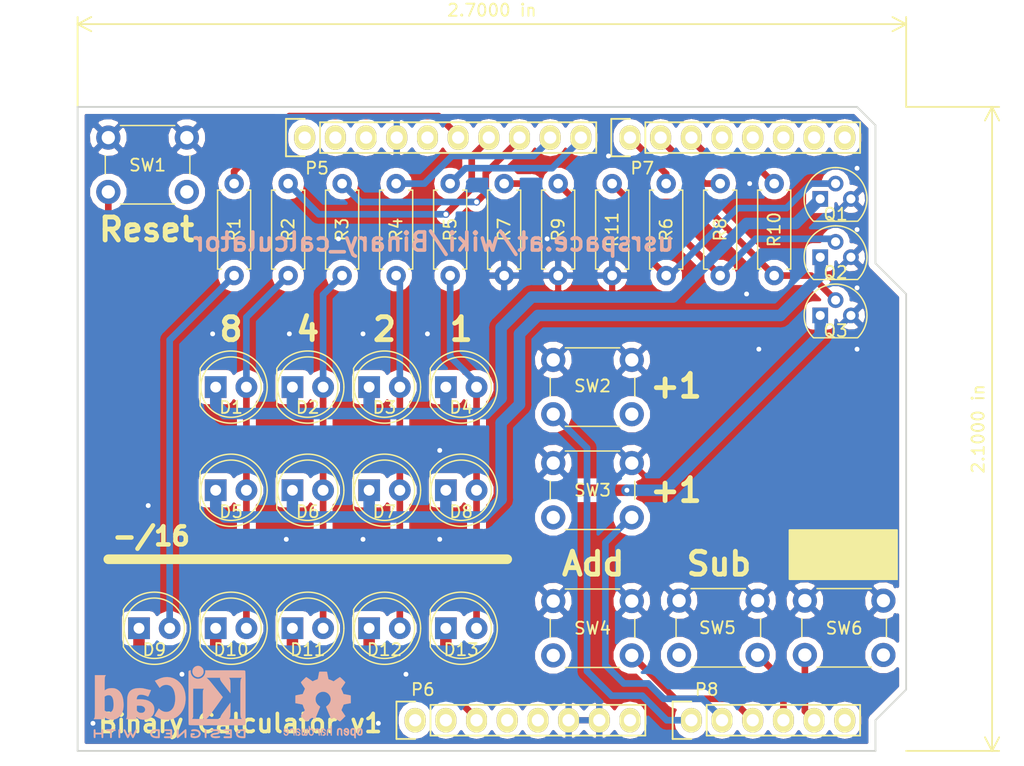
<source format=kicad_pcb>
(kicad_pcb (version 20171130) (host pcbnew 5.1.2-f72e74a~84~ubuntu19.04.1)

  (general
    (thickness 1.6)
    (drawings 42)
    (tracks 199)
    (zones 0)
    (modules 39)
    (nets 28)
  )

  (page A4)
  (title_block
    (date "lun. 30 mars 2015")
  )

  (layers
    (0 F.Cu signal)
    (31 B.Cu signal)
    (32 B.Adhes user)
    (33 F.Adhes user)
    (34 B.Paste user)
    (35 F.Paste user)
    (36 B.SilkS user)
    (37 F.SilkS user)
    (38 B.Mask user)
    (39 F.Mask user)
    (40 Dwgs.User user)
    (41 Cmts.User user)
    (42 Eco1.User user)
    (43 Eco2.User user)
    (44 Edge.Cuts user)
    (45 Margin user)
    (46 B.CrtYd user)
    (47 F.CrtYd user)
    (48 B.Fab user)
    (49 F.Fab user)
  )

  (setup
    (last_trace_width 0.25)
    (user_trace_width 0.25)
    (user_trace_width 0.35)
    (user_trace_width 0.45)
    (user_trace_width 0.55)
    (user_trace_width 0.65)
    (user_trace_width 0.75)
    (user_trace_width 0.85)
    (user_trace_width 0.95)
    (trace_clearance 0.2)
    (zone_clearance 0.508)
    (zone_45_only no)
    (trace_min 0.2)
    (via_size 0.6)
    (via_drill 0.4)
    (via_min_size 0.4)
    (via_min_drill 0.3)
    (uvia_size 0.3)
    (uvia_drill 0.1)
    (uvias_allowed no)
    (uvia_min_size 0.2)
    (uvia_min_drill 0.1)
    (edge_width 0.15)
    (segment_width 0.15)
    (pcb_text_width 0.3)
    (pcb_text_size 1.5 1.5)
    (mod_edge_width 0.15)
    (mod_text_size 1 1)
    (mod_text_width 0.15)
    (pad_size 4.064 4.064)
    (pad_drill 3.048)
    (pad_to_mask_clearance 0)
    (solder_mask_min_width 0.25)
    (aux_axis_origin 110.998 126.365)
    (grid_origin 110.998 126.365)
    (visible_elements 7FFFFFFF)
    (pcbplotparams
      (layerselection 0x010f0_ffffffff)
      (usegerberextensions true)
      (usegerberattributes false)
      (usegerberadvancedattributes false)
      (creategerberjobfile false)
      (excludeedgelayer true)
      (linewidth 0.100000)
      (plotframeref false)
      (viasonmask false)
      (mode 1)
      (useauxorigin false)
      (hpglpennumber 1)
      (hpglpenspeed 20)
      (hpglpendiameter 15.000000)
      (psnegative false)
      (psa4output false)
      (plotreference true)
      (plotvalue true)
      (plotinvisibletext false)
      (padsonsilk false)
      (subtractmaskfromsilk false)
      (outputformat 1)
      (mirror false)
      (drillshape 0)
      (scaleselection 1)
      (outputdirectory "Gerber/"))
  )

  (net 0 "")
  (net 1 GND)
  (net 2 "/A4(SDA)")
  (net 3 "/A5(SCL)")
  (net 4 "Net-(D1-Pad1)")
  (net 5 "Net-(D11-Pad2)")
  (net 6 "Net-(Q1-Pad2)")
  (net 7 "Net-(Q2-Pad2)")
  (net 8 "Net-(Q3-Pad2)")
  (net 9 "Net-(D1-Pad2)")
  (net 10 /Reset)
  (net 11 /A0)
  (net 12 /A1)
  (net 13 /A2)
  (net 14 /A3)
  (net 15 "/12(MISO)")
  (net 16 "/11(**/MOSI)")
  (net 17 "/10(**/SS)")
  (net 18 "/9(**)")
  (net 19 /8)
  (net 20 /7)
  (net 21 "/6(**)")
  (net 22 "/5(**)")
  (net 23 "Net-(D12-Pad2)")
  (net 24 "Net-(D13-Pad2)")
  (net 25 "Net-(D5-Pad1)")
  (net 26 "Net-(D10-Pad1)")
  (net 27 "Net-(D9-Pad2)")

  (net_class Default "This is the default net class."
    (clearance 0.2)
    (trace_width 0.25)
    (via_dia 0.6)
    (via_drill 0.4)
    (uvia_dia 0.3)
    (uvia_drill 0.1)
    (add_net "/10(**/SS)")
    (add_net "/11(**/MOSI)")
    (add_net "/12(MISO)")
    (add_net "/5(**)")
    (add_net "/6(**)")
    (add_net /7)
    (add_net /8)
    (add_net "/9(**)")
    (add_net /A0)
    (add_net /A1)
    (add_net /A2)
    (add_net /A3)
    (add_net "/A4(SDA)")
    (add_net "/A5(SCL)")
    (add_net /Reset)
    (add_net GND)
    (add_net "Net-(D1-Pad1)")
    (add_net "Net-(D1-Pad2)")
    (add_net "Net-(D10-Pad1)")
    (add_net "Net-(D11-Pad2)")
    (add_net "Net-(D12-Pad2)")
    (add_net "Net-(D13-Pad2)")
    (add_net "Net-(D5-Pad1)")
    (add_net "Net-(D9-Pad2)")
    (add_net "Net-(Q1-Pad2)")
    (add_net "Net-(Q2-Pad2)")
    (add_net "Net-(Q3-Pad2)")
  )

  (module Button_Switch_THT:SW_PUSH_6mm (layer F.Cu) (tedit 5A02FE31) (tstamp 5CDE45CD)
    (at 171.196 113.919)
    (descr https://www.omron.com/ecb/products/pdf/en-b3f.pdf)
    (tags "tact sw push 6mm")
    (path /5CE06892)
    (fp_text reference SW6 (at 3.25 2.286) (layer F.SilkS)
      (effects (font (size 1 1) (thickness 0.15)))
    )
    (fp_text value SW_Push (at 3.75 6.7) (layer F.Fab)
      (effects (font (size 1 1) (thickness 0.15)))
    )
    (fp_circle (center 3.25 2.25) (end 1.25 2.5) (layer F.Fab) (width 0.1))
    (fp_line (start 6.75 3) (end 6.75 1.5) (layer F.SilkS) (width 0.12))
    (fp_line (start 5.5 -1) (end 1 -1) (layer F.SilkS) (width 0.12))
    (fp_line (start -0.25 1.5) (end -0.25 3) (layer F.SilkS) (width 0.12))
    (fp_line (start 1 5.5) (end 5.5 5.5) (layer F.SilkS) (width 0.12))
    (fp_line (start 8 -1.25) (end 8 5.75) (layer F.CrtYd) (width 0.05))
    (fp_line (start 7.75 6) (end -1.25 6) (layer F.CrtYd) (width 0.05))
    (fp_line (start -1.5 5.75) (end -1.5 -1.25) (layer F.CrtYd) (width 0.05))
    (fp_line (start -1.25 -1.5) (end 7.75 -1.5) (layer F.CrtYd) (width 0.05))
    (fp_line (start -1.5 6) (end -1.25 6) (layer F.CrtYd) (width 0.05))
    (fp_line (start -1.5 5.75) (end -1.5 6) (layer F.CrtYd) (width 0.05))
    (fp_line (start -1.5 -1.5) (end -1.25 -1.5) (layer F.CrtYd) (width 0.05))
    (fp_line (start -1.5 -1.25) (end -1.5 -1.5) (layer F.CrtYd) (width 0.05))
    (fp_line (start 8 -1.5) (end 8 -1.25) (layer F.CrtYd) (width 0.05))
    (fp_line (start 7.75 -1.5) (end 8 -1.5) (layer F.CrtYd) (width 0.05))
    (fp_line (start 8 6) (end 8 5.75) (layer F.CrtYd) (width 0.05))
    (fp_line (start 7.75 6) (end 8 6) (layer F.CrtYd) (width 0.05))
    (fp_line (start 0.25 -0.75) (end 3.25 -0.75) (layer F.Fab) (width 0.1))
    (fp_line (start 0.25 5.25) (end 0.25 -0.75) (layer F.Fab) (width 0.1))
    (fp_line (start 6.25 5.25) (end 0.25 5.25) (layer F.Fab) (width 0.1))
    (fp_line (start 6.25 -0.75) (end 6.25 5.25) (layer F.Fab) (width 0.1))
    (fp_line (start 3.25 -0.75) (end 6.25 -0.75) (layer F.Fab) (width 0.1))
    (fp_text user %R (at 3.25 2.25) (layer F.Fab)
      (effects (font (size 1 1) (thickness 0.15)))
    )
    (pad 1 thru_hole circle (at 6.5 0 90) (size 2 2) (drill 1.1) (layers *.Cu *.Mask)
      (net 1 GND))
    (pad 2 thru_hole circle (at 6.5 4.5 90) (size 2 2) (drill 1.1) (layers *.Cu *.Mask)
      (net 2 "/A4(SDA)"))
    (pad 1 thru_hole circle (at 0 0 90) (size 2 2) (drill 1.1) (layers *.Cu *.Mask)
      (net 1 GND))
    (pad 2 thru_hole circle (at 0 4.5 90) (size 2 2) (drill 1.1) (layers *.Cu *.Mask)
      (net 2 "/A4(SDA)"))
    (model ${KISYS3DMOD}/Button_Switch_THT.3dshapes/SW_PUSH_6mm.wrl
      (at (xyz 0 0 0))
      (scale (xyz 1 1 1))
      (rotate (xyz 0 0 0))
    )
  )

  (module Socket_Arduino_Uno:Socket_Strip_Arduino_1x08 locked (layer F.Cu) (tedit 5CDA0DBA) (tstamp 551AF9EA)
    (at 138.938 123.825)
    (descr "Through hole socket strip")
    (tags "socket strip")
    (path /56D70129)
    (fp_text reference P6 (at 0.635 -2.54) (layer F.SilkS)
      (effects (font (size 1 1) (thickness 0.15)))
    )
    (fp_text value Power (at 1.27 2.032) (layer F.Fab)
      (effects (font (size 1 1) (thickness 0.15)))
    )
    (fp_line (start -1.75 -1.75) (end -1.75 1.75) (layer F.CrtYd) (width 0.05))
    (fp_line (start 19.55 -1.75) (end 19.55 1.75) (layer F.CrtYd) (width 0.05))
    (fp_line (start -1.75 -1.75) (end 19.55 -1.75) (layer F.CrtYd) (width 0.05))
    (fp_line (start -1.75 1.75) (end 19.55 1.75) (layer F.CrtYd) (width 0.05))
    (fp_line (start 1.27 1.27) (end 19.05 1.27) (layer F.SilkS) (width 0.15))
    (fp_line (start 19.05 1.27) (end 19.05 -1.27) (layer F.SilkS) (width 0.15))
    (fp_line (start 19.05 -1.27) (end 1.27 -1.27) (layer F.SilkS) (width 0.15))
    (fp_line (start -1.55 1.55) (end 0 1.55) (layer F.SilkS) (width 0.15))
    (fp_line (start 1.27 1.27) (end 1.27 -1.27) (layer F.SilkS) (width 0.15))
    (fp_line (start 0 -1.55) (end -1.55 -1.55) (layer F.SilkS) (width 0.15))
    (fp_line (start -1.55 -1.55) (end -1.55 1.55) (layer F.SilkS) (width 0.15))
    (pad 1 thru_hole oval (at 0 0) (size 1.7272 2.032) (drill 1.016) (layers *.Cu *.Mask F.SilkS))
    (pad 2 thru_hole oval (at 2.54 0) (size 1.7272 2.032) (drill 1.016) (layers *.Cu *.Mask F.SilkS))
    (pad 3 thru_hole oval (at 5.08 0) (size 1.7272 2.032) (drill 1.016) (layers *.Cu *.Mask F.SilkS)
      (net 10 /Reset))
    (pad 4 thru_hole oval (at 7.62 0) (size 1.7272 2.032) (drill 1.016) (layers *.Cu *.Mask F.SilkS))
    (pad 5 thru_hole oval (at 10.16 0) (size 1.7272 2.032) (drill 1.016) (layers *.Cu *.Mask F.SilkS))
    (pad 6 thru_hole oval (at 12.7 0) (size 1.7272 2.032) (drill 1.016) (layers *.Cu *.Mask F.SilkS)
      (net 1 GND))
    (pad 7 thru_hole oval (at 15.24 0) (size 1.7272 2.032) (drill 1.016) (layers *.Cu *.Mask F.SilkS)
      (net 1 GND))
    (pad 8 thru_hole oval (at 17.78 0) (size 1.7272 2.032) (drill 1.016) (layers *.Cu *.Mask F.SilkS))
    (model ${KIPRJMOD}/Socket_Arduino_Uno.3dshapes/Socket_header_Arduino_1x08.wrl
      (offset (xyz 8.889999866485596 0 0))
      (scale (xyz 1 1 1))
      (rotate (xyz 0 0 180))
    )
  )

  (module Socket_Arduino_Uno:Socket_Strip_Arduino_1x06 locked (layer F.Cu) (tedit 552168D6) (tstamp 551AF9FF)
    (at 161.798 123.825)
    (descr "Through hole socket strip")
    (tags "socket strip")
    (path /56D70DD8)
    (fp_text reference P8 (at 1.27 -2.54) (layer F.SilkS)
      (effects (font (size 1 1) (thickness 0.15)))
    )
    (fp_text value Analog (at 11.684 1.778) (layer F.Fab)
      (effects (font (size 1 1) (thickness 0.15)))
    )
    (fp_line (start -1.75 -1.75) (end -1.75 1.75) (layer F.CrtYd) (width 0.05))
    (fp_line (start 14.45 -1.75) (end 14.45 1.75) (layer F.CrtYd) (width 0.05))
    (fp_line (start -1.75 -1.75) (end 14.45 -1.75) (layer F.CrtYd) (width 0.05))
    (fp_line (start -1.75 1.75) (end 14.45 1.75) (layer F.CrtYd) (width 0.05))
    (fp_line (start 1.27 1.27) (end 13.97 1.27) (layer F.SilkS) (width 0.15))
    (fp_line (start 13.97 1.27) (end 13.97 -1.27) (layer F.SilkS) (width 0.15))
    (fp_line (start 13.97 -1.27) (end 1.27 -1.27) (layer F.SilkS) (width 0.15))
    (fp_line (start -1.55 1.55) (end 0 1.55) (layer F.SilkS) (width 0.15))
    (fp_line (start 1.27 1.27) (end 1.27 -1.27) (layer F.SilkS) (width 0.15))
    (fp_line (start 0 -1.55) (end -1.55 -1.55) (layer F.SilkS) (width 0.15))
    (fp_line (start -1.55 -1.55) (end -1.55 1.55) (layer F.SilkS) (width 0.15))
    (pad 1 thru_hole oval (at 0 0) (size 1.7272 2.032) (drill 1.016) (layers *.Cu *.Mask F.SilkS)
      (net 11 /A0))
    (pad 2 thru_hole oval (at 2.54 0) (size 1.7272 2.032) (drill 1.016) (layers *.Cu *.Mask F.SilkS)
      (net 12 /A1))
    (pad 3 thru_hole oval (at 5.08 0) (size 1.7272 2.032) (drill 1.016) (layers *.Cu *.Mask F.SilkS)
      (net 13 /A2))
    (pad 4 thru_hole oval (at 7.62 0) (size 1.7272 2.032) (drill 1.016) (layers *.Cu *.Mask F.SilkS)
      (net 14 /A3))
    (pad 5 thru_hole oval (at 10.16 0) (size 1.7272 2.032) (drill 1.016) (layers *.Cu *.Mask F.SilkS)
      (net 2 "/A4(SDA)"))
    (pad 6 thru_hole oval (at 12.7 0) (size 1.7272 2.032) (drill 1.016) (layers *.Cu *.Mask F.SilkS)
      (net 3 "/A5(SCL)"))
    (model ${KIPRJMOD}/Socket_Arduino_Uno.3dshapes/Socket_header_Arduino_1x06.wrl
      (offset (xyz 6.349999904632568 0 0))
      (scale (xyz 1 1 1))
      (rotate (xyz 0 0 180))
    )
  )

  (module Socket_Arduino_Uno:Socket_Strip_Arduino_1x10 locked (layer F.Cu) (tedit 552168BF) (tstamp 551AFA18)
    (at 129.794 75.565)
    (descr "Through hole socket strip")
    (tags "socket strip")
    (path /56D721E0)
    (fp_text reference P5 (at 1.016 2.54) (layer F.SilkS)
      (effects (font (size 1 1) (thickness 0.15)))
    )
    (fp_text value Digital (at 11.43 4.318) (layer F.Fab)
      (effects (font (size 1 1) (thickness 0.15)))
    )
    (fp_line (start -1.75 -1.75) (end -1.75 1.75) (layer F.CrtYd) (width 0.05))
    (fp_line (start 24.65 -1.75) (end 24.65 1.75) (layer F.CrtYd) (width 0.05))
    (fp_line (start -1.75 -1.75) (end 24.65 -1.75) (layer F.CrtYd) (width 0.05))
    (fp_line (start -1.75 1.75) (end 24.65 1.75) (layer F.CrtYd) (width 0.05))
    (fp_line (start 1.27 1.27) (end 24.13 1.27) (layer F.SilkS) (width 0.15))
    (fp_line (start 24.13 1.27) (end 24.13 -1.27) (layer F.SilkS) (width 0.15))
    (fp_line (start 24.13 -1.27) (end 1.27 -1.27) (layer F.SilkS) (width 0.15))
    (fp_line (start -1.55 1.55) (end 0 1.55) (layer F.SilkS) (width 0.15))
    (fp_line (start 1.27 1.27) (end 1.27 -1.27) (layer F.SilkS) (width 0.15))
    (fp_line (start 0 -1.55) (end -1.55 -1.55) (layer F.SilkS) (width 0.15))
    (fp_line (start -1.55 -1.55) (end -1.55 1.55) (layer F.SilkS) (width 0.15))
    (pad 1 thru_hole oval (at 0 0) (size 1.7272 2.032) (drill 1.016) (layers *.Cu *.Mask F.SilkS)
      (net 3 "/A5(SCL)"))
    (pad 2 thru_hole oval (at 2.54 0) (size 1.7272 2.032) (drill 1.016) (layers *.Cu *.Mask F.SilkS)
      (net 2 "/A4(SDA)"))
    (pad 3 thru_hole oval (at 5.08 0) (size 1.7272 2.032) (drill 1.016) (layers *.Cu *.Mask F.SilkS))
    (pad 4 thru_hole oval (at 7.62 0) (size 1.7272 2.032) (drill 1.016) (layers *.Cu *.Mask F.SilkS)
      (net 1 GND))
    (pad 5 thru_hole oval (at 10.16 0) (size 1.7272 2.032) (drill 1.016) (layers *.Cu *.Mask F.SilkS))
    (pad 6 thru_hole oval (at 12.7 0) (size 1.7272 2.032) (drill 1.016) (layers *.Cu *.Mask F.SilkS)
      (net 15 "/12(MISO)"))
    (pad 7 thru_hole oval (at 15.24 0) (size 1.7272 2.032) (drill 1.016) (layers *.Cu *.Mask F.SilkS)
      (net 16 "/11(**/MOSI)"))
    (pad 8 thru_hole oval (at 17.78 0) (size 1.7272 2.032) (drill 1.016) (layers *.Cu *.Mask F.SilkS)
      (net 17 "/10(**/SS)"))
    (pad 9 thru_hole oval (at 20.32 0) (size 1.7272 2.032) (drill 1.016) (layers *.Cu *.Mask F.SilkS)
      (net 18 "/9(**)"))
    (pad 10 thru_hole oval (at 22.86 0) (size 1.7272 2.032) (drill 1.016) (layers *.Cu *.Mask F.SilkS)
      (net 19 /8))
    (model ${KIPRJMOD}/Socket_Arduino_Uno.3dshapes/Socket_header_Arduino_1x10.wrl
      (offset (xyz 11.42999982833862 0 0))
      (scale (xyz 1 1 1))
      (rotate (xyz 0 0 180))
    )
  )

  (module Socket_Arduino_Uno:Socket_Strip_Arduino_1x08 locked (layer F.Cu) (tedit 552168C7) (tstamp 551AFA2F)
    (at 156.718 75.565)
    (descr "Through hole socket strip")
    (tags "socket strip")
    (path /56D7164F)
    (fp_text reference P7 (at 1.016 2.54) (layer F.SilkS)
      (effects (font (size 1 1) (thickness 0.15)))
    )
    (fp_text value Digital (at 16.256 -1.778) (layer F.Fab)
      (effects (font (size 1 1) (thickness 0.15)))
    )
    (fp_line (start -1.75 -1.75) (end -1.75 1.75) (layer F.CrtYd) (width 0.05))
    (fp_line (start 19.55 -1.75) (end 19.55 1.75) (layer F.CrtYd) (width 0.05))
    (fp_line (start -1.75 -1.75) (end 19.55 -1.75) (layer F.CrtYd) (width 0.05))
    (fp_line (start -1.75 1.75) (end 19.55 1.75) (layer F.CrtYd) (width 0.05))
    (fp_line (start 1.27 1.27) (end 19.05 1.27) (layer F.SilkS) (width 0.15))
    (fp_line (start 19.05 1.27) (end 19.05 -1.27) (layer F.SilkS) (width 0.15))
    (fp_line (start 19.05 -1.27) (end 1.27 -1.27) (layer F.SilkS) (width 0.15))
    (fp_line (start -1.55 1.55) (end 0 1.55) (layer F.SilkS) (width 0.15))
    (fp_line (start 1.27 1.27) (end 1.27 -1.27) (layer F.SilkS) (width 0.15))
    (fp_line (start 0 -1.55) (end -1.55 -1.55) (layer F.SilkS) (width 0.15))
    (fp_line (start -1.55 -1.55) (end -1.55 1.55) (layer F.SilkS) (width 0.15))
    (pad 1 thru_hole oval (at 0 0) (size 1.7272 2.032) (drill 1.016) (layers *.Cu *.Mask F.SilkS)
      (net 20 /7))
    (pad 2 thru_hole oval (at 2.54 0) (size 1.7272 2.032) (drill 1.016) (layers *.Cu *.Mask F.SilkS)
      (net 21 "/6(**)"))
    (pad 3 thru_hole oval (at 5.08 0) (size 1.7272 2.032) (drill 1.016) (layers *.Cu *.Mask F.SilkS)
      (net 22 "/5(**)"))
    (pad 4 thru_hole oval (at 7.62 0) (size 1.7272 2.032) (drill 1.016) (layers *.Cu *.Mask F.SilkS))
    (pad 5 thru_hole oval (at 10.16 0) (size 1.7272 2.032) (drill 1.016) (layers *.Cu *.Mask F.SilkS))
    (pad 6 thru_hole oval (at 12.7 0) (size 1.7272 2.032) (drill 1.016) (layers *.Cu *.Mask F.SilkS))
    (pad 7 thru_hole oval (at 15.24 0) (size 1.7272 2.032) (drill 1.016) (layers *.Cu *.Mask F.SilkS))
    (pad 8 thru_hole oval (at 17.78 0) (size 1.7272 2.032) (drill 1.016) (layers *.Cu *.Mask F.SilkS))
    (model ${KIPRJMOD}/Socket_Arduino_Uno.3dshapes/Socket_header_Arduino_1x08.wrl
      (offset (xyz 8.889999866485596 0 0))
      (scale (xyz 1 1 1))
      (rotate (xyz 0 0 180))
    )
  )

  (module LED_THT:LED_D5.0mm (layer F.Cu) (tedit 5995936A) (tstamp 5CDE420E)
    (at 122.428 96.23)
    (descr "LED, diameter 5.0mm, 2 pins, http://cdn-reichelt.de/documents/datenblatt/A500/LL-504BC2E-009.pdf")
    (tags "LED diameter 5.0mm 2 pins")
    (path /5CD99F58)
    (fp_text reference D1 (at 1.27 1.687) (layer F.SilkS)
      (effects (font (size 1 1) (thickness 0.15)))
    )
    (fp_text value LED (at 1.27 3.96) (layer F.Fab)
      (effects (font (size 1 1) (thickness 0.15)))
    )
    (fp_arc (start 1.27 0) (end -1.23 -1.469694) (angle 299.1) (layer F.Fab) (width 0.1))
    (fp_arc (start 1.27 0) (end -1.29 -1.54483) (angle 148.9) (layer F.SilkS) (width 0.12))
    (fp_arc (start 1.27 0) (end -1.29 1.54483) (angle -148.9) (layer F.SilkS) (width 0.12))
    (fp_circle (center 1.27 0) (end 3.77 0) (layer F.Fab) (width 0.1))
    (fp_circle (center 1.27 0) (end 3.77 0) (layer F.SilkS) (width 0.12))
    (fp_line (start -1.23 -1.469694) (end -1.23 1.469694) (layer F.Fab) (width 0.1))
    (fp_line (start -1.29 -1.545) (end -1.29 1.545) (layer F.SilkS) (width 0.12))
    (fp_line (start -1.95 -3.25) (end -1.95 3.25) (layer F.CrtYd) (width 0.05))
    (fp_line (start -1.95 3.25) (end 4.5 3.25) (layer F.CrtYd) (width 0.05))
    (fp_line (start 4.5 3.25) (end 4.5 -3.25) (layer F.CrtYd) (width 0.05))
    (fp_line (start 4.5 -3.25) (end -1.95 -3.25) (layer F.CrtYd) (width 0.05))
    (fp_text user %R (at 1.25 0) (layer F.Fab)
      (effects (font (size 0.8 0.8) (thickness 0.2)))
    )
    (pad 1 thru_hole rect (at 0 0) (size 1.8 1.8) (drill 0.9) (layers *.Cu *.Mask)
      (net 4 "Net-(D1-Pad1)"))
    (pad 2 thru_hole circle (at 2.54 0) (size 1.8 1.8) (drill 0.9) (layers *.Cu *.Mask)
      (net 9 "Net-(D1-Pad2)"))
    (model ${KISYS3DMOD}/LED_THT.3dshapes/LED_D5.0mm.wrl
      (at (xyz 0 0 0))
      (scale (xyz 1 1 1))
      (rotate (xyz 0 0 0))
    )
  )

  (module LED_THT:LED_D5.0mm (layer F.Cu) (tedit 5995936A) (tstamp 5CDE421F)
    (at 128.778 96.23)
    (descr "LED, diameter 5.0mm, 2 pins, http://cdn-reichelt.de/documents/datenblatt/A500/LL-504BC2E-009.pdf")
    (tags "LED diameter 5.0mm 2 pins")
    (path /5CD99FF8)
    (fp_text reference D2 (at 1.27 1.687) (layer F.SilkS)
      (effects (font (size 1 1) (thickness 0.15)))
    )
    (fp_text value LED (at 1.27 3.96) (layer F.Fab)
      (effects (font (size 1 1) (thickness 0.15)))
    )
    (fp_text user %R (at 1.25 0) (layer F.Fab)
      (effects (font (size 0.8 0.8) (thickness 0.2)))
    )
    (fp_line (start 4.5 -3.25) (end -1.95 -3.25) (layer F.CrtYd) (width 0.05))
    (fp_line (start 4.5 3.25) (end 4.5 -3.25) (layer F.CrtYd) (width 0.05))
    (fp_line (start -1.95 3.25) (end 4.5 3.25) (layer F.CrtYd) (width 0.05))
    (fp_line (start -1.95 -3.25) (end -1.95 3.25) (layer F.CrtYd) (width 0.05))
    (fp_line (start -1.29 -1.545) (end -1.29 1.545) (layer F.SilkS) (width 0.12))
    (fp_line (start -1.23 -1.469694) (end -1.23 1.469694) (layer F.Fab) (width 0.1))
    (fp_circle (center 1.27 0) (end 3.77 0) (layer F.SilkS) (width 0.12))
    (fp_circle (center 1.27 0) (end 3.77 0) (layer F.Fab) (width 0.1))
    (fp_arc (start 1.27 0) (end -1.29 1.54483) (angle -148.9) (layer F.SilkS) (width 0.12))
    (fp_arc (start 1.27 0) (end -1.29 -1.54483) (angle 148.9) (layer F.SilkS) (width 0.12))
    (fp_arc (start 1.27 0) (end -1.23 -1.469694) (angle 299.1) (layer F.Fab) (width 0.1))
    (pad 2 thru_hole circle (at 2.54 0) (size 1.8 1.8) (drill 0.9) (layers *.Cu *.Mask)
      (net 5 "Net-(D11-Pad2)"))
    (pad 1 thru_hole rect (at 0 0) (size 1.8 1.8) (drill 0.9) (layers *.Cu *.Mask)
      (net 4 "Net-(D1-Pad1)"))
    (model ${KISYS3DMOD}/LED_THT.3dshapes/LED_D5.0mm.wrl
      (at (xyz 0 0 0))
      (scale (xyz 1 1 1))
      (rotate (xyz 0 0 0))
    )
  )

  (module LED_THT:LED_D5.0mm (layer F.Cu) (tedit 5995936A) (tstamp 5CDE4230)
    (at 135.128 96.23)
    (descr "LED, diameter 5.0mm, 2 pins, http://cdn-reichelt.de/documents/datenblatt/A500/LL-504BC2E-009.pdf")
    (tags "LED diameter 5.0mm 2 pins")
    (path /5CD9A032)
    (fp_text reference D3 (at 1.27 1.687) (layer F.SilkS)
      (effects (font (size 1 1) (thickness 0.15)))
    )
    (fp_text value LED (at 1.27 3.96) (layer F.Fab)
      (effects (font (size 1 1) (thickness 0.15)))
    )
    (fp_arc (start 1.27 0) (end -1.23 -1.469694) (angle 299.1) (layer F.Fab) (width 0.1))
    (fp_arc (start 1.27 0) (end -1.29 -1.54483) (angle 148.9) (layer F.SilkS) (width 0.12))
    (fp_arc (start 1.27 0) (end -1.29 1.54483) (angle -148.9) (layer F.SilkS) (width 0.12))
    (fp_circle (center 1.27 0) (end 3.77 0) (layer F.Fab) (width 0.1))
    (fp_circle (center 1.27 0) (end 3.77 0) (layer F.SilkS) (width 0.12))
    (fp_line (start -1.23 -1.469694) (end -1.23 1.469694) (layer F.Fab) (width 0.1))
    (fp_line (start -1.29 -1.545) (end -1.29 1.545) (layer F.SilkS) (width 0.12))
    (fp_line (start -1.95 -3.25) (end -1.95 3.25) (layer F.CrtYd) (width 0.05))
    (fp_line (start -1.95 3.25) (end 4.5 3.25) (layer F.CrtYd) (width 0.05))
    (fp_line (start 4.5 3.25) (end 4.5 -3.25) (layer F.CrtYd) (width 0.05))
    (fp_line (start 4.5 -3.25) (end -1.95 -3.25) (layer F.CrtYd) (width 0.05))
    (fp_text user %R (at 1.25 0) (layer F.Fab)
      (effects (font (size 0.8 0.8) (thickness 0.2)))
    )
    (pad 1 thru_hole rect (at 0 0) (size 1.8 1.8) (drill 0.9) (layers *.Cu *.Mask)
      (net 4 "Net-(D1-Pad1)"))
    (pad 2 thru_hole circle (at 2.54 0) (size 1.8 1.8) (drill 0.9) (layers *.Cu *.Mask)
      (net 23 "Net-(D12-Pad2)"))
    (model ${KISYS3DMOD}/LED_THT.3dshapes/LED_D5.0mm.wrl
      (at (xyz 0 0 0))
      (scale (xyz 1 1 1))
      (rotate (xyz 0 0 0))
    )
  )

  (module LED_THT:LED_D5.0mm (layer F.Cu) (tedit 5995936A) (tstamp 5CDE4241)
    (at 141.478 96.23)
    (descr "LED, diameter 5.0mm, 2 pins, http://cdn-reichelt.de/documents/datenblatt/A500/LL-504BC2E-009.pdf")
    (tags "LED diameter 5.0mm 2 pins")
    (path /5CD9A072)
    (fp_text reference D4 (at 1.27 1.687) (layer F.SilkS)
      (effects (font (size 1 1) (thickness 0.15)))
    )
    (fp_text value LED (at 1.27 3.96) (layer F.Fab)
      (effects (font (size 1 1) (thickness 0.15)))
    )
    (fp_text user %R (at 1.25 0) (layer F.Fab)
      (effects (font (size 0.8 0.8) (thickness 0.2)))
    )
    (fp_line (start 4.5 -3.25) (end -1.95 -3.25) (layer F.CrtYd) (width 0.05))
    (fp_line (start 4.5 3.25) (end 4.5 -3.25) (layer F.CrtYd) (width 0.05))
    (fp_line (start -1.95 3.25) (end 4.5 3.25) (layer F.CrtYd) (width 0.05))
    (fp_line (start -1.95 -3.25) (end -1.95 3.25) (layer F.CrtYd) (width 0.05))
    (fp_line (start -1.29 -1.545) (end -1.29 1.545) (layer F.SilkS) (width 0.12))
    (fp_line (start -1.23 -1.469694) (end -1.23 1.469694) (layer F.Fab) (width 0.1))
    (fp_circle (center 1.27 0) (end 3.77 0) (layer F.SilkS) (width 0.12))
    (fp_circle (center 1.27 0) (end 3.77 0) (layer F.Fab) (width 0.1))
    (fp_arc (start 1.27 0) (end -1.29 1.54483) (angle -148.9) (layer F.SilkS) (width 0.12))
    (fp_arc (start 1.27 0) (end -1.29 -1.54483) (angle 148.9) (layer F.SilkS) (width 0.12))
    (fp_arc (start 1.27 0) (end -1.23 -1.469694) (angle 299.1) (layer F.Fab) (width 0.1))
    (pad 2 thru_hole circle (at 2.54 0) (size 1.8 1.8) (drill 0.9) (layers *.Cu *.Mask)
      (net 24 "Net-(D13-Pad2)"))
    (pad 1 thru_hole rect (at 0 0) (size 1.8 1.8) (drill 0.9) (layers *.Cu *.Mask)
      (net 4 "Net-(D1-Pad1)"))
    (model ${KISYS3DMOD}/LED_THT.3dshapes/LED_D5.0mm.wrl
      (at (xyz 0 0 0))
      (scale (xyz 1 1 1))
      (rotate (xyz 0 0 0))
    )
  )

  (module LED_THT:LED_D5.0mm (layer F.Cu) (tedit 5995936A) (tstamp 5CDE4252)
    (at 122.428 104.775)
    (descr "LED, diameter 5.0mm, 2 pins, http://cdn-reichelt.de/documents/datenblatt/A500/LL-504BC2E-009.pdf")
    (tags "LED diameter 5.0mm 2 pins")
    (path /5CD9A0B8)
    (fp_text reference D5 (at 1.27 1.778) (layer F.SilkS)
      (effects (font (size 1 1) (thickness 0.15)))
    )
    (fp_text value LED (at 1.27 3.96) (layer F.Fab)
      (effects (font (size 1 1) (thickness 0.15)))
    )
    (fp_arc (start 1.27 0) (end -1.23 -1.469694) (angle 299.1) (layer F.Fab) (width 0.1))
    (fp_arc (start 1.27 0) (end -1.29 -1.54483) (angle 148.9) (layer F.SilkS) (width 0.12))
    (fp_arc (start 1.27 0) (end -1.29 1.54483) (angle -148.9) (layer F.SilkS) (width 0.12))
    (fp_circle (center 1.27 0) (end 3.77 0) (layer F.Fab) (width 0.1))
    (fp_circle (center 1.27 0) (end 3.77 0) (layer F.SilkS) (width 0.12))
    (fp_line (start -1.23 -1.469694) (end -1.23 1.469694) (layer F.Fab) (width 0.1))
    (fp_line (start -1.29 -1.545) (end -1.29 1.545) (layer F.SilkS) (width 0.12))
    (fp_line (start -1.95 -3.25) (end -1.95 3.25) (layer F.CrtYd) (width 0.05))
    (fp_line (start -1.95 3.25) (end 4.5 3.25) (layer F.CrtYd) (width 0.05))
    (fp_line (start 4.5 3.25) (end 4.5 -3.25) (layer F.CrtYd) (width 0.05))
    (fp_line (start 4.5 -3.25) (end -1.95 -3.25) (layer F.CrtYd) (width 0.05))
    (fp_text user %R (at 1.25 0) (layer F.Fab)
      (effects (font (size 0.8 0.8) (thickness 0.2)))
    )
    (pad 1 thru_hole rect (at 0 0) (size 1.8 1.8) (drill 0.9) (layers *.Cu *.Mask)
      (net 25 "Net-(D5-Pad1)"))
    (pad 2 thru_hole circle (at 2.54 0) (size 1.8 1.8) (drill 0.9) (layers *.Cu *.Mask)
      (net 9 "Net-(D1-Pad2)"))
    (model ${KISYS3DMOD}/LED_THT.3dshapes/LED_D5.0mm.wrl
      (at (xyz 0 0 0))
      (scale (xyz 1 1 1))
      (rotate (xyz 0 0 0))
    )
  )

  (module LED_THT:LED_D5.0mm (layer F.Cu) (tedit 5995936A) (tstamp 5CDE4263)
    (at 128.778 104.775)
    (descr "LED, diameter 5.0mm, 2 pins, http://cdn-reichelt.de/documents/datenblatt/A500/LL-504BC2E-009.pdf")
    (tags "LED diameter 5.0mm 2 pins")
    (path /5CD9A106)
    (fp_text reference D6 (at 1.27 1.778) (layer F.SilkS)
      (effects (font (size 1 1) (thickness 0.15)))
    )
    (fp_text value LED (at 1.27 3.96) (layer F.Fab)
      (effects (font (size 1 1) (thickness 0.15)))
    )
    (fp_text user %R (at 1.25 0) (layer F.Fab)
      (effects (font (size 0.8 0.8) (thickness 0.2)))
    )
    (fp_line (start 4.5 -3.25) (end -1.95 -3.25) (layer F.CrtYd) (width 0.05))
    (fp_line (start 4.5 3.25) (end 4.5 -3.25) (layer F.CrtYd) (width 0.05))
    (fp_line (start -1.95 3.25) (end 4.5 3.25) (layer F.CrtYd) (width 0.05))
    (fp_line (start -1.95 -3.25) (end -1.95 3.25) (layer F.CrtYd) (width 0.05))
    (fp_line (start -1.29 -1.545) (end -1.29 1.545) (layer F.SilkS) (width 0.12))
    (fp_line (start -1.23 -1.469694) (end -1.23 1.469694) (layer F.Fab) (width 0.1))
    (fp_circle (center 1.27 0) (end 3.77 0) (layer F.SilkS) (width 0.12))
    (fp_circle (center 1.27 0) (end 3.77 0) (layer F.Fab) (width 0.1))
    (fp_arc (start 1.27 0) (end -1.29 1.54483) (angle -148.9) (layer F.SilkS) (width 0.12))
    (fp_arc (start 1.27 0) (end -1.29 -1.54483) (angle 148.9) (layer F.SilkS) (width 0.12))
    (fp_arc (start 1.27 0) (end -1.23 -1.469694) (angle 299.1) (layer F.Fab) (width 0.1))
    (pad 2 thru_hole circle (at 2.54 0) (size 1.8 1.8) (drill 0.9) (layers *.Cu *.Mask)
      (net 5 "Net-(D11-Pad2)"))
    (pad 1 thru_hole rect (at 0 0) (size 1.8 1.8) (drill 0.9) (layers *.Cu *.Mask)
      (net 25 "Net-(D5-Pad1)"))
    (model ${KISYS3DMOD}/LED_THT.3dshapes/LED_D5.0mm.wrl
      (at (xyz 0 0 0))
      (scale (xyz 1 1 1))
      (rotate (xyz 0 0 0))
    )
  )

  (module LED_THT:LED_D5.0mm (layer F.Cu) (tedit 5995936A) (tstamp 5CDE4274)
    (at 135.128 104.775)
    (descr "LED, diameter 5.0mm, 2 pins, http://cdn-reichelt.de/documents/datenblatt/A500/LL-504BC2E-009.pdf")
    (tags "LED diameter 5.0mm 2 pins")
    (path /5CD9A148)
    (fp_text reference D7 (at 1.27 1.778) (layer F.SilkS)
      (effects (font (size 1 1) (thickness 0.15)))
    )
    (fp_text value LED (at 1.27 3.96) (layer F.Fab)
      (effects (font (size 1 1) (thickness 0.15)))
    )
    (fp_arc (start 1.27 0) (end -1.23 -1.469694) (angle 299.1) (layer F.Fab) (width 0.1))
    (fp_arc (start 1.27 0) (end -1.29 -1.54483) (angle 148.9) (layer F.SilkS) (width 0.12))
    (fp_arc (start 1.27 0) (end -1.29 1.54483) (angle -148.9) (layer F.SilkS) (width 0.12))
    (fp_circle (center 1.27 0) (end 3.77 0) (layer F.Fab) (width 0.1))
    (fp_circle (center 1.27 0) (end 3.77 0) (layer F.SilkS) (width 0.12))
    (fp_line (start -1.23 -1.469694) (end -1.23 1.469694) (layer F.Fab) (width 0.1))
    (fp_line (start -1.29 -1.545) (end -1.29 1.545) (layer F.SilkS) (width 0.12))
    (fp_line (start -1.95 -3.25) (end -1.95 3.25) (layer F.CrtYd) (width 0.05))
    (fp_line (start -1.95 3.25) (end 4.5 3.25) (layer F.CrtYd) (width 0.05))
    (fp_line (start 4.5 3.25) (end 4.5 -3.25) (layer F.CrtYd) (width 0.05))
    (fp_line (start 4.5 -3.25) (end -1.95 -3.25) (layer F.CrtYd) (width 0.05))
    (fp_text user %R (at 1.25 0) (layer F.Fab)
      (effects (font (size 0.8 0.8) (thickness 0.2)))
    )
    (pad 1 thru_hole rect (at 0 0) (size 1.8 1.8) (drill 0.9) (layers *.Cu *.Mask)
      (net 25 "Net-(D5-Pad1)"))
    (pad 2 thru_hole circle (at 2.54 0) (size 1.8 1.8) (drill 0.9) (layers *.Cu *.Mask)
      (net 23 "Net-(D12-Pad2)"))
    (model ${KISYS3DMOD}/LED_THT.3dshapes/LED_D5.0mm.wrl
      (at (xyz 0 0 0))
      (scale (xyz 1 1 1))
      (rotate (xyz 0 0 0))
    )
  )

  (module LED_THT:LED_D5.0mm (layer F.Cu) (tedit 5995936A) (tstamp 5CDE4285)
    (at 141.478 104.775)
    (descr "LED, diameter 5.0mm, 2 pins, http://cdn-reichelt.de/documents/datenblatt/A500/LL-504BC2E-009.pdf")
    (tags "LED diameter 5.0mm 2 pins")
    (path /5CD9A188)
    (fp_text reference D8 (at 1.27 1.778) (layer F.SilkS)
      (effects (font (size 1 1) (thickness 0.15)))
    )
    (fp_text value LED (at 1.27 3.96) (layer F.Fab)
      (effects (font (size 1 1) (thickness 0.15)))
    )
    (fp_text user %R (at 1.25 0) (layer F.Fab)
      (effects (font (size 0.8 0.8) (thickness 0.2)))
    )
    (fp_line (start 4.5 -3.25) (end -1.95 -3.25) (layer F.CrtYd) (width 0.05))
    (fp_line (start 4.5 3.25) (end 4.5 -3.25) (layer F.CrtYd) (width 0.05))
    (fp_line (start -1.95 3.25) (end 4.5 3.25) (layer F.CrtYd) (width 0.05))
    (fp_line (start -1.95 -3.25) (end -1.95 3.25) (layer F.CrtYd) (width 0.05))
    (fp_line (start -1.29 -1.545) (end -1.29 1.545) (layer F.SilkS) (width 0.12))
    (fp_line (start -1.23 -1.469694) (end -1.23 1.469694) (layer F.Fab) (width 0.1))
    (fp_circle (center 1.27 0) (end 3.77 0) (layer F.SilkS) (width 0.12))
    (fp_circle (center 1.27 0) (end 3.77 0) (layer F.Fab) (width 0.1))
    (fp_arc (start 1.27 0) (end -1.29 1.54483) (angle -148.9) (layer F.SilkS) (width 0.12))
    (fp_arc (start 1.27 0) (end -1.29 -1.54483) (angle 148.9) (layer F.SilkS) (width 0.12))
    (fp_arc (start 1.27 0) (end -1.23 -1.469694) (angle 299.1) (layer F.Fab) (width 0.1))
    (pad 2 thru_hole circle (at 2.54 0) (size 1.8 1.8) (drill 0.9) (layers *.Cu *.Mask)
      (net 24 "Net-(D13-Pad2)"))
    (pad 1 thru_hole rect (at 0 0) (size 1.8 1.8) (drill 0.9) (layers *.Cu *.Mask)
      (net 25 "Net-(D5-Pad1)"))
    (model ${KISYS3DMOD}/LED_THT.3dshapes/LED_D5.0mm.wrl
      (at (xyz 0 0 0))
      (scale (xyz 1 1 1))
      (rotate (xyz 0 0 0))
    )
  )

  (module LED_THT:LED_D5.0mm (layer F.Cu) (tedit 5995936A) (tstamp 5CDE4296)
    (at 116.078 116.205)
    (descr "LED, diameter 5.0mm, 2 pins, http://cdn-reichelt.de/documents/datenblatt/A500/LL-504BC2E-009.pdf")
    (tags "LED diameter 5.0mm 2 pins")
    (path /5CD9A1D2)
    (fp_text reference D9 (at 1.27 1.778) (layer F.SilkS)
      (effects (font (size 1 1) (thickness 0.15)))
    )
    (fp_text value LED (at 1.27 3.96) (layer F.Fab)
      (effects (font (size 1 1) (thickness 0.15)))
    )
    (fp_arc (start 1.27 0) (end -1.23 -1.469694) (angle 299.1) (layer F.Fab) (width 0.1))
    (fp_arc (start 1.27 0) (end -1.29 -1.54483) (angle 148.9) (layer F.SilkS) (width 0.12))
    (fp_arc (start 1.27 0) (end -1.29 1.54483) (angle -148.9) (layer F.SilkS) (width 0.12))
    (fp_circle (center 1.27 0) (end 3.77 0) (layer F.Fab) (width 0.1))
    (fp_circle (center 1.27 0) (end 3.77 0) (layer F.SilkS) (width 0.12))
    (fp_line (start -1.23 -1.469694) (end -1.23 1.469694) (layer F.Fab) (width 0.1))
    (fp_line (start -1.29 -1.545) (end -1.29 1.545) (layer F.SilkS) (width 0.12))
    (fp_line (start -1.95 -3.25) (end -1.95 3.25) (layer F.CrtYd) (width 0.05))
    (fp_line (start -1.95 3.25) (end 4.5 3.25) (layer F.CrtYd) (width 0.05))
    (fp_line (start 4.5 3.25) (end 4.5 -3.25) (layer F.CrtYd) (width 0.05))
    (fp_line (start 4.5 -3.25) (end -1.95 -3.25) (layer F.CrtYd) (width 0.05))
    (fp_text user %R (at 1.25 0) (layer F.Fab)
      (effects (font (size 0.8 0.8) (thickness 0.2)))
    )
    (pad 1 thru_hole rect (at 0 0) (size 1.8 1.8) (drill 0.9) (layers *.Cu *.Mask)
      (net 26 "Net-(D10-Pad1)"))
    (pad 2 thru_hole circle (at 2.54 0) (size 1.8 1.8) (drill 0.9) (layers *.Cu *.Mask)
      (net 27 "Net-(D9-Pad2)"))
    (model ${KISYS3DMOD}/LED_THT.3dshapes/LED_D5.0mm.wrl
      (at (xyz 0 0 0))
      (scale (xyz 1 1 1))
      (rotate (xyz 0 0 0))
    )
  )

  (module LED_THT:LED_D5.0mm (layer F.Cu) (tedit 5995936A) (tstamp 5CDE42A7)
    (at 122.428 116.205)
    (descr "LED, diameter 5.0mm, 2 pins, http://cdn-reichelt.de/documents/datenblatt/A500/LL-504BC2E-009.pdf")
    (tags "LED diameter 5.0mm 2 pins")
    (path /5CD9A232)
    (fp_text reference D10 (at 1.27 1.778) (layer F.SilkS)
      (effects (font (size 1 1) (thickness 0.15)))
    )
    (fp_text value LED (at 1.27 3.96) (layer F.Fab)
      (effects (font (size 1 1) (thickness 0.15)))
    )
    (fp_text user %R (at 1.25 0) (layer F.Fab)
      (effects (font (size 0.8 0.8) (thickness 0.2)))
    )
    (fp_line (start 4.5 -3.25) (end -1.95 -3.25) (layer F.CrtYd) (width 0.05))
    (fp_line (start 4.5 3.25) (end 4.5 -3.25) (layer F.CrtYd) (width 0.05))
    (fp_line (start -1.95 3.25) (end 4.5 3.25) (layer F.CrtYd) (width 0.05))
    (fp_line (start -1.95 -3.25) (end -1.95 3.25) (layer F.CrtYd) (width 0.05))
    (fp_line (start -1.29 -1.545) (end -1.29 1.545) (layer F.SilkS) (width 0.12))
    (fp_line (start -1.23 -1.469694) (end -1.23 1.469694) (layer F.Fab) (width 0.1))
    (fp_circle (center 1.27 0) (end 3.77 0) (layer F.SilkS) (width 0.12))
    (fp_circle (center 1.27 0) (end 3.77 0) (layer F.Fab) (width 0.1))
    (fp_arc (start 1.27 0) (end -1.29 1.54483) (angle -148.9) (layer F.SilkS) (width 0.12))
    (fp_arc (start 1.27 0) (end -1.29 -1.54483) (angle 148.9) (layer F.SilkS) (width 0.12))
    (fp_arc (start 1.27 0) (end -1.23 -1.469694) (angle 299.1) (layer F.Fab) (width 0.1))
    (pad 2 thru_hole circle (at 2.54 0) (size 1.8 1.8) (drill 0.9) (layers *.Cu *.Mask)
      (net 9 "Net-(D1-Pad2)"))
    (pad 1 thru_hole rect (at 0 0) (size 1.8 1.8) (drill 0.9) (layers *.Cu *.Mask)
      (net 26 "Net-(D10-Pad1)"))
    (model ${KISYS3DMOD}/LED_THT.3dshapes/LED_D5.0mm.wrl
      (at (xyz 0 0 0))
      (scale (xyz 1 1 1))
      (rotate (xyz 0 0 0))
    )
  )

  (module LED_THT:LED_D5.0mm (layer F.Cu) (tedit 5995936A) (tstamp 5CDE42B8)
    (at 128.778 116.205)
    (descr "LED, diameter 5.0mm, 2 pins, http://cdn-reichelt.de/documents/datenblatt/A500/LL-504BC2E-009.pdf")
    (tags "LED diameter 5.0mm 2 pins")
    (path /5CD9A322)
    (fp_text reference D11 (at 1.27 1.778) (layer F.SilkS)
      (effects (font (size 1 1) (thickness 0.15)))
    )
    (fp_text value LED (at 1.27 3.96) (layer F.Fab)
      (effects (font (size 1 1) (thickness 0.15)))
    )
    (fp_text user %R (at 1.25 0) (layer F.Fab)
      (effects (font (size 0.8 0.8) (thickness 0.2)))
    )
    (fp_line (start 4.5 -3.25) (end -1.95 -3.25) (layer F.CrtYd) (width 0.05))
    (fp_line (start 4.5 3.25) (end 4.5 -3.25) (layer F.CrtYd) (width 0.05))
    (fp_line (start -1.95 3.25) (end 4.5 3.25) (layer F.CrtYd) (width 0.05))
    (fp_line (start -1.95 -3.25) (end -1.95 3.25) (layer F.CrtYd) (width 0.05))
    (fp_line (start -1.29 -1.545) (end -1.29 1.545) (layer F.SilkS) (width 0.12))
    (fp_line (start -1.23 -1.469694) (end -1.23 1.469694) (layer F.Fab) (width 0.1))
    (fp_circle (center 1.27 0) (end 3.77 0) (layer F.SilkS) (width 0.12))
    (fp_circle (center 1.27 0) (end 3.77 0) (layer F.Fab) (width 0.1))
    (fp_arc (start 1.27 0) (end -1.29 1.54483) (angle -148.9) (layer F.SilkS) (width 0.12))
    (fp_arc (start 1.27 0) (end -1.29 -1.54483) (angle 148.9) (layer F.SilkS) (width 0.12))
    (fp_arc (start 1.27 0) (end -1.23 -1.469694) (angle 299.1) (layer F.Fab) (width 0.1))
    (pad 2 thru_hole circle (at 2.54 0) (size 1.8 1.8) (drill 0.9) (layers *.Cu *.Mask)
      (net 5 "Net-(D11-Pad2)"))
    (pad 1 thru_hole rect (at 0 0) (size 1.8 1.8) (drill 0.9) (layers *.Cu *.Mask)
      (net 26 "Net-(D10-Pad1)"))
    (model ${KISYS3DMOD}/LED_THT.3dshapes/LED_D5.0mm.wrl
      (at (xyz 0 0 0))
      (scale (xyz 1 1 1))
      (rotate (xyz 0 0 0))
    )
  )

  (module LED_THT:LED_D5.0mm (layer F.Cu) (tedit 5995936A) (tstamp 5CDE42C9)
    (at 135.128 116.205)
    (descr "LED, diameter 5.0mm, 2 pins, http://cdn-reichelt.de/documents/datenblatt/A500/LL-504BC2E-009.pdf")
    (tags "LED diameter 5.0mm 2 pins")
    (path /5CD9A36A)
    (fp_text reference D12 (at 1.27 1.778) (layer F.SilkS)
      (effects (font (size 1 1) (thickness 0.15)))
    )
    (fp_text value LED (at 1.27 3.96) (layer F.Fab)
      (effects (font (size 1 1) (thickness 0.15)))
    )
    (fp_arc (start 1.27 0) (end -1.23 -1.469694) (angle 299.1) (layer F.Fab) (width 0.1))
    (fp_arc (start 1.27 0) (end -1.29 -1.54483) (angle 148.9) (layer F.SilkS) (width 0.12))
    (fp_arc (start 1.27 0) (end -1.29 1.54483) (angle -148.9) (layer F.SilkS) (width 0.12))
    (fp_circle (center 1.27 0) (end 3.77 0) (layer F.Fab) (width 0.1))
    (fp_circle (center 1.27 0) (end 3.77 0) (layer F.SilkS) (width 0.12))
    (fp_line (start -1.23 -1.469694) (end -1.23 1.469694) (layer F.Fab) (width 0.1))
    (fp_line (start -1.29 -1.545) (end -1.29 1.545) (layer F.SilkS) (width 0.12))
    (fp_line (start -1.95 -3.25) (end -1.95 3.25) (layer F.CrtYd) (width 0.05))
    (fp_line (start -1.95 3.25) (end 4.5 3.25) (layer F.CrtYd) (width 0.05))
    (fp_line (start 4.5 3.25) (end 4.5 -3.25) (layer F.CrtYd) (width 0.05))
    (fp_line (start 4.5 -3.25) (end -1.95 -3.25) (layer F.CrtYd) (width 0.05))
    (fp_text user %R (at 1.25 0) (layer F.Fab)
      (effects (font (size 0.8 0.8) (thickness 0.2)))
    )
    (pad 1 thru_hole rect (at 0 0) (size 1.8 1.8) (drill 0.9) (layers *.Cu *.Mask)
      (net 26 "Net-(D10-Pad1)"))
    (pad 2 thru_hole circle (at 2.54 0) (size 1.8 1.8) (drill 0.9) (layers *.Cu *.Mask)
      (net 23 "Net-(D12-Pad2)"))
    (model ${KISYS3DMOD}/LED_THT.3dshapes/LED_D5.0mm.wrl
      (at (xyz 0 0 0))
      (scale (xyz 1 1 1))
      (rotate (xyz 0 0 0))
    )
  )

  (module LED_THT:LED_D5.0mm (layer F.Cu) (tedit 5995936A) (tstamp 5CDE42DA)
    (at 141.478 116.205)
    (descr "LED, diameter 5.0mm, 2 pins, http://cdn-reichelt.de/documents/datenblatt/A500/LL-504BC2E-009.pdf")
    (tags "LED diameter 5.0mm 2 pins")
    (path /5CD9A3B2)
    (fp_text reference D13 (at 1.27 1.778) (layer F.SilkS)
      (effects (font (size 1 1) (thickness 0.15)))
    )
    (fp_text value LED (at 1.27 3.96) (layer F.Fab)
      (effects (font (size 1 1) (thickness 0.15)))
    )
    (fp_arc (start 1.27 0) (end -1.23 -1.469694) (angle 299.1) (layer F.Fab) (width 0.1))
    (fp_arc (start 1.27 0) (end -1.29 -1.54483) (angle 148.9) (layer F.SilkS) (width 0.12))
    (fp_arc (start 1.27 0) (end -1.29 1.54483) (angle -148.9) (layer F.SilkS) (width 0.12))
    (fp_circle (center 1.27 0) (end 3.77 0) (layer F.Fab) (width 0.1))
    (fp_circle (center 1.27 0) (end 3.77 0) (layer F.SilkS) (width 0.12))
    (fp_line (start -1.23 -1.469694) (end -1.23 1.469694) (layer F.Fab) (width 0.1))
    (fp_line (start -1.29 -1.545) (end -1.29 1.545) (layer F.SilkS) (width 0.12))
    (fp_line (start -1.95 -3.25) (end -1.95 3.25) (layer F.CrtYd) (width 0.05))
    (fp_line (start -1.95 3.25) (end 4.5 3.25) (layer F.CrtYd) (width 0.05))
    (fp_line (start 4.5 3.25) (end 4.5 -3.25) (layer F.CrtYd) (width 0.05))
    (fp_line (start 4.5 -3.25) (end -1.95 -3.25) (layer F.CrtYd) (width 0.05))
    (fp_text user %R (at 1.25 0) (layer F.Fab)
      (effects (font (size 0.8 0.8) (thickness 0.2)))
    )
    (pad 1 thru_hole rect (at 0 0) (size 1.8 1.8) (drill 0.9) (layers *.Cu *.Mask)
      (net 26 "Net-(D10-Pad1)"))
    (pad 2 thru_hole circle (at 2.54 0) (size 1.8 1.8) (drill 0.9) (layers *.Cu *.Mask)
      (net 24 "Net-(D13-Pad2)"))
    (model ${KISYS3DMOD}/LED_THT.3dshapes/LED_D5.0mm.wrl
      (at (xyz 0 0 0))
      (scale (xyz 1 1 1))
      (rotate (xyz 0 0 0))
    )
  )

  (module Package_TO_SOT_THT:TO-92 (layer F.Cu) (tedit 5A279852) (tstamp 5CDE4303)
    (at 172.466 80.645)
    (descr "TO-92 leads molded, narrow, drill 0.75mm (see NXP sot054_po.pdf)")
    (tags "to-92 sc-43 sc-43a sot54 PA33 transistor")
    (path /5CE89EB9)
    (fp_text reference Q1 (at 1.27 1.27) (layer F.SilkS)
      (effects (font (size 1 1) (thickness 0.15)))
    )
    (fp_text value BC337 (at 1.27 2.79) (layer F.Fab)
      (effects (font (size 1 1) (thickness 0.15)))
    )
    (fp_arc (start 1.27 0) (end 1.27 -2.6) (angle 135) (layer F.SilkS) (width 0.12))
    (fp_arc (start 1.27 0) (end 1.27 -2.48) (angle -135) (layer F.Fab) (width 0.1))
    (fp_arc (start 1.27 0) (end 1.27 -2.6) (angle -135) (layer F.SilkS) (width 0.12))
    (fp_arc (start 1.27 0) (end 1.27 -2.48) (angle 135) (layer F.Fab) (width 0.1))
    (fp_line (start 4 2.01) (end -1.46 2.01) (layer F.CrtYd) (width 0.05))
    (fp_line (start 4 2.01) (end 4 -2.73) (layer F.CrtYd) (width 0.05))
    (fp_line (start -1.46 -2.73) (end -1.46 2.01) (layer F.CrtYd) (width 0.05))
    (fp_line (start -1.46 -2.73) (end 4 -2.73) (layer F.CrtYd) (width 0.05))
    (fp_line (start -0.5 1.75) (end 3 1.75) (layer F.Fab) (width 0.1))
    (fp_line (start -0.53 1.85) (end 3.07 1.85) (layer F.SilkS) (width 0.12))
    (fp_text user %R (at 1.27 1.27) (layer F.Fab)
      (effects (font (size 1 1) (thickness 0.15)))
    )
    (pad 1 thru_hole rect (at 0 0 90) (size 1.3 1.3) (drill 0.75) (layers *.Cu *.Mask)
      (net 4 "Net-(D1-Pad1)"))
    (pad 3 thru_hole circle (at 2.54 0 90) (size 1.3 1.3) (drill 0.75) (layers *.Cu *.Mask)
      (net 1 GND))
    (pad 2 thru_hole circle (at 1.27 -1.27 90) (size 1.3 1.3) (drill 0.75) (layers *.Cu *.Mask)
      (net 6 "Net-(Q1-Pad2)"))
    (model ${KISYS3DMOD}/Package_TO_SOT_THT.3dshapes/TO-92.wrl
      (at (xyz 0 0 0))
      (scale (xyz 1 1 1))
      (rotate (xyz 0 0 0))
    )
  )

  (module Package_TO_SOT_THT:TO-92 (layer F.Cu) (tedit 5A279852) (tstamp 5CDE4314)
    (at 172.466 85.471)
    (descr "TO-92 leads molded, narrow, drill 0.75mm (see NXP sot054_po.pdf)")
    (tags "to-92 sc-43 sc-43a sot54 PA33 transistor")
    (path /5CE8D083)
    (fp_text reference Q2 (at 1.27 1.27) (layer F.SilkS)
      (effects (font (size 1 1) (thickness 0.15)))
    )
    (fp_text value BC337 (at 1.27 2.79) (layer F.Fab)
      (effects (font (size 1 1) (thickness 0.15)))
    )
    (fp_text user %R (at 1.27 1.27) (layer F.Fab)
      (effects (font (size 1 1) (thickness 0.15)))
    )
    (fp_line (start -0.53 1.85) (end 3.07 1.85) (layer F.SilkS) (width 0.12))
    (fp_line (start -0.5 1.75) (end 3 1.75) (layer F.Fab) (width 0.1))
    (fp_line (start -1.46 -2.73) (end 4 -2.73) (layer F.CrtYd) (width 0.05))
    (fp_line (start -1.46 -2.73) (end -1.46 2.01) (layer F.CrtYd) (width 0.05))
    (fp_line (start 4 2.01) (end 4 -2.73) (layer F.CrtYd) (width 0.05))
    (fp_line (start 4 2.01) (end -1.46 2.01) (layer F.CrtYd) (width 0.05))
    (fp_arc (start 1.27 0) (end 1.27 -2.48) (angle 135) (layer F.Fab) (width 0.1))
    (fp_arc (start 1.27 0) (end 1.27 -2.6) (angle -135) (layer F.SilkS) (width 0.12))
    (fp_arc (start 1.27 0) (end 1.27 -2.48) (angle -135) (layer F.Fab) (width 0.1))
    (fp_arc (start 1.27 0) (end 1.27 -2.6) (angle 135) (layer F.SilkS) (width 0.12))
    (pad 2 thru_hole circle (at 1.27 -1.27 90) (size 1.3 1.3) (drill 0.75) (layers *.Cu *.Mask)
      (net 7 "Net-(Q2-Pad2)"))
    (pad 3 thru_hole circle (at 2.54 0 90) (size 1.3 1.3) (drill 0.75) (layers *.Cu *.Mask)
      (net 1 GND))
    (pad 1 thru_hole rect (at 0 0 90) (size 1.3 1.3) (drill 0.75) (layers *.Cu *.Mask)
      (net 25 "Net-(D5-Pad1)"))
    (model ${KISYS3DMOD}/Package_TO_SOT_THT.3dshapes/TO-92.wrl
      (at (xyz 0 0 0))
      (scale (xyz 1 1 1))
      (rotate (xyz 0 0 0))
    )
  )

  (module Package_TO_SOT_THT:TO-92 (layer F.Cu) (tedit 5A279852) (tstamp 5CDE4325)
    (at 172.466 90.297)
    (descr "TO-92 leads molded, narrow, drill 0.75mm (see NXP sot054_po.pdf)")
    (tags "to-92 sc-43 sc-43a sot54 PA33 transistor")
    (path /5CE8D0E1)
    (fp_text reference Q3 (at 1.27 1.27) (layer F.SilkS)
      (effects (font (size 1 1) (thickness 0.15)))
    )
    (fp_text value BC337 (at 1.27 2.79) (layer F.Fab)
      (effects (font (size 1 1) (thickness 0.15)))
    )
    (fp_text user %R (at 1.27 1.27) (layer F.Fab)
      (effects (font (size 1 1) (thickness 0.15)))
    )
    (fp_line (start -0.53 1.85) (end 3.07 1.85) (layer F.SilkS) (width 0.12))
    (fp_line (start -0.5 1.75) (end 3 1.75) (layer F.Fab) (width 0.1))
    (fp_line (start -1.46 -2.73) (end 4 -2.73) (layer F.CrtYd) (width 0.05))
    (fp_line (start -1.46 -2.73) (end -1.46 2.01) (layer F.CrtYd) (width 0.05))
    (fp_line (start 4 2.01) (end 4 -2.73) (layer F.CrtYd) (width 0.05))
    (fp_line (start 4 2.01) (end -1.46 2.01) (layer F.CrtYd) (width 0.05))
    (fp_arc (start 1.27 0) (end 1.27 -2.48) (angle 135) (layer F.Fab) (width 0.1))
    (fp_arc (start 1.27 0) (end 1.27 -2.6) (angle -135) (layer F.SilkS) (width 0.12))
    (fp_arc (start 1.27 0) (end 1.27 -2.48) (angle -135) (layer F.Fab) (width 0.1))
    (fp_arc (start 1.27 0) (end 1.27 -2.6) (angle 135) (layer F.SilkS) (width 0.12))
    (pad 2 thru_hole circle (at 1.27 -1.27 90) (size 1.3 1.3) (drill 0.75) (layers *.Cu *.Mask)
      (net 8 "Net-(Q3-Pad2)"))
    (pad 3 thru_hole circle (at 2.54 0 90) (size 1.3 1.3) (drill 0.75) (layers *.Cu *.Mask)
      (net 1 GND))
    (pad 1 thru_hole rect (at 0 0 90) (size 1.3 1.3) (drill 0.75) (layers *.Cu *.Mask)
      (net 26 "Net-(D10-Pad1)"))
    (model ${KISYS3DMOD}/Package_TO_SOT_THT.3dshapes/TO-92.wrl
      (at (xyz 0 0 0))
      (scale (xyz 1 1 1))
      (rotate (xyz 0 0 0))
    )
  )

  (module Resistor_THT:R_Axial_DIN0207_L6.3mm_D2.5mm_P7.62mm_Horizontal (layer F.Cu) (tedit 5AE5139B) (tstamp 5CDE5545)
    (at 123.952 86.995 90)
    (descr "Resistor, Axial_DIN0207 series, Axial, Horizontal, pin pitch=7.62mm, 0.25W = 1/4W, length*diameter=6.3*2.5mm^2, http://cdn-reichelt.de/documents/datenblatt/B400/1_4W%23YAG.pdf")
    (tags "Resistor Axial_DIN0207 series Axial Horizontal pin pitch 7.62mm 0.25W = 1/4W length 6.3mm diameter 2.5mm")
    (path /5CDA1CD8)
    (fp_text reference R1 (at 3.81 0 90) (layer F.SilkS)
      (effects (font (size 1 1) (thickness 0.15)))
    )
    (fp_text value 100R (at 3.81 2.31 90) (layer F.Fab)
      (effects (font (size 1 1) (thickness 0.15)))
    )
    (fp_line (start 0.66 -1.25) (end 0.66 1.25) (layer F.Fab) (width 0.1))
    (fp_line (start 0.66 1.25) (end 6.96 1.25) (layer F.Fab) (width 0.1))
    (fp_line (start 6.96 1.25) (end 6.96 -1.25) (layer F.Fab) (width 0.1))
    (fp_line (start 6.96 -1.25) (end 0.66 -1.25) (layer F.Fab) (width 0.1))
    (fp_line (start 0 0) (end 0.66 0) (layer F.Fab) (width 0.1))
    (fp_line (start 7.62 0) (end 6.96 0) (layer F.Fab) (width 0.1))
    (fp_line (start 0.54 -1.04) (end 0.54 -1.37) (layer F.SilkS) (width 0.12))
    (fp_line (start 0.54 -1.37) (end 7.08 -1.37) (layer F.SilkS) (width 0.12))
    (fp_line (start 7.08 -1.37) (end 7.08 -1.04) (layer F.SilkS) (width 0.12))
    (fp_line (start 0.54 1.04) (end 0.54 1.37) (layer F.SilkS) (width 0.12))
    (fp_line (start 0.54 1.37) (end 7.08 1.37) (layer F.SilkS) (width 0.12))
    (fp_line (start 7.08 1.37) (end 7.08 1.04) (layer F.SilkS) (width 0.12))
    (fp_line (start -1.05 -1.5) (end -1.05 1.5) (layer F.CrtYd) (width 0.05))
    (fp_line (start -1.05 1.5) (end 8.67 1.5) (layer F.CrtYd) (width 0.05))
    (fp_line (start 8.67 1.5) (end 8.67 -1.5) (layer F.CrtYd) (width 0.05))
    (fp_line (start 8.67 -1.5) (end -1.05 -1.5) (layer F.CrtYd) (width 0.05))
    (fp_text user %R (at 3.81 0 90) (layer F.Fab)
      (effects (font (size 1 1) (thickness 0.15)))
    )
    (pad 1 thru_hole circle (at 0 0 90) (size 1.6 1.6) (drill 0.8) (layers *.Cu *.Mask)
      (net 27 "Net-(D9-Pad2)"))
    (pad 2 thru_hole oval (at 7.62 0 90) (size 1.6 1.6) (drill 0.8) (layers *.Cu *.Mask)
      (net 15 "/12(MISO)"))
    (model ${KISYS3DMOD}/Resistor_THT.3dshapes/R_Axial_DIN0207_L6.3mm_D2.5mm_P7.62mm_Horizontal.wrl
      (at (xyz 0 0 0))
      (scale (xyz 1 1 1))
      (rotate (xyz 0 0 0))
    )
  )

  (module Resistor_THT:R_Axial_DIN0207_L6.3mm_D2.5mm_P7.62mm_Horizontal (layer F.Cu) (tedit 5AE5139B) (tstamp 5CDE5350)
    (at 128.4224 86.995 90)
    (descr "Resistor, Axial_DIN0207 series, Axial, Horizontal, pin pitch=7.62mm, 0.25W = 1/4W, length*diameter=6.3*2.5mm^2, http://cdn-reichelt.de/documents/datenblatt/B400/1_4W%23YAG.pdf")
    (tags "Resistor Axial_DIN0207 series Axial Horizontal pin pitch 7.62mm 0.25W = 1/4W length 6.3mm diameter 2.5mm")
    (path /5CDA1DB2)
    (fp_text reference R2 (at 3.81 0 90) (layer F.SilkS)
      (effects (font (size 1 1) (thickness 0.15)))
    )
    (fp_text value 100R (at 3.81 2.31 90) (layer F.Fab)
      (effects (font (size 1 1) (thickness 0.15)))
    )
    (fp_text user %R (at 3.81 0 90) (layer F.Fab)
      (effects (font (size 1 1) (thickness 0.15)))
    )
    (fp_line (start 8.67 -1.5) (end -1.05 -1.5) (layer F.CrtYd) (width 0.05))
    (fp_line (start 8.67 1.5) (end 8.67 -1.5) (layer F.CrtYd) (width 0.05))
    (fp_line (start -1.05 1.5) (end 8.67 1.5) (layer F.CrtYd) (width 0.05))
    (fp_line (start -1.05 -1.5) (end -1.05 1.5) (layer F.CrtYd) (width 0.05))
    (fp_line (start 7.08 1.37) (end 7.08 1.04) (layer F.SilkS) (width 0.12))
    (fp_line (start 0.54 1.37) (end 7.08 1.37) (layer F.SilkS) (width 0.12))
    (fp_line (start 0.54 1.04) (end 0.54 1.37) (layer F.SilkS) (width 0.12))
    (fp_line (start 7.08 -1.37) (end 7.08 -1.04) (layer F.SilkS) (width 0.12))
    (fp_line (start 0.54 -1.37) (end 7.08 -1.37) (layer F.SilkS) (width 0.12))
    (fp_line (start 0.54 -1.04) (end 0.54 -1.37) (layer F.SilkS) (width 0.12))
    (fp_line (start 7.62 0) (end 6.96 0) (layer F.Fab) (width 0.1))
    (fp_line (start 0 0) (end 0.66 0) (layer F.Fab) (width 0.1))
    (fp_line (start 6.96 -1.25) (end 0.66 -1.25) (layer F.Fab) (width 0.1))
    (fp_line (start 6.96 1.25) (end 6.96 -1.25) (layer F.Fab) (width 0.1))
    (fp_line (start 0.66 1.25) (end 6.96 1.25) (layer F.Fab) (width 0.1))
    (fp_line (start 0.66 -1.25) (end 0.66 1.25) (layer F.Fab) (width 0.1))
    (pad 2 thru_hole oval (at 7.62 0 90) (size 1.6 1.6) (drill 0.8) (layers *.Cu *.Mask)
      (net 16 "/11(**/MOSI)"))
    (pad 1 thru_hole circle (at 0 0 90) (size 1.6 1.6) (drill 0.8) (layers *.Cu *.Mask)
      (net 9 "Net-(D1-Pad2)"))
    (model ${KISYS3DMOD}/Resistor_THT.3dshapes/R_Axial_DIN0207_L6.3mm_D2.5mm_P7.62mm_Horizontal.wrl
      (at (xyz 0 0 0))
      (scale (xyz 1 1 1))
      (rotate (xyz 0 0 0))
    )
  )

  (module Resistor_THT:R_Axial_DIN0207_L6.3mm_D2.5mm_P7.62mm_Horizontal (layer F.Cu) (tedit 5AE5139B) (tstamp 5CDE558A)
    (at 132.8928 86.995 90)
    (descr "Resistor, Axial_DIN0207 series, Axial, Horizontal, pin pitch=7.62mm, 0.25W = 1/4W, length*diameter=6.3*2.5mm^2, http://cdn-reichelt.de/documents/datenblatt/B400/1_4W%23YAG.pdf")
    (tags "Resistor Axial_DIN0207 series Axial Horizontal pin pitch 7.62mm 0.25W = 1/4W length 6.3mm diameter 2.5mm")
    (path /5CDA1E18)
    (fp_text reference R3 (at 3.81 0 90) (layer F.SilkS)
      (effects (font (size 1 1) (thickness 0.15)))
    )
    (fp_text value 100R (at 3.81 2.31 90) (layer F.Fab)
      (effects (font (size 1 1) (thickness 0.15)))
    )
    (fp_line (start 0.66 -1.25) (end 0.66 1.25) (layer F.Fab) (width 0.1))
    (fp_line (start 0.66 1.25) (end 6.96 1.25) (layer F.Fab) (width 0.1))
    (fp_line (start 6.96 1.25) (end 6.96 -1.25) (layer F.Fab) (width 0.1))
    (fp_line (start 6.96 -1.25) (end 0.66 -1.25) (layer F.Fab) (width 0.1))
    (fp_line (start 0 0) (end 0.66 0) (layer F.Fab) (width 0.1))
    (fp_line (start 7.62 0) (end 6.96 0) (layer F.Fab) (width 0.1))
    (fp_line (start 0.54 -1.04) (end 0.54 -1.37) (layer F.SilkS) (width 0.12))
    (fp_line (start 0.54 -1.37) (end 7.08 -1.37) (layer F.SilkS) (width 0.12))
    (fp_line (start 7.08 -1.37) (end 7.08 -1.04) (layer F.SilkS) (width 0.12))
    (fp_line (start 0.54 1.04) (end 0.54 1.37) (layer F.SilkS) (width 0.12))
    (fp_line (start 0.54 1.37) (end 7.08 1.37) (layer F.SilkS) (width 0.12))
    (fp_line (start 7.08 1.37) (end 7.08 1.04) (layer F.SilkS) (width 0.12))
    (fp_line (start -1.05 -1.5) (end -1.05 1.5) (layer F.CrtYd) (width 0.05))
    (fp_line (start -1.05 1.5) (end 8.67 1.5) (layer F.CrtYd) (width 0.05))
    (fp_line (start 8.67 1.5) (end 8.67 -1.5) (layer F.CrtYd) (width 0.05))
    (fp_line (start 8.67 -1.5) (end -1.05 -1.5) (layer F.CrtYd) (width 0.05))
    (fp_text user %R (at 3.81 0 90) (layer F.Fab)
      (effects (font (size 1 1) (thickness 0.15)))
    )
    (pad 1 thru_hole circle (at 0 0 90) (size 1.6 1.6) (drill 0.8) (layers *.Cu *.Mask)
      (net 5 "Net-(D11-Pad2)"))
    (pad 2 thru_hole oval (at 7.62 0 90) (size 1.6 1.6) (drill 0.8) (layers *.Cu *.Mask)
      (net 17 "/10(**/SS)"))
    (model ${KISYS3DMOD}/Resistor_THT.3dshapes/R_Axial_DIN0207_L6.3mm_D2.5mm_P7.62mm_Horizontal.wrl
      (at (xyz 0 0 0))
      (scale (xyz 1 1 1))
      (rotate (xyz 0 0 0))
    )
  )

  (module Resistor_THT:R_Axial_DIN0207_L6.3mm_D2.5mm_P7.62mm_Horizontal (layer F.Cu) (tedit 5AE5139B) (tstamp 5CDE5398)
    (at 137.3632 86.995 90)
    (descr "Resistor, Axial_DIN0207 series, Axial, Horizontal, pin pitch=7.62mm, 0.25W = 1/4W, length*diameter=6.3*2.5mm^2, http://cdn-reichelt.de/documents/datenblatt/B400/1_4W%23YAG.pdf")
    (tags "Resistor Axial_DIN0207 series Axial Horizontal pin pitch 7.62mm 0.25W = 1/4W length 6.3mm diameter 2.5mm")
    (path /5CDA1E80)
    (fp_text reference R4 (at 3.81 0 90) (layer F.SilkS)
      (effects (font (size 1 1) (thickness 0.15)))
    )
    (fp_text value 100R (at 3.81 2.31 90) (layer F.Fab)
      (effects (font (size 1 1) (thickness 0.15)))
    )
    (fp_text user %R (at 3.81 0 90) (layer F.Fab)
      (effects (font (size 1 1) (thickness 0.15)))
    )
    (fp_line (start 8.67 -1.5) (end -1.05 -1.5) (layer F.CrtYd) (width 0.05))
    (fp_line (start 8.67 1.5) (end 8.67 -1.5) (layer F.CrtYd) (width 0.05))
    (fp_line (start -1.05 1.5) (end 8.67 1.5) (layer F.CrtYd) (width 0.05))
    (fp_line (start -1.05 -1.5) (end -1.05 1.5) (layer F.CrtYd) (width 0.05))
    (fp_line (start 7.08 1.37) (end 7.08 1.04) (layer F.SilkS) (width 0.12))
    (fp_line (start 0.54 1.37) (end 7.08 1.37) (layer F.SilkS) (width 0.12))
    (fp_line (start 0.54 1.04) (end 0.54 1.37) (layer F.SilkS) (width 0.12))
    (fp_line (start 7.08 -1.37) (end 7.08 -1.04) (layer F.SilkS) (width 0.12))
    (fp_line (start 0.54 -1.37) (end 7.08 -1.37) (layer F.SilkS) (width 0.12))
    (fp_line (start 0.54 -1.04) (end 0.54 -1.37) (layer F.SilkS) (width 0.12))
    (fp_line (start 7.62 0) (end 6.96 0) (layer F.Fab) (width 0.1))
    (fp_line (start 0 0) (end 0.66 0) (layer F.Fab) (width 0.1))
    (fp_line (start 6.96 -1.25) (end 0.66 -1.25) (layer F.Fab) (width 0.1))
    (fp_line (start 6.96 1.25) (end 6.96 -1.25) (layer F.Fab) (width 0.1))
    (fp_line (start 0.66 1.25) (end 6.96 1.25) (layer F.Fab) (width 0.1))
    (fp_line (start 0.66 -1.25) (end 0.66 1.25) (layer F.Fab) (width 0.1))
    (pad 2 thru_hole oval (at 7.62 0 90) (size 1.6 1.6) (drill 0.8) (layers *.Cu *.Mask)
      (net 18 "/9(**)"))
    (pad 1 thru_hole circle (at 0 0 90) (size 1.6 1.6) (drill 0.8) (layers *.Cu *.Mask)
      (net 23 "Net-(D12-Pad2)"))
    (model ${KISYS3DMOD}/Resistor_THT.3dshapes/R_Axial_DIN0207_L6.3mm_D2.5mm_P7.62mm_Horizontal.wrl
      (at (xyz 0 0 0))
      (scale (xyz 1 1 1))
      (rotate (xyz 0 0 0))
    )
  )

  (module Resistor_THT:R_Axial_DIN0207_L6.3mm_D2.5mm_P7.62mm_Horizontal (layer F.Cu) (tedit 5AE5139B) (tstamp 5CDE5461)
    (at 141.8336 86.995 90)
    (descr "Resistor, Axial_DIN0207 series, Axial, Horizontal, pin pitch=7.62mm, 0.25W = 1/4W, length*diameter=6.3*2.5mm^2, http://cdn-reichelt.de/documents/datenblatt/B400/1_4W%23YAG.pdf")
    (tags "Resistor Axial_DIN0207 series Axial Horizontal pin pitch 7.62mm 0.25W = 1/4W length 6.3mm diameter 2.5mm")
    (path /5CDA1EEA)
    (fp_text reference R5 (at 3.81 0 90) (layer F.SilkS)
      (effects (font (size 1 1) (thickness 0.15)))
    )
    (fp_text value 100R (at 3.81 2.31 90) (layer F.Fab)
      (effects (font (size 1 1) (thickness 0.15)))
    )
    (fp_line (start 0.66 -1.25) (end 0.66 1.25) (layer F.Fab) (width 0.1))
    (fp_line (start 0.66 1.25) (end 6.96 1.25) (layer F.Fab) (width 0.1))
    (fp_line (start 6.96 1.25) (end 6.96 -1.25) (layer F.Fab) (width 0.1))
    (fp_line (start 6.96 -1.25) (end 0.66 -1.25) (layer F.Fab) (width 0.1))
    (fp_line (start 0 0) (end 0.66 0) (layer F.Fab) (width 0.1))
    (fp_line (start 7.62 0) (end 6.96 0) (layer F.Fab) (width 0.1))
    (fp_line (start 0.54 -1.04) (end 0.54 -1.37) (layer F.SilkS) (width 0.12))
    (fp_line (start 0.54 -1.37) (end 7.08 -1.37) (layer F.SilkS) (width 0.12))
    (fp_line (start 7.08 -1.37) (end 7.08 -1.04) (layer F.SilkS) (width 0.12))
    (fp_line (start 0.54 1.04) (end 0.54 1.37) (layer F.SilkS) (width 0.12))
    (fp_line (start 0.54 1.37) (end 7.08 1.37) (layer F.SilkS) (width 0.12))
    (fp_line (start 7.08 1.37) (end 7.08 1.04) (layer F.SilkS) (width 0.12))
    (fp_line (start -1.05 -1.5) (end -1.05 1.5) (layer F.CrtYd) (width 0.05))
    (fp_line (start -1.05 1.5) (end 8.67 1.5) (layer F.CrtYd) (width 0.05))
    (fp_line (start 8.67 1.5) (end 8.67 -1.5) (layer F.CrtYd) (width 0.05))
    (fp_line (start 8.67 -1.5) (end -1.05 -1.5) (layer F.CrtYd) (width 0.05))
    (fp_text user %R (at 3.81 0 90) (layer F.Fab)
      (effects (font (size 1 1) (thickness 0.15)))
    )
    (pad 1 thru_hole circle (at 0 0 90) (size 1.6 1.6) (drill 0.8) (layers *.Cu *.Mask)
      (net 24 "Net-(D13-Pad2)"))
    (pad 2 thru_hole oval (at 7.62 0 90) (size 1.6 1.6) (drill 0.8) (layers *.Cu *.Mask)
      (net 19 /8))
    (model ${KISYS3DMOD}/Resistor_THT.3dshapes/R_Axial_DIN0207_L6.3mm_D2.5mm_P7.62mm_Horizontal.wrl
      (at (xyz 0 0 0))
      (scale (xyz 1 1 1))
      (rotate (xyz 0 0 0))
    )
  )

  (module Resistor_THT:R_Axial_DIN0207_L6.3mm_D2.5mm_P7.62mm_Horizontal (layer F.Cu) (tedit 5AE5139B) (tstamp 5CDE530E)
    (at 159.7152 86.995 90)
    (descr "Resistor, Axial_DIN0207 series, Axial, Horizontal, pin pitch=7.62mm, 0.25W = 1/4W, length*diameter=6.3*2.5mm^2, http://cdn-reichelt.de/documents/datenblatt/B400/1_4W%23YAG.pdf")
    (tags "Resistor Axial_DIN0207 series Axial Horizontal pin pitch 7.62mm 0.25W = 1/4W length 6.3mm diameter 2.5mm")
    (path /5CDBD4AF)
    (fp_text reference R6 (at 3.81 0 90) (layer F.SilkS)
      (effects (font (size 1 1) (thickness 0.15)))
    )
    (fp_text value 1k (at 3.81 2.31 90) (layer F.Fab)
      (effects (font (size 1 1) (thickness 0.15)))
    )
    (fp_text user %R (at 3.81 0 90) (layer F.Fab)
      (effects (font (size 1 1) (thickness 0.15)))
    )
    (fp_line (start 8.67 -1.5) (end -1.05 -1.5) (layer F.CrtYd) (width 0.05))
    (fp_line (start 8.67 1.5) (end 8.67 -1.5) (layer F.CrtYd) (width 0.05))
    (fp_line (start -1.05 1.5) (end 8.67 1.5) (layer F.CrtYd) (width 0.05))
    (fp_line (start -1.05 -1.5) (end -1.05 1.5) (layer F.CrtYd) (width 0.05))
    (fp_line (start 7.08 1.37) (end 7.08 1.04) (layer F.SilkS) (width 0.12))
    (fp_line (start 0.54 1.37) (end 7.08 1.37) (layer F.SilkS) (width 0.12))
    (fp_line (start 0.54 1.04) (end 0.54 1.37) (layer F.SilkS) (width 0.12))
    (fp_line (start 7.08 -1.37) (end 7.08 -1.04) (layer F.SilkS) (width 0.12))
    (fp_line (start 0.54 -1.37) (end 7.08 -1.37) (layer F.SilkS) (width 0.12))
    (fp_line (start 0.54 -1.04) (end 0.54 -1.37) (layer F.SilkS) (width 0.12))
    (fp_line (start 7.62 0) (end 6.96 0) (layer F.Fab) (width 0.1))
    (fp_line (start 0 0) (end 0.66 0) (layer F.Fab) (width 0.1))
    (fp_line (start 6.96 -1.25) (end 0.66 -1.25) (layer F.Fab) (width 0.1))
    (fp_line (start 6.96 1.25) (end 6.96 -1.25) (layer F.Fab) (width 0.1))
    (fp_line (start 0.66 1.25) (end 6.96 1.25) (layer F.Fab) (width 0.1))
    (fp_line (start 0.66 -1.25) (end 0.66 1.25) (layer F.Fab) (width 0.1))
    (pad 2 thru_hole oval (at 7.62 0 90) (size 1.6 1.6) (drill 0.8) (layers *.Cu *.Mask)
      (net 20 /7))
    (pad 1 thru_hole circle (at 0 0 90) (size 1.6 1.6) (drill 0.8) (layers *.Cu *.Mask)
      (net 6 "Net-(Q1-Pad2)"))
    (model ${KISYS3DMOD}/Resistor_THT.3dshapes/R_Axial_DIN0207_L6.3mm_D2.5mm_P7.62mm_Horizontal.wrl
      (at (xyz 0 0 0))
      (scale (xyz 1 1 1))
      (rotate (xyz 0 0 0))
    )
  )

  (module Resistor_THT:R_Axial_DIN0207_L6.3mm_D2.5mm_P7.62mm_Horizontal (layer F.Cu) (tedit 5AE5139B) (tstamp 5CDE53DA)
    (at 146.304 79.375 270)
    (descr "Resistor, Axial_DIN0207 series, Axial, Horizontal, pin pitch=7.62mm, 0.25W = 1/4W, length*diameter=6.3*2.5mm^2, http://cdn-reichelt.de/documents/datenblatt/B400/1_4W%23YAG.pdf")
    (tags "Resistor Axial_DIN0207 series Axial Horizontal pin pitch 7.62mm 0.25W = 1/4W length 6.3mm diameter 2.5mm")
    (path /5CE24144)
    (fp_text reference R7 (at 3.81 0 270) (layer F.SilkS)
      (effects (font (size 1 1) (thickness 0.15)))
    )
    (fp_text value 100k (at 3.556 -2.286 270) (layer F.Fab)
      (effects (font (size 1 1) (thickness 0.15)))
    )
    (fp_line (start 0.66 -1.25) (end 0.66 1.25) (layer F.Fab) (width 0.1))
    (fp_line (start 0.66 1.25) (end 6.96 1.25) (layer F.Fab) (width 0.1))
    (fp_line (start 6.96 1.25) (end 6.96 -1.25) (layer F.Fab) (width 0.1))
    (fp_line (start 6.96 -1.25) (end 0.66 -1.25) (layer F.Fab) (width 0.1))
    (fp_line (start 0 0) (end 0.66 0) (layer F.Fab) (width 0.1))
    (fp_line (start 7.62 0) (end 6.96 0) (layer F.Fab) (width 0.1))
    (fp_line (start 0.54 -1.04) (end 0.54 -1.37) (layer F.SilkS) (width 0.12))
    (fp_line (start 0.54 -1.37) (end 7.08 -1.37) (layer F.SilkS) (width 0.12))
    (fp_line (start 7.08 -1.37) (end 7.08 -1.04) (layer F.SilkS) (width 0.12))
    (fp_line (start 0.54 1.04) (end 0.54 1.37) (layer F.SilkS) (width 0.12))
    (fp_line (start 0.54 1.37) (end 7.08 1.37) (layer F.SilkS) (width 0.12))
    (fp_line (start 7.08 1.37) (end 7.08 1.04) (layer F.SilkS) (width 0.12))
    (fp_line (start -1.05 -1.5) (end -1.05 1.5) (layer F.CrtYd) (width 0.05))
    (fp_line (start -1.05 1.5) (end 8.67 1.5) (layer F.CrtYd) (width 0.05))
    (fp_line (start 8.67 1.5) (end 8.67 -1.5) (layer F.CrtYd) (width 0.05))
    (fp_line (start 8.67 -1.5) (end -1.05 -1.5) (layer F.CrtYd) (width 0.05))
    (fp_text user %R (at 3.81 0 90) (layer F.Fab)
      (effects (font (size 1 1) (thickness 0.15)))
    )
    (pad 1 thru_hole circle (at 0 0 270) (size 1.6 1.6) (drill 0.8) (layers *.Cu *.Mask)
      (net 6 "Net-(Q1-Pad2)"))
    (pad 2 thru_hole oval (at 7.62 0 270) (size 1.6 1.6) (drill 0.8) (layers *.Cu *.Mask)
      (net 1 GND))
    (model ${KISYS3DMOD}/Resistor_THT.3dshapes/R_Axial_DIN0207_L6.3mm_D2.5mm_P7.62mm_Horizontal.wrl
      (at (xyz 0 0 0))
      (scale (xyz 1 1 1))
      (rotate (xyz 0 0 0))
    )
  )

  (module Resistor_THT:R_Axial_DIN0207_L6.3mm_D2.5mm_P7.62mm_Horizontal (layer F.Cu) (tedit 5AE5139B) (tstamp 5CDE52CC)
    (at 164.1856 86.995 90)
    (descr "Resistor, Axial_DIN0207 series, Axial, Horizontal, pin pitch=7.62mm, 0.25W = 1/4W, length*diameter=6.3*2.5mm^2, http://cdn-reichelt.de/documents/datenblatt/B400/1_4W%23YAG.pdf")
    (tags "Resistor Axial_DIN0207 series Axial Horizontal pin pitch 7.62mm 0.25W = 1/4W length 6.3mm diameter 2.5mm")
    (path /5CDBD577)
    (fp_text reference R8 (at 3.81 0 90) (layer F.SilkS)
      (effects (font (size 1 1) (thickness 0.15)))
    )
    (fp_text value 1k (at 3.81 2.31 90) (layer F.Fab)
      (effects (font (size 1 1) (thickness 0.15)))
    )
    (fp_line (start 0.66 -1.25) (end 0.66 1.25) (layer F.Fab) (width 0.1))
    (fp_line (start 0.66 1.25) (end 6.96 1.25) (layer F.Fab) (width 0.1))
    (fp_line (start 6.96 1.25) (end 6.96 -1.25) (layer F.Fab) (width 0.1))
    (fp_line (start 6.96 -1.25) (end 0.66 -1.25) (layer F.Fab) (width 0.1))
    (fp_line (start 0 0) (end 0.66 0) (layer F.Fab) (width 0.1))
    (fp_line (start 7.62 0) (end 6.96 0) (layer F.Fab) (width 0.1))
    (fp_line (start 0.54 -1.04) (end 0.54 -1.37) (layer F.SilkS) (width 0.12))
    (fp_line (start 0.54 -1.37) (end 7.08 -1.37) (layer F.SilkS) (width 0.12))
    (fp_line (start 7.08 -1.37) (end 7.08 -1.04) (layer F.SilkS) (width 0.12))
    (fp_line (start 0.54 1.04) (end 0.54 1.37) (layer F.SilkS) (width 0.12))
    (fp_line (start 0.54 1.37) (end 7.08 1.37) (layer F.SilkS) (width 0.12))
    (fp_line (start 7.08 1.37) (end 7.08 1.04) (layer F.SilkS) (width 0.12))
    (fp_line (start -1.05 -1.5) (end -1.05 1.5) (layer F.CrtYd) (width 0.05))
    (fp_line (start -1.05 1.5) (end 8.67 1.5) (layer F.CrtYd) (width 0.05))
    (fp_line (start 8.67 1.5) (end 8.67 -1.5) (layer F.CrtYd) (width 0.05))
    (fp_line (start 8.67 -1.5) (end -1.05 -1.5) (layer F.CrtYd) (width 0.05))
    (fp_text user %R (at 3.81 0 90) (layer F.Fab)
      (effects (font (size 1 1) (thickness 0.15)))
    )
    (pad 1 thru_hole circle (at 0 0 90) (size 1.6 1.6) (drill 0.8) (layers *.Cu *.Mask)
      (net 7 "Net-(Q2-Pad2)"))
    (pad 2 thru_hole oval (at 7.62 0 90) (size 1.6 1.6) (drill 0.8) (layers *.Cu *.Mask)
      (net 21 "/6(**)"))
    (model ${KISYS3DMOD}/Resistor_THT.3dshapes/R_Axial_DIN0207_L6.3mm_D2.5mm_P7.62mm_Horizontal.wrl
      (at (xyz 0 0 0))
      (scale (xyz 1 1 1))
      (rotate (xyz 0 0 0))
    )
  )

  (module Resistor_THT:R_Axial_DIN0207_L6.3mm_D2.5mm_P7.62mm_Horizontal (layer F.Cu) (tedit 5AE5139B) (tstamp 5CDE541F)
    (at 150.7744 79.375 270)
    (descr "Resistor, Axial_DIN0207 series, Axial, Horizontal, pin pitch=7.62mm, 0.25W = 1/4W, length*diameter=6.3*2.5mm^2, http://cdn-reichelt.de/documents/datenblatt/B400/1_4W%23YAG.pdf")
    (tags "Resistor Axial_DIN0207 series Axial Horizontal pin pitch 7.62mm 0.25W = 1/4W length 6.3mm diameter 2.5mm")
    (path /5CE240A8)
    (fp_text reference R9 (at 3.81 0 270) (layer F.SilkS)
      (effects (font (size 1 1) (thickness 0.15)))
    )
    (fp_text value 100k (at 3.81 -2.3876 270) (layer F.Fab)
      (effects (font (size 1 1) (thickness 0.15)))
    )
    (fp_text user %R (at 3.81 0 90) (layer F.Fab)
      (effects (font (size 1 1) (thickness 0.15)))
    )
    (fp_line (start 8.67 -1.5) (end -1.05 -1.5) (layer F.CrtYd) (width 0.05))
    (fp_line (start 8.67 1.5) (end 8.67 -1.5) (layer F.CrtYd) (width 0.05))
    (fp_line (start -1.05 1.5) (end 8.67 1.5) (layer F.CrtYd) (width 0.05))
    (fp_line (start -1.05 -1.5) (end -1.05 1.5) (layer F.CrtYd) (width 0.05))
    (fp_line (start 7.08 1.37) (end 7.08 1.04) (layer F.SilkS) (width 0.12))
    (fp_line (start 0.54 1.37) (end 7.08 1.37) (layer F.SilkS) (width 0.12))
    (fp_line (start 0.54 1.04) (end 0.54 1.37) (layer F.SilkS) (width 0.12))
    (fp_line (start 7.08 -1.37) (end 7.08 -1.04) (layer F.SilkS) (width 0.12))
    (fp_line (start 0.54 -1.37) (end 7.08 -1.37) (layer F.SilkS) (width 0.12))
    (fp_line (start 0.54 -1.04) (end 0.54 -1.37) (layer F.SilkS) (width 0.12))
    (fp_line (start 7.62 0) (end 6.96 0) (layer F.Fab) (width 0.1))
    (fp_line (start 0 0) (end 0.66 0) (layer F.Fab) (width 0.1))
    (fp_line (start 6.96 -1.25) (end 0.66 -1.25) (layer F.Fab) (width 0.1))
    (fp_line (start 6.96 1.25) (end 6.96 -1.25) (layer F.Fab) (width 0.1))
    (fp_line (start 0.66 1.25) (end 6.96 1.25) (layer F.Fab) (width 0.1))
    (fp_line (start 0.66 -1.25) (end 0.66 1.25) (layer F.Fab) (width 0.1))
    (pad 2 thru_hole oval (at 7.62 0 270) (size 1.6 1.6) (drill 0.8) (layers *.Cu *.Mask)
      (net 1 GND))
    (pad 1 thru_hole circle (at 0 0 270) (size 1.6 1.6) (drill 0.8) (layers *.Cu *.Mask)
      (net 7 "Net-(Q2-Pad2)"))
    (model ${KISYS3DMOD}/Resistor_THT.3dshapes/R_Axial_DIN0207_L6.3mm_D2.5mm_P7.62mm_Horizontal.wrl
      (at (xyz 0 0 0))
      (scale (xyz 1 1 1))
      (rotate (xyz 0 0 0))
    )
  )

  (module Resistor_THT:R_Axial_DIN0207_L6.3mm_D2.5mm_P7.62mm_Horizontal (layer F.Cu) (tedit 5AE5139B) (tstamp 5CDE5500)
    (at 168.656 86.995 90)
    (descr "Resistor, Axial_DIN0207 series, Axial, Horizontal, pin pitch=7.62mm, 0.25W = 1/4W, length*diameter=6.3*2.5mm^2, http://cdn-reichelt.de/documents/datenblatt/B400/1_4W%23YAG.pdf")
    (tags "Resistor Axial_DIN0207 series Axial Horizontal pin pitch 7.62mm 0.25W = 1/4W length 6.3mm diameter 2.5mm")
    (path /5CE14E5D)
    (fp_text reference R10 (at 3.81 0 90) (layer F.SilkS)
      (effects (font (size 1 1) (thickness 0.15)))
    )
    (fp_text value 1k (at 3.81 2.31 90) (layer F.Fab)
      (effects (font (size 1 1) (thickness 0.15)))
    )
    (fp_line (start 0.66 -1.25) (end 0.66 1.25) (layer F.Fab) (width 0.1))
    (fp_line (start 0.66 1.25) (end 6.96 1.25) (layer F.Fab) (width 0.1))
    (fp_line (start 6.96 1.25) (end 6.96 -1.25) (layer F.Fab) (width 0.1))
    (fp_line (start 6.96 -1.25) (end 0.66 -1.25) (layer F.Fab) (width 0.1))
    (fp_line (start 0 0) (end 0.66 0) (layer F.Fab) (width 0.1))
    (fp_line (start 7.62 0) (end 6.96 0) (layer F.Fab) (width 0.1))
    (fp_line (start 0.54 -1.04) (end 0.54 -1.37) (layer F.SilkS) (width 0.12))
    (fp_line (start 0.54 -1.37) (end 7.08 -1.37) (layer F.SilkS) (width 0.12))
    (fp_line (start 7.08 -1.37) (end 7.08 -1.04) (layer F.SilkS) (width 0.12))
    (fp_line (start 0.54 1.04) (end 0.54 1.37) (layer F.SilkS) (width 0.12))
    (fp_line (start 0.54 1.37) (end 7.08 1.37) (layer F.SilkS) (width 0.12))
    (fp_line (start 7.08 1.37) (end 7.08 1.04) (layer F.SilkS) (width 0.12))
    (fp_line (start -1.05 -1.5) (end -1.05 1.5) (layer F.CrtYd) (width 0.05))
    (fp_line (start -1.05 1.5) (end 8.67 1.5) (layer F.CrtYd) (width 0.05))
    (fp_line (start 8.67 1.5) (end 8.67 -1.5) (layer F.CrtYd) (width 0.05))
    (fp_line (start 8.67 -1.5) (end -1.05 -1.5) (layer F.CrtYd) (width 0.05))
    (fp_text user %R (at 3.81 0 90) (layer F.Fab)
      (effects (font (size 1 1) (thickness 0.15)))
    )
    (pad 1 thru_hole circle (at 0 0 90) (size 1.6 1.6) (drill 0.8) (layers *.Cu *.Mask)
      (net 8 "Net-(Q3-Pad2)"))
    (pad 2 thru_hole oval (at 7.62 0 90) (size 1.6 1.6) (drill 0.8) (layers *.Cu *.Mask)
      (net 22 "/5(**)"))
    (model ${KISYS3DMOD}/Resistor_THT.3dshapes/R_Axial_DIN0207_L6.3mm_D2.5mm_P7.62mm_Horizontal.wrl
      (at (xyz 0 0 0))
      (scale (xyz 1 1 1))
      (rotate (xyz 0 0 0))
    )
  )

  (module Resistor_THT:R_Axial_DIN0207_L6.3mm_D2.5mm_P7.62mm_Horizontal (layer F.Cu) (tedit 5AE5139B) (tstamp 5CDE54A6)
    (at 155.2448 79.375 270)
    (descr "Resistor, Axial_DIN0207 series, Axial, Horizontal, pin pitch=7.62mm, 0.25W = 1/4W, length*diameter=6.3*2.5mm^2, http://cdn-reichelt.de/documents/datenblatt/B400/1_4W%23YAG.pdf")
    (tags "Resistor Axial_DIN0207 series Axial Horizontal pin pitch 7.62mm 0.25W = 1/4W length 6.3mm diameter 2.5mm")
    (path /5CE2871A)
    (fp_text reference R11 (at 3.81 0 270) (layer F.SilkS)
      (effects (font (size 1 1) (thickness 0.15)))
    )
    (fp_text value 100k (at 3.81 -2.2352 270) (layer F.Fab)
      (effects (font (size 1 1) (thickness 0.15)))
    )
    (fp_text user %R (at 3.81 0 90) (layer F.Fab)
      (effects (font (size 1 1) (thickness 0.15)))
    )
    (fp_line (start 8.67 -1.5) (end -1.05 -1.5) (layer F.CrtYd) (width 0.05))
    (fp_line (start 8.67 1.5) (end 8.67 -1.5) (layer F.CrtYd) (width 0.05))
    (fp_line (start -1.05 1.5) (end 8.67 1.5) (layer F.CrtYd) (width 0.05))
    (fp_line (start -1.05 -1.5) (end -1.05 1.5) (layer F.CrtYd) (width 0.05))
    (fp_line (start 7.08 1.37) (end 7.08 1.04) (layer F.SilkS) (width 0.12))
    (fp_line (start 0.54 1.37) (end 7.08 1.37) (layer F.SilkS) (width 0.12))
    (fp_line (start 0.54 1.04) (end 0.54 1.37) (layer F.SilkS) (width 0.12))
    (fp_line (start 7.08 -1.37) (end 7.08 -1.04) (layer F.SilkS) (width 0.12))
    (fp_line (start 0.54 -1.37) (end 7.08 -1.37) (layer F.SilkS) (width 0.12))
    (fp_line (start 0.54 -1.04) (end 0.54 -1.37) (layer F.SilkS) (width 0.12))
    (fp_line (start 7.62 0) (end 6.96 0) (layer F.Fab) (width 0.1))
    (fp_line (start 0 0) (end 0.66 0) (layer F.Fab) (width 0.1))
    (fp_line (start 6.96 -1.25) (end 0.66 -1.25) (layer F.Fab) (width 0.1))
    (fp_line (start 6.96 1.25) (end 6.96 -1.25) (layer F.Fab) (width 0.1))
    (fp_line (start 0.66 1.25) (end 6.96 1.25) (layer F.Fab) (width 0.1))
    (fp_line (start 0.66 -1.25) (end 0.66 1.25) (layer F.Fab) (width 0.1))
    (pad 2 thru_hole oval (at 7.62 0 270) (size 1.6 1.6) (drill 0.8) (layers *.Cu *.Mask)
      (net 1 GND))
    (pad 1 thru_hole circle (at 0 0 270) (size 1.6 1.6) (drill 0.8) (layers *.Cu *.Mask)
      (net 8 "Net-(Q3-Pad2)"))
    (model ${KISYS3DMOD}/Resistor_THT.3dshapes/R_Axial_DIN0207_L6.3mm_D2.5mm_P7.62mm_Horizontal.wrl
      (at (xyz 0 0 0))
      (scale (xyz 1 1 1))
      (rotate (xyz 0 0 0))
    )
  )

  (module Button_Switch_THT:SW_PUSH_6mm (layer F.Cu) (tedit 5A02FE31) (tstamp 5CDE4428)
    (at 113.538 75.565)
    (descr https://www.omron.com/ecb/products/pdf/en-b3f.pdf)
    (tags "tact sw push 6mm")
    (path /5CDD15EE)
    (fp_text reference SW1 (at 3.25 2.286) (layer F.SilkS)
      (effects (font (size 1 1) (thickness 0.15)))
    )
    (fp_text value SW_Push (at 3.75 6.7) (layer F.Fab)
      (effects (font (size 1 1) (thickness 0.15)))
    )
    (fp_text user %R (at 3.25 2.25) (layer F.Fab)
      (effects (font (size 1 1) (thickness 0.15)))
    )
    (fp_line (start 3.25 -0.75) (end 6.25 -0.75) (layer F.Fab) (width 0.1))
    (fp_line (start 6.25 -0.75) (end 6.25 5.25) (layer F.Fab) (width 0.1))
    (fp_line (start 6.25 5.25) (end 0.25 5.25) (layer F.Fab) (width 0.1))
    (fp_line (start 0.25 5.25) (end 0.25 -0.75) (layer F.Fab) (width 0.1))
    (fp_line (start 0.25 -0.75) (end 3.25 -0.75) (layer F.Fab) (width 0.1))
    (fp_line (start 7.75 6) (end 8 6) (layer F.CrtYd) (width 0.05))
    (fp_line (start 8 6) (end 8 5.75) (layer F.CrtYd) (width 0.05))
    (fp_line (start 7.75 -1.5) (end 8 -1.5) (layer F.CrtYd) (width 0.05))
    (fp_line (start 8 -1.5) (end 8 -1.25) (layer F.CrtYd) (width 0.05))
    (fp_line (start -1.5 -1.25) (end -1.5 -1.5) (layer F.CrtYd) (width 0.05))
    (fp_line (start -1.5 -1.5) (end -1.25 -1.5) (layer F.CrtYd) (width 0.05))
    (fp_line (start -1.5 5.75) (end -1.5 6) (layer F.CrtYd) (width 0.05))
    (fp_line (start -1.5 6) (end -1.25 6) (layer F.CrtYd) (width 0.05))
    (fp_line (start -1.25 -1.5) (end 7.75 -1.5) (layer F.CrtYd) (width 0.05))
    (fp_line (start -1.5 5.75) (end -1.5 -1.25) (layer F.CrtYd) (width 0.05))
    (fp_line (start 7.75 6) (end -1.25 6) (layer F.CrtYd) (width 0.05))
    (fp_line (start 8 -1.25) (end 8 5.75) (layer F.CrtYd) (width 0.05))
    (fp_line (start 1 5.5) (end 5.5 5.5) (layer F.SilkS) (width 0.12))
    (fp_line (start -0.25 1.5) (end -0.25 3) (layer F.SilkS) (width 0.12))
    (fp_line (start 5.5 -1) (end 1 -1) (layer F.SilkS) (width 0.12))
    (fp_line (start 6.75 3) (end 6.75 1.5) (layer F.SilkS) (width 0.12))
    (fp_circle (center 3.25 2.25) (end 1.25 2.5) (layer F.Fab) (width 0.1))
    (pad 2 thru_hole circle (at 0 4.5 90) (size 2 2) (drill 1.1) (layers *.Cu *.Mask)
      (net 10 /Reset))
    (pad 1 thru_hole circle (at 0 0 90) (size 2 2) (drill 1.1) (layers *.Cu *.Mask)
      (net 1 GND))
    (pad 2 thru_hole circle (at 6.5 4.5 90) (size 2 2) (drill 1.1) (layers *.Cu *.Mask)
      (net 10 /Reset))
    (pad 1 thru_hole circle (at 6.5 0 90) (size 2 2) (drill 1.1) (layers *.Cu *.Mask)
      (net 1 GND))
    (model ${KISYS3DMOD}/Button_Switch_THT.3dshapes/SW_PUSH_6mm.wrl
      (at (xyz 0 0 0))
      (scale (xyz 1 1 1))
      (rotate (xyz 0 0 0))
    )
  )

  (module Button_Switch_THT:SW_PUSH_6mm (layer F.Cu) (tedit 5A02FE31) (tstamp 5CDE4446)
    (at 150.368 93.98)
    (descr https://www.omron.com/ecb/products/pdf/en-b3f.pdf)
    (tags "tact sw push 6mm")
    (path /5CDD12CC)
    (fp_text reference SW2 (at 3.25 2.159) (layer F.SilkS)
      (effects (font (size 1 1) (thickness 0.15)))
    )
    (fp_text value SW_Push (at 3.75 6.7) (layer F.Fab)
      (effects (font (size 1 1) (thickness 0.15)))
    )
    (fp_text user %R (at 3.25 2.25) (layer F.Fab)
      (effects (font (size 1 1) (thickness 0.15)))
    )
    (fp_line (start 3.25 -0.75) (end 6.25 -0.75) (layer F.Fab) (width 0.1))
    (fp_line (start 6.25 -0.75) (end 6.25 5.25) (layer F.Fab) (width 0.1))
    (fp_line (start 6.25 5.25) (end 0.25 5.25) (layer F.Fab) (width 0.1))
    (fp_line (start 0.25 5.25) (end 0.25 -0.75) (layer F.Fab) (width 0.1))
    (fp_line (start 0.25 -0.75) (end 3.25 -0.75) (layer F.Fab) (width 0.1))
    (fp_line (start 7.75 6) (end 8 6) (layer F.CrtYd) (width 0.05))
    (fp_line (start 8 6) (end 8 5.75) (layer F.CrtYd) (width 0.05))
    (fp_line (start 7.75 -1.5) (end 8 -1.5) (layer F.CrtYd) (width 0.05))
    (fp_line (start 8 -1.5) (end 8 -1.25) (layer F.CrtYd) (width 0.05))
    (fp_line (start -1.5 -1.25) (end -1.5 -1.5) (layer F.CrtYd) (width 0.05))
    (fp_line (start -1.5 -1.5) (end -1.25 -1.5) (layer F.CrtYd) (width 0.05))
    (fp_line (start -1.5 5.75) (end -1.5 6) (layer F.CrtYd) (width 0.05))
    (fp_line (start -1.5 6) (end -1.25 6) (layer F.CrtYd) (width 0.05))
    (fp_line (start -1.25 -1.5) (end 7.75 -1.5) (layer F.CrtYd) (width 0.05))
    (fp_line (start -1.5 5.75) (end -1.5 -1.25) (layer F.CrtYd) (width 0.05))
    (fp_line (start 7.75 6) (end -1.25 6) (layer F.CrtYd) (width 0.05))
    (fp_line (start 8 -1.25) (end 8 5.75) (layer F.CrtYd) (width 0.05))
    (fp_line (start 1 5.5) (end 5.5 5.5) (layer F.SilkS) (width 0.12))
    (fp_line (start -0.25 1.5) (end -0.25 3) (layer F.SilkS) (width 0.12))
    (fp_line (start 5.5 -1) (end 1 -1) (layer F.SilkS) (width 0.12))
    (fp_line (start 6.75 3) (end 6.75 1.5) (layer F.SilkS) (width 0.12))
    (fp_circle (center 3.25 2.25) (end 1.25 2.5) (layer F.Fab) (width 0.1))
    (pad 2 thru_hole circle (at 0 4.5 90) (size 2 2) (drill 1.1) (layers *.Cu *.Mask)
      (net 11 /A0))
    (pad 1 thru_hole circle (at 0 0 90) (size 2 2) (drill 1.1) (layers *.Cu *.Mask)
      (net 1 GND))
    (pad 2 thru_hole circle (at 6.5 4.5 90) (size 2 2) (drill 1.1) (layers *.Cu *.Mask)
      (net 11 /A0))
    (pad 1 thru_hole circle (at 6.5 0 90) (size 2 2) (drill 1.1) (layers *.Cu *.Mask)
      (net 1 GND))
    (model ${KISYS3DMOD}/Button_Switch_THT.3dshapes/SW_PUSH_6mm.wrl
      (at (xyz 0 0 0))
      (scale (xyz 1 1 1))
      (rotate (xyz 0 0 0))
    )
  )

  (module Button_Switch_THT:SW_PUSH_6mm (layer F.Cu) (tedit 5A02FE31) (tstamp 5CDE4464)
    (at 150.368 102.525)
    (descr https://www.omron.com/ecb/products/pdf/en-b3f.pdf)
    (tags "tact sw push 6mm")
    (path /5CDD1394)
    (fp_text reference SW3 (at 3.25 2.25) (layer F.SilkS)
      (effects (font (size 1 1) (thickness 0.15)))
    )
    (fp_text value SW_Push (at 3.75 6.7) (layer F.Fab)
      (effects (font (size 1 1) (thickness 0.15)))
    )
    (fp_circle (center 3.25 2.25) (end 1.25 2.5) (layer F.Fab) (width 0.1))
    (fp_line (start 6.75 3) (end 6.75 1.5) (layer F.SilkS) (width 0.12))
    (fp_line (start 5.5 -1) (end 1 -1) (layer F.SilkS) (width 0.12))
    (fp_line (start -0.25 1.5) (end -0.25 3) (layer F.SilkS) (width 0.12))
    (fp_line (start 1 5.5) (end 5.5 5.5) (layer F.SilkS) (width 0.12))
    (fp_line (start 8 -1.25) (end 8 5.75) (layer F.CrtYd) (width 0.05))
    (fp_line (start 7.75 6) (end -1.25 6) (layer F.CrtYd) (width 0.05))
    (fp_line (start -1.5 5.75) (end -1.5 -1.25) (layer F.CrtYd) (width 0.05))
    (fp_line (start -1.25 -1.5) (end 7.75 -1.5) (layer F.CrtYd) (width 0.05))
    (fp_line (start -1.5 6) (end -1.25 6) (layer F.CrtYd) (width 0.05))
    (fp_line (start -1.5 5.75) (end -1.5 6) (layer F.CrtYd) (width 0.05))
    (fp_line (start -1.5 -1.5) (end -1.25 -1.5) (layer F.CrtYd) (width 0.05))
    (fp_line (start -1.5 -1.25) (end -1.5 -1.5) (layer F.CrtYd) (width 0.05))
    (fp_line (start 8 -1.5) (end 8 -1.25) (layer F.CrtYd) (width 0.05))
    (fp_line (start 7.75 -1.5) (end 8 -1.5) (layer F.CrtYd) (width 0.05))
    (fp_line (start 8 6) (end 8 5.75) (layer F.CrtYd) (width 0.05))
    (fp_line (start 7.75 6) (end 8 6) (layer F.CrtYd) (width 0.05))
    (fp_line (start 0.25 -0.75) (end 3.25 -0.75) (layer F.Fab) (width 0.1))
    (fp_line (start 0.25 5.25) (end 0.25 -0.75) (layer F.Fab) (width 0.1))
    (fp_line (start 6.25 5.25) (end 0.25 5.25) (layer F.Fab) (width 0.1))
    (fp_line (start 6.25 -0.75) (end 6.25 5.25) (layer F.Fab) (width 0.1))
    (fp_line (start 3.25 -0.75) (end 6.25 -0.75) (layer F.Fab) (width 0.1))
    (fp_text user %R (at 3.25 2.25) (layer F.Fab)
      (effects (font (size 1 1) (thickness 0.15)))
    )
    (pad 1 thru_hole circle (at 6.5 0 90) (size 2 2) (drill 1.1) (layers *.Cu *.Mask)
      (net 1 GND))
    (pad 2 thru_hole circle (at 6.5 4.5 90) (size 2 2) (drill 1.1) (layers *.Cu *.Mask)
      (net 12 /A1))
    (pad 1 thru_hole circle (at 0 0 90) (size 2 2) (drill 1.1) (layers *.Cu *.Mask)
      (net 1 GND))
    (pad 2 thru_hole circle (at 0 4.5 90) (size 2 2) (drill 1.1) (layers *.Cu *.Mask)
      (net 12 /A1))
    (model ${KISYS3DMOD}/Button_Switch_THT.3dshapes/SW_PUSH_6mm.wrl
      (at (xyz 0 0 0))
      (scale (xyz 1 1 1))
      (rotate (xyz 0 0 0))
    )
  )

  (module Button_Switch_THT:SW_PUSH_6mm (layer F.Cu) (tedit 5A02FE31) (tstamp 5CDE4482)
    (at 150.368 113.955)
    (descr https://www.omron.com/ecb/products/pdf/en-b3f.pdf)
    (tags "tact sw push 6mm")
    (path /5CDD143A)
    (fp_text reference SW4 (at 3.25 2.25) (layer F.SilkS)
      (effects (font (size 1 1) (thickness 0.15)))
    )
    (fp_text value SW_Push (at 3.75 6.7) (layer F.Fab)
      (effects (font (size 1 1) (thickness 0.15)))
    )
    (fp_text user %R (at 3.25 2.25) (layer F.Fab)
      (effects (font (size 1 1) (thickness 0.15)))
    )
    (fp_line (start 3.25 -0.75) (end 6.25 -0.75) (layer F.Fab) (width 0.1))
    (fp_line (start 6.25 -0.75) (end 6.25 5.25) (layer F.Fab) (width 0.1))
    (fp_line (start 6.25 5.25) (end 0.25 5.25) (layer F.Fab) (width 0.1))
    (fp_line (start 0.25 5.25) (end 0.25 -0.75) (layer F.Fab) (width 0.1))
    (fp_line (start 0.25 -0.75) (end 3.25 -0.75) (layer F.Fab) (width 0.1))
    (fp_line (start 7.75 6) (end 8 6) (layer F.CrtYd) (width 0.05))
    (fp_line (start 8 6) (end 8 5.75) (layer F.CrtYd) (width 0.05))
    (fp_line (start 7.75 -1.5) (end 8 -1.5) (layer F.CrtYd) (width 0.05))
    (fp_line (start 8 -1.5) (end 8 -1.25) (layer F.CrtYd) (width 0.05))
    (fp_line (start -1.5 -1.25) (end -1.5 -1.5) (layer F.CrtYd) (width 0.05))
    (fp_line (start -1.5 -1.5) (end -1.25 -1.5) (layer F.CrtYd) (width 0.05))
    (fp_line (start -1.5 5.75) (end -1.5 6) (layer F.CrtYd) (width 0.05))
    (fp_line (start -1.5 6) (end -1.25 6) (layer F.CrtYd) (width 0.05))
    (fp_line (start -1.25 -1.5) (end 7.75 -1.5) (layer F.CrtYd) (width 0.05))
    (fp_line (start -1.5 5.75) (end -1.5 -1.25) (layer F.CrtYd) (width 0.05))
    (fp_line (start 7.75 6) (end -1.25 6) (layer F.CrtYd) (width 0.05))
    (fp_line (start 8 -1.25) (end 8 5.75) (layer F.CrtYd) (width 0.05))
    (fp_line (start 1 5.5) (end 5.5 5.5) (layer F.SilkS) (width 0.12))
    (fp_line (start -0.25 1.5) (end -0.25 3) (layer F.SilkS) (width 0.12))
    (fp_line (start 5.5 -1) (end 1 -1) (layer F.SilkS) (width 0.12))
    (fp_line (start 6.75 3) (end 6.75 1.5) (layer F.SilkS) (width 0.12))
    (fp_circle (center 3.25 2.25) (end 1.25 2.5) (layer F.Fab) (width 0.1))
    (pad 2 thru_hole circle (at 0 4.5 90) (size 2 2) (drill 1.1) (layers *.Cu *.Mask)
      (net 13 /A2))
    (pad 1 thru_hole circle (at 0 0 90) (size 2 2) (drill 1.1) (layers *.Cu *.Mask)
      (net 1 GND))
    (pad 2 thru_hole circle (at 6.5 4.5 90) (size 2 2) (drill 1.1) (layers *.Cu *.Mask)
      (net 13 /A2))
    (pad 1 thru_hole circle (at 6.5 0 90) (size 2 2) (drill 1.1) (layers *.Cu *.Mask)
      (net 1 GND))
    (model ${KISYS3DMOD}/Button_Switch_THT.3dshapes/SW_PUSH_6mm.wrl
      (at (xyz 0 0 0))
      (scale (xyz 1 1 1))
      (rotate (xyz 0 0 0))
    )
  )

  (module Button_Switch_THT:SW_PUSH_6mm (layer F.Cu) (tedit 5A02FE31) (tstamp 5CDE474A)
    (at 160.782 113.919)
    (descr https://www.omron.com/ecb/products/pdf/en-b3f.pdf)
    (tags "tact sw push 6mm")
    (path /5CDD156C)
    (fp_text reference SW5 (at 3.175 2.25) (layer F.SilkS)
      (effects (font (size 1 1) (thickness 0.15)))
    )
    (fp_text value SW_Push (at 3.75 6.7) (layer F.Fab)
      (effects (font (size 1 1) (thickness 0.15)))
    )
    (fp_circle (center 3.25 2.25) (end 1.25 2.5) (layer F.Fab) (width 0.1))
    (fp_line (start 6.75 3) (end 6.75 1.5) (layer F.SilkS) (width 0.12))
    (fp_line (start 5.5 -1) (end 1 -1) (layer F.SilkS) (width 0.12))
    (fp_line (start -0.25 1.5) (end -0.25 3) (layer F.SilkS) (width 0.12))
    (fp_line (start 1 5.5) (end 5.5 5.5) (layer F.SilkS) (width 0.12))
    (fp_line (start 8 -1.25) (end 8 5.75) (layer F.CrtYd) (width 0.05))
    (fp_line (start 7.75 6) (end -1.25 6) (layer F.CrtYd) (width 0.05))
    (fp_line (start -1.5 5.75) (end -1.5 -1.25) (layer F.CrtYd) (width 0.05))
    (fp_line (start -1.25 -1.5) (end 7.75 -1.5) (layer F.CrtYd) (width 0.05))
    (fp_line (start -1.5 6) (end -1.25 6) (layer F.CrtYd) (width 0.05))
    (fp_line (start -1.5 5.75) (end -1.5 6) (layer F.CrtYd) (width 0.05))
    (fp_line (start -1.5 -1.5) (end -1.25 -1.5) (layer F.CrtYd) (width 0.05))
    (fp_line (start -1.5 -1.25) (end -1.5 -1.5) (layer F.CrtYd) (width 0.05))
    (fp_line (start 8 -1.5) (end 8 -1.25) (layer F.CrtYd) (width 0.05))
    (fp_line (start 7.75 -1.5) (end 8 -1.5) (layer F.CrtYd) (width 0.05))
    (fp_line (start 8 6) (end 8 5.75) (layer F.CrtYd) (width 0.05))
    (fp_line (start 7.75 6) (end 8 6) (layer F.CrtYd) (width 0.05))
    (fp_line (start 0.25 -0.75) (end 3.25 -0.75) (layer F.Fab) (width 0.1))
    (fp_line (start 0.25 5.25) (end 0.25 -0.75) (layer F.Fab) (width 0.1))
    (fp_line (start 6.25 5.25) (end 0.25 5.25) (layer F.Fab) (width 0.1))
    (fp_line (start 6.25 -0.75) (end 6.25 5.25) (layer F.Fab) (width 0.1))
    (fp_line (start 3.25 -0.75) (end 6.25 -0.75) (layer F.Fab) (width 0.1))
    (fp_text user %R (at 3.25 2.25) (layer F.Fab)
      (effects (font (size 1 1) (thickness 0.15)))
    )
    (pad 1 thru_hole circle (at 6.5 0 90) (size 2 2) (drill 1.1) (layers *.Cu *.Mask)
      (net 1 GND))
    (pad 2 thru_hole circle (at 6.5 4.5 90) (size 2 2) (drill 1.1) (layers *.Cu *.Mask)
      (net 14 /A3))
    (pad 1 thru_hole circle (at 0 0 90) (size 2 2) (drill 1.1) (layers *.Cu *.Mask)
      (net 1 GND))
    (pad 2 thru_hole circle (at 0 4.5 90) (size 2 2) (drill 1.1) (layers *.Cu *.Mask)
      (net 14 /A3))
    (model ${KISYS3DMOD}/Button_Switch_THT.3dshapes/SW_PUSH_6mm.wrl
      (at (xyz 0 0 0))
      (scale (xyz 1 1 1))
      (rotate (xyz 0 0 0))
    )
  )

  (module Symbols:KiCad-Logo2_6mm_SilkScreen (layer B.Cu) (tedit 0) (tstamp 5CE2E37A)
    (at 118.618 122.301 180)
    (descr "KiCad Logo")
    (tags "Logo KiCad")
    (attr virtual)
    (fp_text reference REF*** (at 0 0 180) (layer B.SilkS) hide
      (effects (font (size 1 1) (thickness 0.15)) (justify mirror))
    )
    (fp_text value KiCad-Logo2_6mm_SilkScreen (at 0.75 0 180) (layer B.Fab) hide
      (effects (font (size 1 1) (thickness 0.15)) (justify mirror))
    )
    (fp_poly (pts (xy -6.121371 -2.269066) (xy -6.081889 -2.269467) (xy -5.9662 -2.272259) (xy -5.869311 -2.28055)
      (xy -5.787919 -2.295232) (xy -5.718723 -2.317193) (xy -5.65842 -2.347322) (xy -5.603708 -2.38651)
      (xy -5.584167 -2.403532) (xy -5.55175 -2.443363) (xy -5.52252 -2.497413) (xy -5.499991 -2.557323)
      (xy -5.487679 -2.614739) (xy -5.4864 -2.635956) (xy -5.494417 -2.694769) (xy -5.515899 -2.759013)
      (xy -5.546999 -2.819821) (xy -5.583866 -2.86833) (xy -5.589854 -2.874182) (xy -5.640579 -2.915321)
      (xy -5.696125 -2.947435) (xy -5.759696 -2.971365) (xy -5.834494 -2.987953) (xy -5.923722 -2.998041)
      (xy -6.030582 -3.002469) (xy -6.079528 -3.002845) (xy -6.141762 -3.002545) (xy -6.185528 -3.001292)
      (xy -6.214931 -2.998554) (xy -6.234079 -2.993801) (xy -6.247077 -2.986501) (xy -6.254045 -2.980267)
      (xy -6.260626 -2.972694) (xy -6.265788 -2.962924) (xy -6.269703 -2.94834) (xy -6.272543 -2.926326)
      (xy -6.27448 -2.894264) (xy -6.275684 -2.849536) (xy -6.276328 -2.789526) (xy -6.276583 -2.711617)
      (xy -6.276622 -2.635956) (xy -6.27687 -2.535041) (xy -6.276817 -2.454427) (xy -6.275857 -2.415822)
      (xy -6.129867 -2.415822) (xy -6.129867 -2.856089) (xy -6.036734 -2.856004) (xy -5.980693 -2.854396)
      (xy -5.921999 -2.850256) (xy -5.873028 -2.844464) (xy -5.871538 -2.844226) (xy -5.792392 -2.82509)
      (xy -5.731002 -2.795287) (xy -5.684305 -2.752878) (xy -5.654635 -2.706961) (xy -5.636353 -2.656026)
      (xy -5.637771 -2.6082) (xy -5.658988 -2.556933) (xy -5.700489 -2.503899) (xy -5.757998 -2.4646)
      (xy -5.83275 -2.438331) (xy -5.882708 -2.429035) (xy -5.939416 -2.422507) (xy -5.999519 -2.417782)
      (xy -6.050639 -2.415817) (xy -6.053667 -2.415808) (xy -6.129867 -2.415822) (xy -6.275857 -2.415822)
      (xy -6.27526 -2.391851) (xy -6.270998 -2.345055) (xy -6.26283 -2.311778) (xy -6.249556 -2.289759)
      (xy -6.229974 -2.276739) (xy -6.202883 -2.270457) (xy -6.167082 -2.268653) (xy -6.121371 -2.269066)) (layer B.SilkS) (width 0.01))
    (fp_poly (pts (xy -4.712794 -2.269146) (xy -4.643386 -2.269518) (xy -4.590997 -2.270385) (xy -4.552847 -2.271946)
      (xy -4.526159 -2.274403) (xy -4.508153 -2.277957) (xy -4.496049 -2.28281) (xy -4.487069 -2.289161)
      (xy -4.483818 -2.292084) (xy -4.464043 -2.323142) (xy -4.460482 -2.358828) (xy -4.473491 -2.39051)
      (xy -4.479506 -2.396913) (xy -4.489235 -2.403121) (xy -4.504901 -2.40791) (xy -4.529408 -2.411514)
      (xy -4.565661 -2.414164) (xy -4.616565 -2.416095) (xy -4.685026 -2.417539) (xy -4.747617 -2.418418)
      (xy -4.995334 -2.421467) (xy -4.998719 -2.486378) (xy -5.002105 -2.551289) (xy -4.833958 -2.551289)
      (xy -4.760959 -2.551919) (xy -4.707517 -2.554553) (xy -4.670628 -2.560309) (xy -4.647288 -2.570304)
      (xy -4.634494 -2.585656) (xy -4.629242 -2.607482) (xy -4.628445 -2.627738) (xy -4.630923 -2.652592)
      (xy -4.640277 -2.670906) (xy -4.659383 -2.683637) (xy -4.691118 -2.691741) (xy -4.738359 -2.696176)
      (xy -4.803983 -2.697899) (xy -4.839801 -2.698045) (xy -5.000978 -2.698045) (xy -5.000978 -2.856089)
      (xy -4.752622 -2.856089) (xy -4.671213 -2.856202) (xy -4.609342 -2.856712) (xy -4.563968 -2.85787)
      (xy -4.532054 -2.85993) (xy -4.510559 -2.863146) (xy -4.496443 -2.867772) (xy -4.486668 -2.874059)
      (xy -4.481689 -2.878667) (xy -4.46461 -2.90556) (xy -4.459111 -2.929467) (xy -4.466963 -2.958667)
      (xy -4.481689 -2.980267) (xy -4.489546 -2.987066) (xy -4.499688 -2.992346) (xy -4.514844 -2.996298)
      (xy -4.537741 -2.999113) (xy -4.571109 -3.000982) (xy -4.617675 -3.002098) (xy -4.680167 -3.002651)
      (xy -4.761314 -3.002833) (xy -4.803422 -3.002845) (xy -4.893598 -3.002765) (xy -4.963924 -3.002398)
      (xy -5.017129 -3.001552) (xy -5.05594 -3.000036) (xy -5.083087 -2.997659) (xy -5.101298 -2.994229)
      (xy -5.1133 -2.989554) (xy -5.121822 -2.983444) (xy -5.125156 -2.980267) (xy -5.131755 -2.97267)
      (xy -5.136927 -2.96287) (xy -5.140846 -2.948239) (xy -5.143684 -2.926152) (xy -5.145615 -2.893982)
      (xy -5.146812 -2.849103) (xy -5.147448 -2.788889) (xy -5.147697 -2.710713) (xy -5.147734 -2.637923)
      (xy -5.1477 -2.544707) (xy -5.147465 -2.471431) (xy -5.14683 -2.415458) (xy -5.145594 -2.374151)
      (xy -5.143556 -2.344872) (xy -5.140517 -2.324984) (xy -5.136277 -2.31185) (xy -5.130635 -2.302832)
      (xy -5.123391 -2.295293) (xy -5.121606 -2.293612) (xy -5.112945 -2.286172) (xy -5.102882 -2.280409)
      (xy -5.088625 -2.276112) (xy -5.067383 -2.273064) (xy -5.036364 -2.271051) (xy -4.992777 -2.26986)
      (xy -4.933831 -2.269275) (xy -4.856734 -2.269083) (xy -4.802001 -2.269067) (xy -4.712794 -2.269146)) (layer B.SilkS) (width 0.01))
    (fp_poly (pts (xy -3.691703 -2.270351) (xy -3.616888 -2.275581) (xy -3.547306 -2.28375) (xy -3.487002 -2.29455)
      (xy -3.44002 -2.307673) (xy -3.410406 -2.322813) (xy -3.40586 -2.327269) (xy -3.390054 -2.36185)
      (xy -3.394847 -2.397351) (xy -3.419364 -2.427725) (xy -3.420534 -2.428596) (xy -3.434954 -2.437954)
      (xy -3.450008 -2.442876) (xy -3.471005 -2.443473) (xy -3.503257 -2.439861) (xy -3.552073 -2.432154)
      (xy -3.556 -2.431505) (xy -3.628739 -2.422569) (xy -3.707217 -2.418161) (xy -3.785927 -2.418119)
      (xy -3.859361 -2.422279) (xy -3.922011 -2.430479) (xy -3.96837 -2.442557) (xy -3.971416 -2.443771)
      (xy -4.005048 -2.462615) (xy -4.016864 -2.481685) (xy -4.007614 -2.500439) (xy -3.978047 -2.518337)
      (xy -3.928911 -2.534837) (xy -3.860957 -2.549396) (xy -3.815645 -2.556406) (xy -3.721456 -2.569889)
      (xy -3.646544 -2.582214) (xy -3.587717 -2.594449) (xy -3.541785 -2.607661) (xy -3.505555 -2.622917)
      (xy -3.475838 -2.641285) (xy -3.449442 -2.663831) (xy -3.42823 -2.685971) (xy -3.403065 -2.716819)
      (xy -3.390681 -2.743345) (xy -3.386808 -2.776026) (xy -3.386667 -2.787995) (xy -3.389576 -2.827712)
      (xy -3.401202 -2.857259) (xy -3.421323 -2.883486) (xy -3.462216 -2.923576) (xy -3.507817 -2.954149)
      (xy -3.561513 -2.976203) (xy -3.626692 -2.990735) (xy -3.706744 -2.998741) (xy -3.805057 -3.001218)
      (xy -3.821289 -3.001177) (xy -3.886849 -2.999818) (xy -3.951866 -2.99673) (xy -4.009252 -2.992356)
      (xy -4.051922 -2.98714) (xy -4.055372 -2.986541) (xy -4.097796 -2.976491) (xy -4.13378 -2.963796)
      (xy -4.15415 -2.95219) (xy -4.173107 -2.921572) (xy -4.174427 -2.885918) (xy -4.158085 -2.854144)
      (xy -4.154429 -2.850551) (xy -4.139315 -2.839876) (xy -4.120415 -2.835276) (xy -4.091162 -2.836059)
      (xy -4.055651 -2.840127) (xy -4.01597 -2.843762) (xy -3.960345 -2.846828) (xy -3.895406 -2.849053)
      (xy -3.827785 -2.850164) (xy -3.81 -2.850237) (xy -3.742128 -2.849964) (xy -3.692454 -2.848646)
      (xy -3.65661 -2.845827) (xy -3.630224 -2.84105) (xy -3.608926 -2.833857) (xy -3.596126 -2.827867)
      (xy -3.568 -2.811233) (xy -3.550068 -2.796168) (xy -3.547447 -2.791897) (xy -3.552976 -2.774263)
      (xy -3.57926 -2.757192) (xy -3.624478 -2.741458) (xy -3.686808 -2.727838) (xy -3.705171 -2.724804)
      (xy -3.80109 -2.709738) (xy -3.877641 -2.697146) (xy -3.93778 -2.686111) (xy -3.98446 -2.67572)
      (xy -4.020637 -2.665056) (xy -4.049265 -2.653205) (xy -4.073298 -2.639251) (xy -4.095692 -2.622281)
      (xy -4.119402 -2.601378) (xy -4.12738 -2.594049) (xy -4.155353 -2.566699) (xy -4.17016 -2.545029)
      (xy -4.175952 -2.520232) (xy -4.176889 -2.488983) (xy -4.166575 -2.427705) (xy -4.135752 -2.37564)
      (xy -4.084595 -2.332958) (xy -4.013283 -2.299825) (xy -3.9624 -2.284964) (xy -3.9071 -2.275366)
      (xy -3.840853 -2.269936) (xy -3.767706 -2.268367) (xy -3.691703 -2.270351)) (layer B.SilkS) (width 0.01))
    (fp_poly (pts (xy -2.923822 -2.291645) (xy -2.917242 -2.299218) (xy -2.912079 -2.308987) (xy -2.908164 -2.323571)
      (xy -2.905324 -2.345585) (xy -2.903387 -2.377648) (xy -2.902183 -2.422375) (xy -2.901539 -2.482385)
      (xy -2.901284 -2.560294) (xy -2.901245 -2.635956) (xy -2.901314 -2.729802) (xy -2.901638 -2.803689)
      (xy -2.902386 -2.860232) (xy -2.903732 -2.902049) (xy -2.905846 -2.931757) (xy -2.9089 -2.951973)
      (xy -2.913066 -2.965314) (xy -2.918516 -2.974398) (xy -2.923822 -2.980267) (xy -2.956826 -2.999947)
      (xy -2.991991 -2.998181) (xy -3.023455 -2.976717) (xy -3.030684 -2.968337) (xy -3.036334 -2.958614)
      (xy -3.040599 -2.944861) (xy -3.043673 -2.924389) (xy -3.045752 -2.894512) (xy -3.04703 -2.852541)
      (xy -3.047701 -2.795789) (xy -3.047959 -2.721567) (xy -3.048 -2.637537) (xy -3.048 -2.324485)
      (xy -3.020291 -2.296776) (xy -2.986137 -2.273463) (xy -2.953006 -2.272623) (xy -2.923822 -2.291645)) (layer B.SilkS) (width 0.01))
    (fp_poly (pts (xy -1.950081 -2.274599) (xy -1.881565 -2.286095) (xy -1.828943 -2.303967) (xy -1.794708 -2.327499)
      (xy -1.785379 -2.340924) (xy -1.775893 -2.372148) (xy -1.782277 -2.400395) (xy -1.80243 -2.427182)
      (xy -1.833745 -2.439713) (xy -1.879183 -2.438696) (xy -1.914326 -2.431906) (xy -1.992419 -2.418971)
      (xy -2.072226 -2.417742) (xy -2.161555 -2.428241) (xy -2.186229 -2.43269) (xy -2.269291 -2.456108)
      (xy -2.334273 -2.490945) (xy -2.380461 -2.536604) (xy -2.407145 -2.592494) (xy -2.412663 -2.621388)
      (xy -2.409051 -2.680012) (xy -2.385729 -2.731879) (xy -2.344824 -2.775978) (xy -2.288459 -2.811299)
      (xy -2.21876 -2.836829) (xy -2.137852 -2.851559) (xy -2.04786 -2.854478) (xy -1.95091 -2.844575)
      (xy -1.945436 -2.843641) (xy -1.906875 -2.836459) (xy -1.885494 -2.829521) (xy -1.876227 -2.819227)
      (xy -1.874006 -2.801976) (xy -1.873956 -2.792841) (xy -1.873956 -2.754489) (xy -1.942431 -2.754489)
      (xy -2.0029 -2.750347) (xy -2.044165 -2.737147) (xy -2.068175 -2.71373) (xy -2.076877 -2.678936)
      (xy -2.076983 -2.674394) (xy -2.071892 -2.644654) (xy -2.054433 -2.623419) (xy -2.021939 -2.609366)
      (xy -1.971743 -2.601173) (xy -1.923123 -2.598161) (xy -1.852456 -2.596433) (xy -1.801198 -2.59907)
      (xy -1.766239 -2.6088) (xy -1.74447 -2.628353) (xy -1.73278 -2.660456) (xy -1.72806 -2.707838)
      (xy -1.7272 -2.770071) (xy -1.728609 -2.839535) (xy -1.732848 -2.886786) (xy -1.739936 -2.912012)
      (xy -1.741311 -2.913988) (xy -1.780228 -2.945508) (xy -1.837286 -2.97047) (xy -1.908869 -2.98834)
      (xy -1.991358 -2.998586) (xy -2.081139 -3.000673) (xy -2.174592 -2.994068) (xy -2.229556 -2.985956)
      (xy -2.315766 -2.961554) (xy -2.395892 -2.921662) (xy -2.462977 -2.869887) (xy -2.473173 -2.859539)
      (xy -2.506302 -2.816035) (xy -2.536194 -2.762118) (xy -2.559357 -2.705592) (xy -2.572298 -2.654259)
      (xy -2.573858 -2.634544) (xy -2.567218 -2.593419) (xy -2.549568 -2.542252) (xy -2.524297 -2.488394)
      (xy -2.494789 -2.439195) (xy -2.468719 -2.406334) (xy -2.407765 -2.357452) (xy -2.328969 -2.318545)
      (xy -2.235157 -2.290494) (xy -2.12915 -2.274179) (xy -2.032 -2.270192) (xy -1.950081 -2.274599)) (layer B.SilkS) (width 0.01))
    (fp_poly (pts (xy -1.300114 -2.273448) (xy -1.276548 -2.287273) (xy -1.245735 -2.309881) (xy -1.206078 -2.342338)
      (xy -1.15598 -2.385708) (xy -1.093843 -2.441058) (xy -1.018072 -2.509451) (xy -0.931334 -2.588084)
      (xy -0.750711 -2.751878) (xy -0.745067 -2.532029) (xy -0.743029 -2.456351) (xy -0.741063 -2.399994)
      (xy -0.738734 -2.359706) (xy -0.735606 -2.332235) (xy -0.731245 -2.314329) (xy -0.725216 -2.302737)
      (xy -0.717084 -2.294208) (xy -0.712772 -2.290623) (xy -0.678241 -2.27167) (xy -0.645383 -2.274441)
      (xy -0.619318 -2.290633) (xy -0.592667 -2.312199) (xy -0.589352 -2.627151) (xy -0.588435 -2.719779)
      (xy -0.587968 -2.792544) (xy -0.588113 -2.848161) (xy -0.589032 -2.889342) (xy -0.590887 -2.918803)
      (xy -0.593839 -2.939255) (xy -0.59805 -2.953413) (xy -0.603682 -2.963991) (xy -0.609927 -2.972474)
      (xy -0.623439 -2.988207) (xy -0.636883 -2.998636) (xy -0.652124 -3.002639) (xy -0.671026 -2.999094)
      (xy -0.695455 -2.986879) (xy -0.727273 -2.964871) (xy -0.768348 -2.931949) (xy -0.820542 -2.886991)
      (xy -0.885722 -2.828875) (xy -0.959556 -2.762099) (xy -1.224845 -2.521458) (xy -1.230489 -2.740589)
      (xy -1.232531 -2.816128) (xy -1.234502 -2.872354) (xy -1.236839 -2.912524) (xy -1.239981 -2.939896)
      (xy -1.244364 -2.957728) (xy -1.250424 -2.969279) (xy -1.2586 -2.977807) (xy -1.262784 -2.981282)
      (xy -1.299765 -3.000372) (xy -1.334708 -2.997493) (xy -1.365136 -2.9731) (xy -1.372097 -2.963286)
      (xy -1.377523 -2.951826) (xy -1.381603 -2.935968) (xy -1.384529 -2.912963) (xy -1.386492 -2.880062)
      (xy -1.387683 -2.834516) (xy -1.388292 -2.773573) (xy -1.388511 -2.694486) (xy -1.388534 -2.635956)
      (xy -1.38846 -2.544407) (xy -1.388113 -2.472687) (xy -1.387301 -2.418045) (xy -1.385833 -2.377732)
      (xy -1.383519 -2.348998) (xy -1.380167 -2.329093) (xy -1.375588 -2.315268) (xy -1.369589 -2.304772)
      (xy -1.365136 -2.298811) (xy -1.35385 -2.284691) (xy -1.343301 -2.274029) (xy -1.331893 -2.267892)
      (xy -1.31803 -2.267343) (xy -1.300114 -2.273448)) (layer B.SilkS) (width 0.01))
    (fp_poly (pts (xy 0.230343 -2.26926) (xy 0.306701 -2.270174) (xy 0.365217 -2.272311) (xy 0.408255 -2.276175)
      (xy 0.438183 -2.282267) (xy 0.457368 -2.29109) (xy 0.468176 -2.303146) (xy 0.472973 -2.318939)
      (xy 0.474127 -2.33897) (xy 0.474133 -2.341335) (xy 0.473131 -2.363992) (xy 0.468396 -2.381503)
      (xy 0.457333 -2.394574) (xy 0.437348 -2.403913) (xy 0.405846 -2.410227) (xy 0.360232 -2.414222)
      (xy 0.297913 -2.416606) (xy 0.216293 -2.418086) (xy 0.191277 -2.418414) (xy -0.0508 -2.421467)
      (xy -0.054186 -2.486378) (xy -0.057571 -2.551289) (xy 0.110576 -2.551289) (xy 0.176266 -2.551531)
      (xy 0.223172 -2.552556) (xy 0.255083 -2.554811) (xy 0.275791 -2.558742) (xy 0.289084 -2.564798)
      (xy 0.298755 -2.573424) (xy 0.298817 -2.573493) (xy 0.316356 -2.607112) (xy 0.315722 -2.643448)
      (xy 0.297314 -2.674423) (xy 0.293671 -2.677607) (xy 0.280741 -2.685812) (xy 0.263024 -2.691521)
      (xy 0.23657 -2.695162) (xy 0.197432 -2.697167) (xy 0.141662 -2.697964) (xy 0.105994 -2.698045)
      (xy -0.056445 -2.698045) (xy -0.056445 -2.856089) (xy 0.190161 -2.856089) (xy 0.27158 -2.856231)
      (xy 0.33341 -2.856814) (xy 0.378637 -2.858068) (xy 0.410248 -2.860227) (xy 0.431231 -2.863523)
      (xy 0.444573 -2.868189) (xy 0.453261 -2.874457) (xy 0.45545 -2.876733) (xy 0.471614 -2.90828)
      (xy 0.472797 -2.944168) (xy 0.459536 -2.975285) (xy 0.449043 -2.985271) (xy 0.438129 -2.990769)
      (xy 0.421217 -2.995022) (xy 0.395633 -2.99818) (xy 0.358701 -3.000392) (xy 0.307746 -3.001806)
      (xy 0.240094 -3.002572) (xy 0.153069 -3.002838) (xy 0.133394 -3.002845) (xy 0.044911 -3.002787)
      (xy -0.023773 -3.002467) (xy -0.075436 -3.001667) (xy -0.112855 -3.000167) (xy -0.13881 -2.997749)
      (xy -0.156078 -2.994194) (xy -0.167438 -2.989282) (xy -0.175668 -2.982795) (xy -0.180183 -2.978138)
      (xy -0.186979 -2.969889) (xy -0.192288 -2.959669) (xy -0.196294 -2.9448) (xy -0.199179 -2.922602)
      (xy -0.201126 -2.890393) (xy -0.202319 -2.845496) (xy -0.202939 -2.785228) (xy -0.203171 -2.706911)
      (xy -0.2032 -2.640994) (xy -0.203129 -2.548628) (xy -0.202792 -2.476117) (xy -0.202002 -2.420737)
      (xy -0.200574 -2.379765) (xy -0.198321 -2.350478) (xy -0.195057 -2.330153) (xy -0.190596 -2.316066)
      (xy -0.184752 -2.305495) (xy -0.179803 -2.298811) (xy -0.156406 -2.269067) (xy 0.133774 -2.269067)
      (xy 0.230343 -2.26926)) (layer B.SilkS) (width 0.01))
    (fp_poly (pts (xy 1.018309 -2.269275) (xy 1.147288 -2.273636) (xy 1.256991 -2.286861) (xy 1.349226 -2.309741)
      (xy 1.425802 -2.34307) (xy 1.488527 -2.387638) (xy 1.539212 -2.444236) (xy 1.579663 -2.513658)
      (xy 1.580459 -2.515351) (xy 1.604601 -2.577483) (xy 1.613203 -2.632509) (xy 1.606231 -2.687887)
      (xy 1.583654 -2.751073) (xy 1.579372 -2.760689) (xy 1.550172 -2.816966) (xy 1.517356 -2.860451)
      (xy 1.475002 -2.897417) (xy 1.41719 -2.934135) (xy 1.413831 -2.936052) (xy 1.363504 -2.960227)
      (xy 1.306621 -2.978282) (xy 1.239527 -2.990839) (xy 1.158565 -2.998522) (xy 1.060082 -3.001953)
      (xy 1.025286 -3.002251) (xy 0.859594 -3.002845) (xy 0.836197 -2.9731) (xy 0.829257 -2.963319)
      (xy 0.823842 -2.951897) (xy 0.819765 -2.936095) (xy 0.816837 -2.913175) (xy 0.814867 -2.880396)
      (xy 0.814225 -2.856089) (xy 0.970844 -2.856089) (xy 1.064726 -2.856089) (xy 1.119664 -2.854483)
      (xy 1.17606 -2.850255) (xy 1.222345 -2.844292) (xy 1.225139 -2.84379) (xy 1.307348 -2.821736)
      (xy 1.371114 -2.7886) (xy 1.418452 -2.742847) (xy 1.451382 -2.682939) (xy 1.457108 -2.667061)
      (xy 1.462721 -2.642333) (xy 1.460291 -2.617902) (xy 1.448467 -2.5854) (xy 1.44134 -2.569434)
      (xy 1.418 -2.527006) (xy 1.38988 -2.49724) (xy 1.35894 -2.476511) (xy 1.296966 -2.449537)
      (xy 1.217651 -2.429998) (xy 1.125253 -2.418746) (xy 1.058333 -2.41627) (xy 0.970844 -2.415822)
      (xy 0.970844 -2.856089) (xy 0.814225 -2.856089) (xy 0.813668 -2.835021) (xy 0.81305 -2.774311)
      (xy 0.812825 -2.695526) (xy 0.8128 -2.63392) (xy 0.8128 -2.324485) (xy 0.840509 -2.296776)
      (xy 0.852806 -2.285544) (xy 0.866103 -2.277853) (xy 0.884672 -2.27304) (xy 0.912786 -2.270446)
      (xy 0.954717 -2.26941) (xy 1.014737 -2.26927) (xy 1.018309 -2.269275)) (layer B.SilkS) (width 0.01))
    (fp_poly (pts (xy 3.744665 -2.271034) (xy 3.764255 -2.278035) (xy 3.76501 -2.278377) (xy 3.791613 -2.298678)
      (xy 3.80627 -2.319561) (xy 3.809138 -2.329352) (xy 3.808996 -2.342361) (xy 3.804961 -2.360895)
      (xy 3.796146 -2.387257) (xy 3.781669 -2.423752) (xy 3.760645 -2.472687) (xy 3.732188 -2.536365)
      (xy 3.695415 -2.617093) (xy 3.675175 -2.661216) (xy 3.638625 -2.739985) (xy 3.604315 -2.812423)
      (xy 3.573552 -2.87588) (xy 3.547648 -2.927708) (xy 3.52791 -2.965259) (xy 3.51565 -2.985884)
      (xy 3.513224 -2.988733) (xy 3.482183 -3.001302) (xy 3.447121 -2.999619) (xy 3.419 -2.984332)
      (xy 3.417854 -2.983089) (xy 3.406668 -2.966154) (xy 3.387904 -2.93317) (xy 3.363875 -2.88838)
      (xy 3.336897 -2.836032) (xy 3.327201 -2.816742) (xy 3.254014 -2.67015) (xy 3.17424 -2.829393)
      (xy 3.145767 -2.884415) (xy 3.11935 -2.932132) (xy 3.097148 -2.968893) (xy 3.081319 -2.991044)
      (xy 3.075954 -2.995741) (xy 3.034257 -3.002102) (xy 2.999849 -2.988733) (xy 2.989728 -2.974446)
      (xy 2.972214 -2.942692) (xy 2.948735 -2.896597) (xy 2.92072 -2.839285) (xy 2.889599 -2.77388)
      (xy 2.856799 -2.703507) (xy 2.82375 -2.631291) (xy 2.791881 -2.560355) (xy 2.762619 -2.493825)
      (xy 2.737395 -2.434826) (xy 2.717636 -2.386481) (xy 2.704772 -2.351915) (xy 2.700231 -2.334253)
      (xy 2.700277 -2.333613) (xy 2.711326 -2.311388) (xy 2.73341 -2.288753) (xy 2.73471 -2.287768)
      (xy 2.761853 -2.272425) (xy 2.786958 -2.272574) (xy 2.796368 -2.275466) (xy 2.807834 -2.281718)
      (xy 2.82001 -2.294014) (xy 2.834357 -2.314908) (xy 2.852336 -2.346949) (xy 2.875407 -2.392688)
      (xy 2.90503 -2.454677) (xy 2.931745 -2.511898) (xy 2.96248 -2.578226) (xy 2.990021 -2.637874)
      (xy 3.012938 -2.687725) (xy 3.029798 -2.724664) (xy 3.039173 -2.745573) (xy 3.04054 -2.748845)
      (xy 3.046689 -2.743497) (xy 3.060822 -2.721109) (xy 3.081057 -2.684946) (xy 3.105515 -2.638277)
      (xy 3.115248 -2.619022) (xy 3.148217 -2.554004) (xy 3.173643 -2.506654) (xy 3.193612 -2.474219)
      (xy 3.21021 -2.453946) (xy 3.225524 -2.443082) (xy 3.24164 -2.438875) (xy 3.252143 -2.4384)
      (xy 3.27067 -2.440042) (xy 3.286904 -2.446831) (xy 3.303035 -2.461566) (xy 3.321251 -2.487044)
      (xy 3.343739 -2.526061) (xy 3.372689 -2.581414) (xy 3.388662 -2.612903) (xy 3.41457 -2.663087)
      (xy 3.437167 -2.704704) (xy 3.454458 -2.734242) (xy 3.46445 -2.748189) (xy 3.465809 -2.74877)
      (xy 3.472261 -2.737793) (xy 3.486708 -2.70929) (xy 3.507703 -2.666244) (xy 3.533797 -2.611638)
      (xy 3.563546 -2.548454) (xy 3.57818 -2.517071) (xy 3.61625 -2.436078) (xy 3.646905 -2.373756)
      (xy 3.671737 -2.328071) (xy 3.692337 -2.296989) (xy 3.710298 -2.278478) (xy 3.72721 -2.270504)
      (xy 3.744665 -2.271034)) (layer B.SilkS) (width 0.01))
    (fp_poly (pts (xy 4.188614 -2.275877) (xy 4.212327 -2.290647) (xy 4.238978 -2.312227) (xy 4.238978 -2.633773)
      (xy 4.238893 -2.72783) (xy 4.238529 -2.801932) (xy 4.237724 -2.858704) (xy 4.236313 -2.900768)
      (xy 4.234133 -2.930748) (xy 4.231021 -2.951267) (xy 4.226814 -2.964949) (xy 4.221348 -2.974416)
      (xy 4.217472 -2.979082) (xy 4.186034 -2.999575) (xy 4.150233 -2.998739) (xy 4.118873 -2.981264)
      (xy 4.092222 -2.959684) (xy 4.092222 -2.312227) (xy 4.118873 -2.290647) (xy 4.144594 -2.274949)
      (xy 4.1656 -2.269067) (xy 4.188614 -2.275877)) (layer B.SilkS) (width 0.01))
    (fp_poly (pts (xy 4.963065 -2.269163) (xy 5.041772 -2.269542) (xy 5.102863 -2.270333) (xy 5.148817 -2.27167)
      (xy 5.182114 -2.273683) (xy 5.205236 -2.276506) (xy 5.220662 -2.280269) (xy 5.230871 -2.285105)
      (xy 5.235813 -2.288822) (xy 5.261457 -2.321358) (xy 5.264559 -2.355138) (xy 5.248711 -2.385826)
      (xy 5.238348 -2.398089) (xy 5.227196 -2.40645) (xy 5.211035 -2.411657) (xy 5.185642 -2.414457)
      (xy 5.146798 -2.415596) (xy 5.09028 -2.415821) (xy 5.07918 -2.415822) (xy 4.933244 -2.415822)
      (xy 4.933244 -2.686756) (xy 4.933148 -2.772154) (xy 4.932711 -2.837864) (xy 4.931712 -2.886774)
      (xy 4.929928 -2.921773) (xy 4.927137 -2.945749) (xy 4.923117 -2.961593) (xy 4.917645 -2.972191)
      (xy 4.910666 -2.980267) (xy 4.877734 -3.000112) (xy 4.843354 -2.998548) (xy 4.812176 -2.975906)
      (xy 4.809886 -2.9731) (xy 4.802429 -2.962492) (xy 4.796747 -2.950081) (xy 4.792601 -2.93285)
      (xy 4.78975 -2.907784) (xy 4.787954 -2.871867) (xy 4.786972 -2.822083) (xy 4.786564 -2.755417)
      (xy 4.786489 -2.679589) (xy 4.786489 -2.415822) (xy 4.647127 -2.415822) (xy 4.587322 -2.415418)
      (xy 4.545918 -2.41384) (xy 4.518748 -2.410547) (xy 4.501646 -2.404992) (xy 4.490443 -2.396631)
      (xy 4.489083 -2.395178) (xy 4.472725 -2.361939) (xy 4.474172 -2.324362) (xy 4.492978 -2.291645)
      (xy 4.50025 -2.285298) (xy 4.509627 -2.280266) (xy 4.523609 -2.276396) (xy 4.544696 -2.273537)
      (xy 4.575389 -2.271535) (xy 4.618189 -2.270239) (xy 4.675595 -2.269498) (xy 4.75011 -2.269158)
      (xy 4.844233 -2.269068) (xy 4.86426 -2.269067) (xy 4.963065 -2.269163)) (layer B.SilkS) (width 0.01))
    (fp_poly (pts (xy 6.228823 -2.274533) (xy 6.260202 -2.296776) (xy 6.287911 -2.324485) (xy 6.287911 -2.63392)
      (xy 6.287838 -2.725799) (xy 6.287495 -2.79784) (xy 6.286692 -2.85278) (xy 6.285241 -2.89336)
      (xy 6.282952 -2.922317) (xy 6.279636 -2.942391) (xy 6.275105 -2.956321) (xy 6.269169 -2.966845)
      (xy 6.264514 -2.9731) (xy 6.233783 -2.997673) (xy 6.198496 -3.000341) (xy 6.166245 -2.985271)
      (xy 6.155588 -2.976374) (xy 6.148464 -2.964557) (xy 6.144167 -2.945526) (xy 6.141991 -2.914992)
      (xy 6.141228 -2.868662) (xy 6.141155 -2.832871) (xy 6.141155 -2.698045) (xy 5.644444 -2.698045)
      (xy 5.644444 -2.8207) (xy 5.643931 -2.876787) (xy 5.641876 -2.915333) (xy 5.637508 -2.941361)
      (xy 5.630056 -2.959897) (xy 5.621047 -2.9731) (xy 5.590144 -2.997604) (xy 5.555196 -3.000506)
      (xy 5.521738 -2.983089) (xy 5.512604 -2.973959) (xy 5.506152 -2.961855) (xy 5.501897 -2.943001)
      (xy 5.499352 -2.91362) (xy 5.498029 -2.869937) (xy 5.497443 -2.808175) (xy 5.497375 -2.794)
      (xy 5.496891 -2.677631) (xy 5.496641 -2.581727) (xy 5.496723 -2.504177) (xy 5.497231 -2.442869)
      (xy 5.498262 -2.39569) (xy 5.499913 -2.36053) (xy 5.502279 -2.335276) (xy 5.505457 -2.317817)
      (xy 5.509544 -2.306041) (xy 5.514634 -2.297835) (xy 5.520266 -2.291645) (xy 5.552128 -2.271844)
      (xy 5.585357 -2.274533) (xy 5.616735 -2.296776) (xy 5.629433 -2.311126) (xy 5.637526 -2.326978)
      (xy 5.642042 -2.349554) (xy 5.644006 -2.384078) (xy 5.644444 -2.435776) (xy 5.644444 -2.551289)
      (xy 6.141155 -2.551289) (xy 6.141155 -2.432756) (xy 6.141662 -2.378148) (xy 6.143698 -2.341275)
      (xy 6.148035 -2.317307) (xy 6.155447 -2.301415) (xy 6.163733 -2.291645) (xy 6.195594 -2.271844)
      (xy 6.228823 -2.274533)) (layer B.SilkS) (width 0.01))
    (fp_poly (pts (xy -2.9464 2.510946) (xy -2.935535 2.397007) (xy -2.903918 2.289384) (xy -2.853015 2.190385)
      (xy -2.784293 2.102316) (xy -2.699219 2.027484) (xy -2.602232 1.969616) (xy -2.495964 1.929995)
      (xy -2.38895 1.911427) (xy -2.2833 1.912566) (xy -2.181125 1.93207) (xy -2.084534 1.968594)
      (xy -1.995638 2.020795) (xy -1.916546 2.087327) (xy -1.849369 2.166848) (xy -1.796217 2.258013)
      (xy -1.759199 2.359477) (xy -1.740427 2.469898) (xy -1.738489 2.519794) (xy -1.738489 2.607733)
      (xy -1.68656 2.607733) (xy -1.650253 2.604889) (xy -1.623355 2.593089) (xy -1.596249 2.569351)
      (xy -1.557867 2.530969) (xy -1.557867 0.339398) (xy -1.557876 0.077261) (xy -1.557908 -0.163241)
      (xy -1.557972 -0.383048) (xy -1.558076 -0.583101) (xy -1.558227 -0.764344) (xy -1.558434 -0.927716)
      (xy -1.558706 -1.07416) (xy -1.55905 -1.204617) (xy -1.559474 -1.320029) (xy -1.559987 -1.421338)
      (xy -1.560597 -1.509484) (xy -1.561312 -1.58541) (xy -1.56214 -1.650057) (xy -1.563089 -1.704367)
      (xy -1.564167 -1.74928) (xy -1.565383 -1.78574) (xy -1.566745 -1.814687) (xy -1.568261 -1.837063)
      (xy -1.569938 -1.853809) (xy -1.571786 -1.865868) (xy -1.573813 -1.87418) (xy -1.576025 -1.879687)
      (xy -1.577108 -1.881537) (xy -1.581271 -1.888549) (xy -1.584805 -1.894996) (xy -1.588635 -1.9009)
      (xy -1.593682 -1.906286) (xy -1.600871 -1.911178) (xy -1.611123 -1.915598) (xy -1.625364 -1.919572)
      (xy -1.644514 -1.923121) (xy -1.669499 -1.92627) (xy -1.70124 -1.929042) (xy -1.740662 -1.931461)
      (xy -1.788686 -1.933551) (xy -1.846237 -1.935335) (xy -1.914237 -1.936837) (xy -1.99361 -1.93808)
      (xy -2.085279 -1.939089) (xy -2.190166 -1.939885) (xy -2.309196 -1.940494) (xy -2.44329 -1.940939)
      (xy -2.593373 -1.941243) (xy -2.760367 -1.94143) (xy -2.945196 -1.941524) (xy -3.148783 -1.941548)
      (xy -3.37205 -1.941525) (xy -3.615922 -1.94148) (xy -3.881321 -1.941437) (xy -3.919704 -1.941432)
      (xy -4.186682 -1.941389) (xy -4.432002 -1.941318) (xy -4.656583 -1.941213) (xy -4.861345 -1.941066)
      (xy -5.047206 -1.940869) (xy -5.215088 -1.940616) (xy -5.365908 -1.9403) (xy -5.500587 -1.939913)
      (xy -5.620044 -1.939447) (xy -5.725199 -1.938897) (xy -5.816971 -1.938253) (xy -5.896279 -1.937511)
      (xy -5.964043 -1.936661) (xy -6.021182 -1.935697) (xy -6.068617 -1.934611) (xy -6.107266 -1.933397)
      (xy -6.138049 -1.932047) (xy -6.161885 -1.930555) (xy -6.179694 -1.928911) (xy -6.192395 -1.927111)
      (xy -6.200908 -1.925145) (xy -6.205266 -1.923477) (xy -6.213728 -1.919906) (xy -6.221497 -1.91727)
      (xy -6.228602 -1.914634) (xy -6.235073 -1.911062) (xy -6.240939 -1.905621) (xy -6.246229 -1.897375)
      (xy -6.250974 -1.88539) (xy -6.255202 -1.868731) (xy -6.258943 -1.846463) (xy -6.262227 -1.817652)
      (xy -6.265083 -1.781363) (xy -6.26754 -1.736661) (xy -6.269629 -1.682611) (xy -6.271378 -1.618279)
      (xy -6.272817 -1.54273) (xy -6.273976 -1.45503) (xy -6.274883 -1.354243) (xy -6.275569 -1.239434)
      (xy -6.276063 -1.10967) (xy -6.276395 -0.964015) (xy -6.276593 -0.801535) (xy -6.276687 -0.621295)
      (xy -6.276708 -0.42236) (xy -6.276685 -0.203796) (xy -6.276646 0.035332) (xy -6.276622 0.29596)
      (xy -6.276622 0.338111) (xy -6.276636 0.601008) (xy -6.276661 0.842268) (xy -6.276671 1.062835)
      (xy -6.276642 1.263648) (xy -6.276548 1.445651) (xy -6.276362 1.609784) (xy -6.276059 1.756989)
      (xy -6.275614 1.888208) (xy -6.275034 1.998133) (xy -5.972197 1.998133) (xy -5.932407 1.940289)
      (xy -5.921236 1.924521) (xy -5.911166 1.910559) (xy -5.902138 1.897216) (xy -5.894097 1.883307)
      (xy -5.886986 1.867644) (xy -5.880747 1.849042) (xy -5.875325 1.826314) (xy -5.870662 1.798273)
      (xy -5.866701 1.763733) (xy -5.863385 1.721508) (xy -5.860659 1.670411) (xy -5.858464 1.609256)
      (xy -5.856745 1.536856) (xy -5.855444 1.452025) (xy -5.854505 1.353578) (xy -5.85387 1.240326)
      (xy -5.853484 1.111084) (xy -5.853288 0.964666) (xy -5.853227 0.799884) (xy -5.853243 0.615553)
      (xy -5.85328 0.410487) (xy -5.853289 0.287867) (xy -5.853265 0.070918) (xy -5.853231 -0.124642)
      (xy -5.853243 -0.299999) (xy -5.853358 -0.456341) (xy -5.85363 -0.594857) (xy -5.854118 -0.716734)
      (xy -5.854876 -0.82316) (xy -5.855962 -0.915322) (xy -5.857431 -0.994409) (xy -5.85934 -1.061608)
      (xy -5.861744 -1.118107) (xy -5.864701 -1.165093) (xy -5.868266 -1.203755) (xy -5.872495 -1.23528)
      (xy -5.877446 -1.260855) (xy -5.883173 -1.28167) (xy -5.889733 -1.298911) (xy -5.897183 -1.313765)
      (xy -5.905579 -1.327422) (xy -5.914976 -1.341069) (xy -5.925432 -1.355893) (xy -5.931523 -1.364783)
      (xy -5.970296 -1.4224) (xy -5.438732 -1.4224) (xy -5.315483 -1.422365) (xy -5.212987 -1.422215)
      (xy -5.12942 -1.421878) (xy -5.062956 -1.421286) (xy -5.011771 -1.420367) (xy -4.974041 -1.419051)
      (xy -4.94794 -1.417269) (xy -4.931644 -1.414951) (xy -4.923328 -1.412026) (xy -4.921168 -1.408424)
      (xy -4.923339 -1.404075) (xy -4.924535 -1.402645) (xy -4.949685 -1.365573) (xy -4.975583 -1.312772)
      (xy -4.999192 -1.25077) (xy -5.007461 -1.224357) (xy -5.012078 -1.206416) (xy -5.015979 -1.185355)
      (xy -5.019248 -1.159089) (xy -5.021966 -1.125532) (xy -5.024215 -1.082599) (xy -5.026077 -1.028204)
      (xy -5.027636 -0.960262) (xy -5.028972 -0.876688) (xy -5.030169 -0.775395) (xy -5.031308 -0.6543)
      (xy -5.031685 -0.6096) (xy -5.032702 -0.484449) (xy -5.03346 -0.380082) (xy -5.033903 -0.294707)
      (xy -5.03397 -0.226533) (xy -5.033605 -0.173765) (xy -5.032748 -0.134614) (xy -5.031341 -0.107285)
      (xy -5.029325 -0.089986) (xy -5.026643 -0.080926) (xy -5.023236 -0.078312) (xy -5.019044 -0.080351)
      (xy -5.014571 -0.084667) (xy -5.004216 -0.097602) (xy -4.982158 -0.126676) (xy -4.949957 -0.169759)
      (xy -4.909174 -0.224718) (xy -4.86137 -0.289423) (xy -4.808105 -0.361742) (xy -4.75094 -0.439544)
      (xy -4.691437 -0.520698) (xy -4.631155 -0.603072) (xy -4.571655 -0.684536) (xy -4.514498 -0.762957)
      (xy -4.461245 -0.836204) (xy -4.413457 -0.902147) (xy -4.372693 -0.958654) (xy -4.340516 -1.003593)
      (xy -4.318485 -1.034834) (xy -4.313917 -1.041466) (xy -4.290996 -1.078369) (xy -4.264188 -1.126359)
      (xy -4.238789 -1.175897) (xy -4.235568 -1.182577) (xy -4.21389 -1.230772) (xy -4.201304 -1.268334)
      (xy -4.195574 -1.30416) (xy -4.194456 -1.3462) (xy -4.19509 -1.4224) (xy -3.040651 -1.4224)
      (xy -3.131815 -1.328669) (xy -3.178612 -1.278775) (xy -3.228899 -1.222295) (xy -3.274944 -1.168026)
      (xy -3.295369 -1.142673) (xy -3.325807 -1.103128) (xy -3.365862 -1.049916) (xy -3.414361 -0.984667)
      (xy -3.470135 -0.909011) (xy -3.532011 -0.824577) (xy -3.598819 -0.732994) (xy -3.669387 -0.635892)
      (xy -3.742545 -0.534901) (xy -3.817121 -0.43165) (xy -3.891944 -0.327768) (xy -3.965843 -0.224885)
      (xy -4.037646 -0.124631) (xy -4.106184 -0.028636) (xy -4.170284 0.061473) (xy -4.228775 0.144064)
      (xy -4.280486 0.217508) (xy -4.324247 0.280176) (xy -4.358885 0.330439) (xy -4.38323 0.366666)
      (xy -4.396111 0.387229) (xy -4.397869 0.391332) (xy -4.38991 0.402658) (xy -4.369115 0.429838)
      (xy -4.336847 0.471171) (xy -4.29447 0.524956) (xy -4.243347 0.589494) (xy -4.184841 0.663082)
      (xy -4.120314 0.744022) (xy -4.051131 0.830612) (xy -3.978653 0.921152) (xy -3.904246 1.01394)
      (xy -3.844517 1.088298) (xy -2.833511 1.088298) (xy -2.827602 1.075341) (xy -2.813272 1.053092)
      (xy -2.812225 1.051609) (xy -2.793438 1.021456) (xy -2.773791 0.984625) (xy -2.769892 0.976489)
      (xy -2.766356 0.96806) (xy -2.76323 0.957941) (xy -2.760486 0.94474) (xy -2.758092 0.927062)
      (xy -2.756019 0.903516) (xy -2.754235 0.872707) (xy -2.752712 0.833243) (xy -2.751419 0.783731)
      (xy -2.750326 0.722777) (xy -2.749403 0.648989) (xy -2.748619 0.560972) (xy -2.747945 0.457335)
      (xy -2.74735 0.336684) (xy -2.746805 0.197626) (xy -2.746279 0.038768) (xy -2.745745 -0.140089)
      (xy -2.745206 -0.325207) (xy -2.744772 -0.489145) (xy -2.744509 -0.633303) (xy -2.744484 -0.759079)
      (xy -2.744765 -0.867871) (xy -2.745419 -0.961077) (xy -2.746514 -1.040097) (xy -2.748118 -1.106328)
      (xy -2.750297 -1.16117) (xy -2.753119 -1.206021) (xy -2.756651 -1.242278) (xy -2.760961 -1.271341)
      (xy -2.766117 -1.294609) (xy -2.772185 -1.313479) (xy -2.779233 -1.329351) (xy -2.787329 -1.343622)
      (xy -2.79654 -1.357691) (xy -2.80504 -1.370158) (xy -2.822176 -1.396452) (xy -2.832322 -1.414037)
      (xy -2.833511 -1.417257) (xy -2.822604 -1.418334) (xy -2.791411 -1.419335) (xy -2.742223 -1.420235)
      (xy -2.677333 -1.42101) (xy -2.59903 -1.421637) (xy -2.509607 -1.422091) (xy -2.411356 -1.422349)
      (xy -2.342445 -1.4224) (xy -2.237452 -1.42218) (xy -2.14061 -1.421548) (xy -2.054107 -1.420549)
      (xy -1.980132 -1.419227) (xy -1.920874 -1.417626) (xy -1.87852 -1.415791) (xy -1.85526 -1.413765)
      (xy -1.851378 -1.412493) (xy -1.859076 -1.397591) (xy -1.867074 -1.38956) (xy -1.880246 -1.372434)
      (xy -1.897485 -1.342183) (xy -1.909407 -1.317622) (xy -1.936045 -1.258711) (xy -1.93912 -0.081845)
      (xy -1.942195 1.095022) (xy -2.387853 1.095022) (xy -2.48567 1.094858) (xy -2.576064 1.094389)
      (xy -2.65663 1.093653) (xy -2.724962 1.092684) (xy -2.778656 1.09152) (xy -2.815305 1.090197)
      (xy -2.832504 1.088751) (xy -2.833511 1.088298) (xy -3.844517 1.088298) (xy -3.82927 1.107278)
      (xy -3.75509 1.199463) (xy -3.683069 1.288796) (xy -3.614569 1.373576) (xy -3.550955 1.452102)
      (xy -3.493588 1.522674) (xy -3.443833 1.583591) (xy -3.403052 1.633153) (xy -3.385888 1.653822)
      (xy -3.299596 1.754484) (xy -3.222997 1.837741) (xy -3.154183 1.905562) (xy -3.091248 1.959911)
      (xy -3.081867 1.967278) (xy -3.042356 1.997883) (xy -4.174116 1.998133) (xy -4.168827 1.950156)
      (xy -4.17213 1.892812) (xy -4.193661 1.824537) (xy -4.233635 1.744788) (xy -4.278943 1.672505)
      (xy -4.295161 1.64986) (xy -4.323214 1.612304) (xy -4.36143 1.561979) (xy -4.408137 1.501027)
      (xy -4.461661 1.431589) (xy -4.520331 1.355806) (xy -4.582475 1.27582) (xy -4.646421 1.193772)
      (xy -4.710495 1.111804) (xy -4.773027 1.032057) (xy -4.832343 0.956673) (xy -4.886771 0.887793)
      (xy -4.934639 0.827558) (xy -4.974275 0.778111) (xy -5.004006 0.741592) (xy -5.022161 0.720142)
      (xy -5.02522 0.716844) (xy -5.028079 0.724851) (xy -5.030293 0.755145) (xy -5.031857 0.807444)
      (xy -5.032767 0.881469) (xy -5.03302 0.976937) (xy -5.032613 1.093566) (xy -5.031704 1.213555)
      (xy -5.030382 1.345667) (xy -5.028857 1.457406) (xy -5.026881 1.550975) (xy -5.024206 1.628581)
      (xy -5.020582 1.692426) (xy -5.015761 1.744717) (xy -5.009494 1.787656) (xy -5.001532 1.823449)
      (xy -4.991627 1.8543) (xy -4.979531 1.882414) (xy -4.964993 1.909995) (xy -4.950311 1.935034)
      (xy -4.912314 1.998133) (xy -5.972197 1.998133) (xy -6.275034 1.998133) (xy -6.275001 2.004383)
      (xy -6.274195 2.106456) (xy -6.27317 2.195367) (xy -6.2719 2.272059) (xy -6.27036 2.337473)
      (xy -6.268524 2.392551) (xy -6.266367 2.438235) (xy -6.263863 2.475466) (xy -6.260987 2.505187)
      (xy -6.257713 2.528338) (xy -6.254015 2.545861) (xy -6.249869 2.558699) (xy -6.245247 2.567792)
      (xy -6.240126 2.574082) (xy -6.234478 2.578512) (xy -6.228279 2.582022) (xy -6.221504 2.585555)
      (xy -6.215508 2.589124) (xy -6.210275 2.5917) (xy -6.202099 2.594028) (xy -6.189886 2.596122)
      (xy -6.172541 2.597993) (xy -6.148969 2.599653) (xy -6.118077 2.601116) (xy -6.078768 2.602392)
      (xy -6.02995 2.603496) (xy -5.970527 2.604439) (xy -5.899404 2.605233) (xy -5.815488 2.605891)
      (xy -5.717683 2.606425) (xy -5.604894 2.606847) (xy -5.476029 2.607171) (xy -5.329991 2.607408)
      (xy -5.165686 2.60757) (xy -4.98202 2.60767) (xy -4.777897 2.60772) (xy -4.566753 2.607733)
      (xy -2.9464 2.607733) (xy -2.9464 2.510946)) (layer B.SilkS) (width 0.01))
    (fp_poly (pts (xy 0.328429 2.050929) (xy 0.48857 2.029755) (xy 0.65251 1.989615) (xy 0.822313 1.930111)
      (xy 1.000043 1.850846) (xy 1.01131 1.845301) (xy 1.069005 1.817275) (xy 1.120552 1.793198)
      (xy 1.162191 1.774751) (xy 1.190162 1.763614) (xy 1.199733 1.761067) (xy 1.21895 1.756059)
      (xy 1.223561 1.751853) (xy 1.218458 1.74142) (xy 1.202418 1.715132) (xy 1.177288 1.675743)
      (xy 1.144914 1.626009) (xy 1.107143 1.568685) (xy 1.065822 1.506524) (xy 1.022798 1.442282)
      (xy 0.979917 1.378715) (xy 0.939026 1.318575) (xy 0.901971 1.26462) (xy 0.8706 1.219603)
      (xy 0.846759 1.186279) (xy 0.832294 1.167403) (xy 0.830309 1.165213) (xy 0.820191 1.169862)
      (xy 0.79785 1.187038) (xy 0.76728 1.21356) (xy 0.751536 1.228036) (xy 0.655047 1.303318)
      (xy 0.548336 1.358759) (xy 0.432832 1.393859) (xy 0.309962 1.40812) (xy 0.240561 1.406949)
      (xy 0.119423 1.389788) (xy 0.010205 1.353906) (xy -0.087418 1.299041) (xy -0.173772 1.22493)
      (xy -0.249185 1.131312) (xy -0.313982 1.017924) (xy -0.351399 0.931333) (xy -0.395252 0.795634)
      (xy -0.427572 0.64815) (xy -0.448443 0.492686) (xy -0.457949 0.333044) (xy -0.456173 0.173027)
      (xy -0.443197 0.016439) (xy -0.419106 -0.132918) (xy -0.383982 -0.27124) (xy -0.337908 -0.394724)
      (xy -0.321627 -0.428978) (xy -0.25338 -0.543064) (xy -0.172921 -0.639557) (xy -0.08143 -0.71767)
      (xy 0.019911 -0.776617) (xy 0.12992 -0.815612) (xy 0.247415 -0.833868) (xy 0.288883 -0.835211)
      (xy 0.410441 -0.82429) (xy 0.530878 -0.791474) (xy 0.648666 -0.737439) (xy 0.762277 -0.662865)
      (xy 0.853685 -0.584539) (xy 0.900215 -0.540008) (xy 1.081483 -0.837271) (xy 1.12658 -0.911433)
      (xy 1.167819 -0.979646) (xy 1.203735 -1.039459) (xy 1.232866 -1.08842) (xy 1.25375 -1.124079)
      (xy 1.264924 -1.143984) (xy 1.266375 -1.147079) (xy 1.258146 -1.156718) (xy 1.232567 -1.173999)
      (xy 1.192873 -1.197283) (xy 1.142297 -1.224934) (xy 1.084074 -1.255315) (xy 1.021437 -1.28679)
      (xy 0.957621 -1.317722) (xy 0.89586 -1.346473) (xy 0.839388 -1.371408) (xy 0.791438 -1.390889)
      (xy 0.767986 -1.399318) (xy 0.634221 -1.437133) (xy 0.496327 -1.462136) (xy 0.348622 -1.47514)
      (xy 0.221833 -1.477468) (xy 0.153878 -1.476373) (xy 0.088277 -1.474275) (xy 0.030847 -1.471434)
      (xy -0.012597 -1.468106) (xy -0.026702 -1.466422) (xy -0.165716 -1.437587) (xy -0.307243 -1.392468)
      (xy -0.444725 -1.33375) (xy -0.571606 -1.26412) (xy -0.649111 -1.211441) (xy -0.776519 -1.103239)
      (xy -0.894822 -0.976671) (xy -1.001828 -0.834866) (xy -1.095348 -0.680951) (xy -1.17319 -0.518053)
      (xy -1.217044 -0.400756) (xy -1.267292 -0.217128) (xy -1.300791 -0.022581) (xy -1.317551 0.178675)
      (xy -1.317584 0.382432) (xy -1.300899 0.584479) (xy -1.267507 0.780608) (xy -1.21742 0.966609)
      (xy -1.213603 0.978197) (xy -1.150719 1.14025) (xy -1.073972 1.288168) (xy -0.980758 1.426135)
      (xy -0.868473 1.558339) (xy -0.824608 1.603601) (xy -0.688466 1.727543) (xy -0.548509 1.830085)
      (xy -0.402589 1.912344) (xy -0.248558 1.975436) (xy -0.084268 2.020477) (xy 0.011289 2.037967)
      (xy 0.170023 2.053534) (xy 0.328429 2.050929)) (layer B.SilkS) (width 0.01))
    (fp_poly (pts (xy 2.673574 1.133448) (xy 2.825492 1.113433) (xy 2.960756 1.079798) (xy 3.080239 1.032275)
      (xy 3.184815 0.970595) (xy 3.262424 0.907035) (xy 3.331265 0.832901) (xy 3.385006 0.753129)
      (xy 3.42791 0.660909) (xy 3.443384 0.617839) (xy 3.456244 0.578858) (xy 3.467446 0.542711)
      (xy 3.47712 0.507566) (xy 3.485396 0.47159) (xy 3.492403 0.43295) (xy 3.498272 0.389815)
      (xy 3.503131 0.340351) (xy 3.50711 0.282727) (xy 3.51034 0.215109) (xy 3.512949 0.135666)
      (xy 3.515067 0.042564) (xy 3.516824 -0.066027) (xy 3.518349 -0.191942) (xy 3.519772 -0.337012)
      (xy 3.521025 -0.479778) (xy 3.522351 -0.635968) (xy 3.523556 -0.771239) (xy 3.524766 -0.887246)
      (xy 3.526106 -0.985645) (xy 3.5277 -1.068093) (xy 3.529675 -1.136246) (xy 3.532156 -1.19176)
      (xy 3.535269 -1.236292) (xy 3.539138 -1.271498) (xy 3.543889 -1.299034) (xy 3.549648 -1.320556)
      (xy 3.556539 -1.337722) (xy 3.564689 -1.352186) (xy 3.574223 -1.365606) (xy 3.585266 -1.379638)
      (xy 3.589566 -1.385071) (xy 3.605386 -1.40791) (xy 3.612422 -1.423463) (xy 3.612444 -1.423922)
      (xy 3.601567 -1.426121) (xy 3.570582 -1.428147) (xy 3.521957 -1.429942) (xy 3.458163 -1.431451)
      (xy 3.381669 -1.432616) (xy 3.294944 -1.43338) (xy 3.200457 -1.433686) (xy 3.18955 -1.433689)
      (xy 2.766657 -1.433689) (xy 2.763395 -1.337622) (xy 2.760133 -1.241556) (xy 2.698044 -1.292543)
      (xy 2.600714 -1.360057) (xy 2.490813 -1.414749) (xy 2.404349 -1.444978) (xy 2.335278 -1.459666)
      (xy 2.251925 -1.469659) (xy 2.162159 -1.474646) (xy 2.073845 -1.474313) (xy 1.994851 -1.468351)
      (xy 1.958622 -1.462638) (xy 1.818603 -1.424776) (xy 1.692178 -1.369932) (xy 1.58026 -1.298924)
      (xy 1.483762 -1.212568) (xy 1.4036 -1.111679) (xy 1.340687 -0.997076) (xy 1.296312 -0.870984)
      (xy 1.283978 -0.814401) (xy 1.276368 -0.752202) (xy 1.272739 -0.677363) (xy 1.272245 -0.643467)
      (xy 1.27231 -0.640282) (xy 2.032248 -0.640282) (xy 2.041541 -0.715333) (xy 2.069728 -0.77916)
      (xy 2.118197 -0.834798) (xy 2.123254 -0.839211) (xy 2.171548 -0.874037) (xy 2.223257 -0.89662)
      (xy 2.283989 -0.90854) (xy 2.359352 -0.911383) (xy 2.377459 -0.910978) (xy 2.431278 -0.908325)
      (xy 2.471308 -0.902909) (xy 2.506324 -0.892745) (xy 2.545103 -0.87585) (xy 2.555745 -0.870672)
      (xy 2.616396 -0.834844) (xy 2.663215 -0.792212) (xy 2.675952 -0.776973) (xy 2.720622 -0.720462)
      (xy 2.720622 -0.524586) (xy 2.720086 -0.445939) (xy 2.718396 -0.387988) (xy 2.715428 -0.348875)
      (xy 2.711057 -0.326741) (xy 2.706972 -0.320274) (xy 2.691047 -0.317111) (xy 2.657264 -0.314488)
      (xy 2.61034 -0.312655) (xy 2.554993 -0.311857) (xy 2.546106 -0.311842) (xy 2.42533 -0.317096)
      (xy 2.32266 -0.333263) (xy 2.236106 -0.360961) (xy 2.163681 -0.400808) (xy 2.108751 -0.447758)
      (xy 2.064204 -0.505645) (xy 2.03948 -0.568693) (xy 2.032248 -0.640282) (xy 1.27231 -0.640282)
      (xy 1.274178 -0.549712) (xy 1.282522 -0.470812) (xy 1.298768 -0.39959) (xy 1.324405 -0.328864)
      (xy 1.348401 -0.276493) (xy 1.40702 -0.181196) (xy 1.485117 -0.09317) (xy 1.580315 -0.014017)
      (xy 1.690238 0.05466) (xy 1.81251 0.111259) (xy 1.944755 0.154179) (xy 2.009422 0.169118)
      (xy 2.145604 0.191223) (xy 2.294049 0.205806) (xy 2.445505 0.212187) (xy 2.572064 0.210555)
      (xy 2.73395 0.203776) (xy 2.72653 0.262755) (xy 2.707238 0.361908) (xy 2.676104 0.442628)
      (xy 2.632269 0.505534) (xy 2.574871 0.551244) (xy 2.503048 0.580378) (xy 2.415941 0.593553)
      (xy 2.312686 0.591389) (xy 2.274711 0.587388) (xy 2.13352 0.56222) (xy 1.996707 0.521186)
      (xy 1.902178 0.483185) (xy 1.857018 0.46381) (xy 1.818585 0.44824) (xy 1.792234 0.438595)
      (xy 1.784546 0.436548) (xy 1.774802 0.445626) (xy 1.758083 0.474595) (xy 1.734232 0.523783)
      (xy 1.703093 0.593516) (xy 1.664507 0.684121) (xy 1.65791 0.699911) (xy 1.627853 0.772228)
      (xy 1.600874 0.837575) (xy 1.578136 0.893094) (xy 1.560806 0.935928) (xy 1.550048 0.963219)
      (xy 1.546941 0.972058) (xy 1.55694 0.976813) (xy 1.583217 0.98209) (xy 1.611489 0.985769)
      (xy 1.641646 0.990526) (xy 1.689433 0.999972) (xy 1.750612 1.01318) (xy 1.820946 1.029224)
      (xy 1.896194 1.04718) (xy 1.924755 1.054203) (xy 2.029816 1.079791) (xy 2.11748 1.099853)
      (xy 2.192068 1.115031) (xy 2.257903 1.125965) (xy 2.319307 1.133296) (xy 2.380602 1.137665)
      (xy 2.44611 1.139713) (xy 2.504128 1.140111) (xy 2.673574 1.133448)) (layer B.SilkS) (width 0.01))
    (fp_poly (pts (xy 6.186507 0.527755) (xy 6.186526 0.293338) (xy 6.186552 0.080397) (xy 6.186625 -0.112168)
      (xy 6.186782 -0.285459) (xy 6.187064 -0.440576) (xy 6.187509 -0.57862) (xy 6.188156 -0.700692)
      (xy 6.189045 -0.807894) (xy 6.190213 -0.901326) (xy 6.191701 -0.98209) (xy 6.193546 -1.051286)
      (xy 6.195789 -1.110015) (xy 6.198469 -1.159379) (xy 6.201623 -1.200478) (xy 6.205292 -1.234413)
      (xy 6.209513 -1.262286) (xy 6.214327 -1.285198) (xy 6.219773 -1.304249) (xy 6.225888 -1.32054)
      (xy 6.232712 -1.335173) (xy 6.240285 -1.349249) (xy 6.248645 -1.363868) (xy 6.253839 -1.372974)
      (xy 6.288104 -1.433689) (xy 5.429955 -1.433689) (xy 5.429955 -1.337733) (xy 5.429224 -1.29437)
      (xy 5.427272 -1.261205) (xy 5.424463 -1.243424) (xy 5.423221 -1.241778) (xy 5.411799 -1.248662)
      (xy 5.389084 -1.266505) (xy 5.366385 -1.285879) (xy 5.3118 -1.326614) (xy 5.242321 -1.367617)
      (xy 5.16527 -1.405123) (xy 5.087965 -1.435364) (xy 5.057113 -1.445012) (xy 4.988616 -1.459578)
      (xy 4.905764 -1.469539) (xy 4.816371 -1.474583) (xy 4.728248 -1.474396) (xy 4.649207 -1.468666)
      (xy 4.611511 -1.462858) (xy 4.473414 -1.424797) (xy 4.346113 -1.367073) (xy 4.230292 -1.290211)
      (xy 4.126637 -1.194739) (xy 4.035833 -1.081179) (xy 3.969031 -0.970381) (xy 3.914164 -0.853625)
      (xy 3.872163 -0.734276) (xy 3.842167 -0.608283) (xy 3.823311 -0.471594) (xy 3.814732 -0.320158)
      (xy 3.814006 -0.242711) (xy 3.8161 -0.185934) (xy 4.645217 -0.185934) (xy 4.645424 -0.279002)
      (xy 4.648337 -0.366692) (xy 4.654 -0.443772) (xy 4.662455 -0.505009) (xy 4.665038 -0.51735)
      (xy 4.69684 -0.624633) (xy 4.738498 -0.711658) (xy 4.790363 -0.778642) (xy 4.852781 -0.825805)
      (xy 4.9261 -0.853365) (xy 5.010669 -0.861541) (xy 5.106835 -0.850551) (xy 5.170311 -0.834829)
      (xy 5.219454 -0.816639) (xy 5.273583 -0.790791) (xy 5.314244 -0.767089) (xy 5.3848 -0.720721)
      (xy 5.3848 0.42947) (xy 5.317392 0.473038) (xy 5.238867 0.51396) (xy 5.154681 0.540611)
      (xy 5.069557 0.552535) (xy 4.988216 0.549278) (xy 4.91538 0.530385) (xy 4.883426 0.514816)
      (xy 4.825501 0.471819) (xy 4.776544 0.415047) (xy 4.73539 0.342425) (xy 4.700874 0.251879)
      (xy 4.671833 0.141334) (xy 4.670552 0.135467) (xy 4.660381 0.073212) (xy 4.652739 -0.004594)
      (xy 4.64767 -0.09272) (xy 4.645217 -0.185934) (xy 3.8161 -0.185934) (xy 3.821857 -0.029895)
      (xy 3.843802 0.165941) (xy 3.879786 0.344668) (xy 3.929759 0.506155) (xy 3.993668 0.650274)
      (xy 4.071462 0.776894) (xy 4.163089 0.885885) (xy 4.268497 0.977117) (xy 4.313662 1.008068)
      (xy 4.414611 1.064215) (xy 4.517901 1.103826) (xy 4.627989 1.127986) (xy 4.74933 1.137781)
      (xy 4.841836 1.136735) (xy 4.97149 1.125769) (xy 5.084084 1.103954) (xy 5.182875 1.070286)
      (xy 5.271121 1.023764) (xy 5.319986 0.989552) (xy 5.349353 0.967638) (xy 5.371043 0.952667)
      (xy 5.379253 0.948267) (xy 5.380868 0.959096) (xy 5.382159 0.989749) (xy 5.383138 1.037474)
      (xy 5.383817 1.099521) (xy 5.38421 1.173138) (xy 5.38433 1.255573) (xy 5.384188 1.344075)
      (xy 5.383797 1.435893) (xy 5.383171 1.528276) (xy 5.38232 1.618472) (xy 5.38126 1.703729)
      (xy 5.380001 1.781297) (xy 5.378556 1.848424) (xy 5.376938 1.902359) (xy 5.375161 1.94035)
      (xy 5.374669 1.947333) (xy 5.367092 2.017749) (xy 5.355531 2.072898) (xy 5.337792 2.120019)
      (xy 5.311682 2.166353) (xy 5.305415 2.175933) (xy 5.280983 2.212622) (xy 6.186311 2.212622)
      (xy 6.186507 0.527755)) (layer B.SilkS) (width 0.01))
    (fp_poly (pts (xy -2.273043 2.973429) (xy -2.176768 2.949191) (xy -2.090184 2.906359) (xy -2.015373 2.846581)
      (xy -1.954418 2.771506) (xy -1.909399 2.68278) (xy -1.883136 2.58647) (xy -1.877286 2.489205)
      (xy -1.89214 2.395346) (xy -1.92584 2.307489) (xy -1.976528 2.22823) (xy -2.042345 2.160164)
      (xy -2.121434 2.105888) (xy -2.211934 2.067998) (xy -2.2632 2.055574) (xy -2.307698 2.048053)
      (xy -2.341999 2.045081) (xy -2.37496 2.046906) (xy -2.415434 2.053775) (xy -2.448531 2.06075)
      (xy -2.541947 2.092259) (xy -2.625619 2.143383) (xy -2.697665 2.212571) (xy -2.7562 2.298272)
      (xy -2.770148 2.325511) (xy -2.786586 2.361878) (xy -2.796894 2.392418) (xy -2.80246 2.42455)
      (xy -2.804669 2.465693) (xy -2.804948 2.511778) (xy -2.800861 2.596135) (xy -2.787446 2.665414)
      (xy -2.762256 2.726039) (xy -2.722846 2.784433) (xy -2.684298 2.828698) (xy -2.612406 2.894516)
      (xy -2.537313 2.939947) (xy -2.454562 2.96715) (xy -2.376928 2.977424) (xy -2.273043 2.973429)) (layer B.SilkS) (width 0.01))
  )

  (module Symbols:OSHW-Logo2_7.3x6mm_SilkScreen (layer B.Cu) (tedit 0) (tstamp 5CE2F330)
    (at 131.318 122.555 180)
    (descr "Open Source Hardware Symbol")
    (tags "Logo Symbol OSHW")
    (attr virtual)
    (fp_text reference REF*** (at 0 0 180) (layer B.SilkS) hide
      (effects (font (size 1 1) (thickness 0.15)) (justify mirror))
    )
    (fp_text value OSHW-Logo2_7.3x6mm_SilkScreen (at 0.75 0 180) (layer B.Fab) hide
      (effects (font (size 1 1) (thickness 0.15)) (justify mirror))
    )
    (fp_poly (pts (xy -2.400256 -1.919918) (xy -2.344799 -1.947568) (xy -2.295852 -1.99848) (xy -2.282371 -2.017338)
      (xy -2.267686 -2.042015) (xy -2.258158 -2.068816) (xy -2.252707 -2.104587) (xy -2.250253 -2.156169)
      (xy -2.249714 -2.224267) (xy -2.252148 -2.317588) (xy -2.260606 -2.387657) (xy -2.276826 -2.439931)
      (xy -2.302546 -2.479869) (xy -2.339503 -2.512929) (xy -2.342218 -2.514886) (xy -2.37864 -2.534908)
      (xy -2.422498 -2.544815) (xy -2.478276 -2.547257) (xy -2.568952 -2.547257) (xy -2.56899 -2.635283)
      (xy -2.569834 -2.684308) (xy -2.574976 -2.713065) (xy -2.588413 -2.730311) (xy -2.614142 -2.744808)
      (xy -2.620321 -2.747769) (xy -2.649236 -2.761648) (xy -2.671624 -2.770414) (xy -2.688271 -2.771171)
      (xy -2.699964 -2.761023) (xy -2.70749 -2.737073) (xy -2.711634 -2.696426) (xy -2.713185 -2.636186)
      (xy -2.712929 -2.553455) (xy -2.711651 -2.445339) (xy -2.711252 -2.413) (xy -2.709815 -2.301524)
      (xy -2.708528 -2.228603) (xy -2.569029 -2.228603) (xy -2.568245 -2.290499) (xy -2.56476 -2.330997)
      (xy -2.556876 -2.357708) (xy -2.542895 -2.378244) (xy -2.533403 -2.38826) (xy -2.494596 -2.417567)
      (xy -2.460237 -2.419952) (xy -2.424784 -2.39575) (xy -2.423886 -2.394857) (xy -2.409461 -2.376153)
      (xy -2.400687 -2.350732) (xy -2.396261 -2.311584) (xy -2.394882 -2.251697) (xy -2.394857 -2.23843)
      (xy -2.398188 -2.155901) (xy -2.409031 -2.098691) (xy -2.42866 -2.063766) (xy -2.45835 -2.048094)
      (xy -2.475509 -2.046514) (xy -2.516234 -2.053926) (xy -2.544168 -2.07833) (xy -2.560983 -2.12298)
      (xy -2.56835 -2.19113) (xy -2.569029 -2.228603) (xy -2.708528 -2.228603) (xy -2.708292 -2.215245)
      (xy -2.706323 -2.150333) (xy -2.70355 -2.102958) (xy -2.699612 -2.06929) (xy -2.694151 -2.045498)
      (xy -2.686808 -2.027753) (xy -2.677223 -2.012224) (xy -2.673113 -2.006381) (xy -2.618595 -1.951185)
      (xy -2.549664 -1.91989) (xy -2.469928 -1.911165) (xy -2.400256 -1.919918)) (layer B.SilkS) (width 0.01))
    (fp_poly (pts (xy -1.283907 -1.92778) (xy -1.237328 -1.954723) (xy -1.204943 -1.981466) (xy -1.181258 -2.009484)
      (xy -1.164941 -2.043748) (xy -1.154661 -2.089227) (xy -1.149086 -2.150892) (xy -1.146884 -2.233711)
      (xy -1.146629 -2.293246) (xy -1.146629 -2.512391) (xy -1.208314 -2.540044) (xy -1.27 -2.567697)
      (xy -1.277257 -2.32767) (xy -1.280256 -2.238028) (xy -1.283402 -2.172962) (xy -1.287299 -2.128026)
      (xy -1.292553 -2.09877) (xy -1.299769 -2.080748) (xy -1.30955 -2.069511) (xy -1.312688 -2.067079)
      (xy -1.360239 -2.048083) (xy -1.408303 -2.0556) (xy -1.436914 -2.075543) (xy -1.448553 -2.089675)
      (xy -1.456609 -2.10822) (xy -1.461729 -2.136334) (xy -1.464559 -2.179173) (xy -1.465744 -2.241895)
      (xy -1.465943 -2.307261) (xy -1.465982 -2.389268) (xy -1.467386 -2.447316) (xy -1.472086 -2.486465)
      (xy -1.482013 -2.51178) (xy -1.499097 -2.528323) (xy -1.525268 -2.541156) (xy -1.560225 -2.554491)
      (xy -1.598404 -2.569007) (xy -1.593859 -2.311389) (xy -1.592029 -2.218519) (xy -1.589888 -2.149889)
      (xy -1.586819 -2.100711) (xy -1.582206 -2.066198) (xy -1.575432 -2.041562) (xy -1.565881 -2.022016)
      (xy -1.554366 -2.00477) (xy -1.49881 -1.94968) (xy -1.43102 -1.917822) (xy -1.357287 -1.910191)
      (xy -1.283907 -1.92778)) (layer B.SilkS) (width 0.01))
    (fp_poly (pts (xy -2.958885 -1.921962) (xy -2.890855 -1.957733) (xy -2.840649 -2.015301) (xy -2.822815 -2.052312)
      (xy -2.808937 -2.107882) (xy -2.801833 -2.178096) (xy -2.80116 -2.254727) (xy -2.806573 -2.329552)
      (xy -2.81773 -2.394342) (xy -2.834286 -2.440873) (xy -2.839374 -2.448887) (xy -2.899645 -2.508707)
      (xy -2.971231 -2.544535) (xy -3.048908 -2.55502) (xy -3.127452 -2.53881) (xy -3.149311 -2.529092)
      (xy -3.191878 -2.499143) (xy -3.229237 -2.459433) (xy -3.232768 -2.454397) (xy -3.247119 -2.430124)
      (xy -3.256606 -2.404178) (xy -3.26221 -2.370022) (xy -3.264914 -2.321119) (xy -3.265701 -2.250935)
      (xy -3.265714 -2.2352) (xy -3.265678 -2.230192) (xy -3.120571 -2.230192) (xy -3.119727 -2.29643)
      (xy -3.116404 -2.340386) (xy -3.109417 -2.368779) (xy -3.097584 -2.388325) (xy -3.091543 -2.394857)
      (xy -3.056814 -2.41968) (xy -3.023097 -2.418548) (xy -2.989005 -2.397016) (xy -2.968671 -2.374029)
      (xy -2.956629 -2.340478) (xy -2.949866 -2.287569) (xy -2.949402 -2.281399) (xy -2.948248 -2.185513)
      (xy -2.960312 -2.114299) (xy -2.98543 -2.068194) (xy -3.02344 -2.047635) (xy -3.037008 -2.046514)
      (xy -3.072636 -2.052152) (xy -3.097006 -2.071686) (xy -3.111907 -2.109042) (xy -3.119125 -2.16815)
      (xy -3.120571 -2.230192) (xy -3.265678 -2.230192) (xy -3.265174 -2.160413) (xy -3.262904 -2.108159)
      (xy -3.257932 -2.071949) (xy -3.249287 -2.045299) (xy -3.235995 -2.021722) (xy -3.233057 -2.017338)
      (xy -3.183687 -1.958249) (xy -3.129891 -1.923947) (xy -3.064398 -1.910331) (xy -3.042158 -1.909665)
      (xy -2.958885 -1.921962)) (layer B.SilkS) (width 0.01))
    (fp_poly (pts (xy -1.831697 -1.931239) (xy -1.774473 -1.969735) (xy -1.730251 -2.025335) (xy -1.703833 -2.096086)
      (xy -1.69849 -2.148162) (xy -1.699097 -2.169893) (xy -1.704178 -2.186531) (xy -1.718145 -2.201437)
      (xy -1.745411 -2.217973) (xy -1.790388 -2.239498) (xy -1.857489 -2.269374) (xy -1.857829 -2.269524)
      (xy -1.919593 -2.297813) (xy -1.970241 -2.322933) (xy -2.004596 -2.342179) (xy -2.017482 -2.352848)
      (xy -2.017486 -2.352934) (xy -2.006128 -2.376166) (xy -1.979569 -2.401774) (xy -1.949077 -2.420221)
      (xy -1.93363 -2.423886) (xy -1.891485 -2.411212) (xy -1.855192 -2.379471) (xy -1.837483 -2.344572)
      (xy -1.820448 -2.318845) (xy -1.787078 -2.289546) (xy -1.747851 -2.264235) (xy -1.713244 -2.250471)
      (xy -1.706007 -2.249714) (xy -1.697861 -2.26216) (xy -1.69737 -2.293972) (xy -1.703357 -2.336866)
      (xy -1.714643 -2.382558) (xy -1.73005 -2.422761) (xy -1.730829 -2.424322) (xy -1.777196 -2.489062)
      (xy -1.837289 -2.533097) (xy -1.905535 -2.554711) (xy -1.976362 -2.552185) (xy -2.044196 -2.523804)
      (xy -2.047212 -2.521808) (xy -2.100573 -2.473448) (xy -2.13566 -2.410352) (xy -2.155078 -2.327387)
      (xy -2.157684 -2.304078) (xy -2.162299 -2.194055) (xy -2.156767 -2.142748) (xy -2.017486 -2.142748)
      (xy -2.015676 -2.174753) (xy -2.005778 -2.184093) (xy -1.981102 -2.177105) (xy -1.942205 -2.160587)
      (xy -1.898725 -2.139881) (xy -1.897644 -2.139333) (xy -1.860791 -2.119949) (xy -1.846 -2.107013)
      (xy -1.849647 -2.093451) (xy -1.865005 -2.075632) (xy -1.904077 -2.049845) (xy -1.946154 -2.04795)
      (xy -1.983897 -2.066717) (xy -2.009966 -2.102915) (xy -2.017486 -2.142748) (xy -2.156767 -2.142748)
      (xy -2.152806 -2.106027) (xy -2.12845 -2.036212) (xy -2.094544 -1.987302) (xy -2.033347 -1.937878)
      (xy -1.965937 -1.913359) (xy -1.89712 -1.911797) (xy -1.831697 -1.931239)) (layer B.SilkS) (width 0.01))
    (fp_poly (pts (xy -0.624114 -1.851289) (xy -0.619861 -1.910613) (xy -0.614975 -1.945572) (xy -0.608205 -1.96082)
      (xy -0.598298 -1.961015) (xy -0.595086 -1.959195) (xy -0.552356 -1.946015) (xy -0.496773 -1.946785)
      (xy -0.440263 -1.960333) (xy -0.404918 -1.977861) (xy -0.368679 -2.005861) (xy -0.342187 -2.037549)
      (xy -0.324001 -2.077813) (xy -0.312678 -2.131543) (xy -0.306778 -2.203626) (xy -0.304857 -2.298951)
      (xy -0.304823 -2.317237) (xy -0.3048 -2.522646) (xy -0.350509 -2.53858) (xy -0.382973 -2.54942)
      (xy -0.400785 -2.554468) (xy -0.401309 -2.554514) (xy -0.403063 -2.540828) (xy -0.404556 -2.503076)
      (xy -0.405674 -2.446224) (xy -0.406303 -2.375234) (xy -0.4064 -2.332073) (xy -0.406602 -2.246973)
      (xy -0.407642 -2.185981) (xy -0.410169 -2.144177) (xy -0.414836 -2.116642) (xy -0.422293 -2.098456)
      (xy -0.433189 -2.084698) (xy -0.439993 -2.078073) (xy -0.486728 -2.051375) (xy -0.537728 -2.049375)
      (xy -0.583999 -2.071955) (xy -0.592556 -2.080107) (xy -0.605107 -2.095436) (xy -0.613812 -2.113618)
      (xy -0.619369 -2.139909) (xy -0.622474 -2.179562) (xy -0.623824 -2.237832) (xy -0.624114 -2.318173)
      (xy -0.624114 -2.522646) (xy -0.669823 -2.53858) (xy -0.702287 -2.54942) (xy -0.720099 -2.554468)
      (xy -0.720623 -2.554514) (xy -0.721963 -2.540623) (xy -0.723172 -2.501439) (xy -0.724199 -2.4407)
      (xy -0.724998 -2.362141) (xy -0.725519 -2.269498) (xy -0.725714 -2.166509) (xy -0.725714 -1.769342)
      (xy -0.678543 -1.749444) (xy -0.631371 -1.729547) (xy -0.624114 -1.851289)) (layer B.SilkS) (width 0.01))
    (fp_poly (pts (xy 0.039744 -1.950968) (xy 0.096616 -1.972087) (xy 0.097267 -1.972493) (xy 0.13244 -1.99838)
      (xy 0.158407 -2.028633) (xy 0.17667 -2.068058) (xy 0.188732 -2.121462) (xy 0.196096 -2.193651)
      (xy 0.200264 -2.289432) (xy 0.200629 -2.303078) (xy 0.205876 -2.508842) (xy 0.161716 -2.531678)
      (xy 0.129763 -2.54711) (xy 0.11047 -2.554423) (xy 0.109578 -2.554514) (xy 0.106239 -2.541022)
      (xy 0.103587 -2.504626) (xy 0.101956 -2.451452) (xy 0.1016 -2.408393) (xy 0.101592 -2.338641)
      (xy 0.098403 -2.294837) (xy 0.087288 -2.273944) (xy 0.063501 -2.272925) (xy 0.022296 -2.288741)
      (xy -0.039914 -2.317815) (xy -0.085659 -2.341963) (xy -0.109187 -2.362913) (xy -0.116104 -2.385747)
      (xy -0.116114 -2.386877) (xy -0.104701 -2.426212) (xy -0.070908 -2.447462) (xy -0.019191 -2.450539)
      (xy 0.018061 -2.450006) (xy 0.037703 -2.460735) (xy 0.049952 -2.486505) (xy 0.057002 -2.519337)
      (xy 0.046842 -2.537966) (xy 0.043017 -2.540632) (xy 0.007001 -2.55134) (xy -0.043434 -2.552856)
      (xy -0.095374 -2.545759) (xy -0.132178 -2.532788) (xy -0.183062 -2.489585) (xy -0.211986 -2.429446)
      (xy -0.217714 -2.382462) (xy -0.213343 -2.340082) (xy -0.197525 -2.305488) (xy -0.166203 -2.274763)
      (xy -0.115322 -2.24399) (xy -0.040824 -2.209252) (xy -0.036286 -2.207288) (xy 0.030821 -2.176287)
      (xy 0.072232 -2.150862) (xy 0.089981 -2.128014) (xy 0.086107 -2.104745) (xy 0.062643 -2.078056)
      (xy 0.055627 -2.071914) (xy 0.00863 -2.0481) (xy -0.040067 -2.049103) (xy -0.082478 -2.072451)
      (xy -0.110616 -2.115675) (xy -0.113231 -2.12416) (xy -0.138692 -2.165308) (xy -0.170999 -2.185128)
      (xy -0.217714 -2.20477) (xy -0.217714 -2.15395) (xy -0.203504 -2.080082) (xy -0.161325 -2.012327)
      (xy -0.139376 -1.989661) (xy -0.089483 -1.960569) (xy -0.026033 -1.9474) (xy 0.039744 -1.950968)) (layer B.SilkS) (width 0.01))
    (fp_poly (pts (xy 0.529926 -1.949755) (xy 0.595858 -1.974084) (xy 0.649273 -2.017117) (xy 0.670164 -2.047409)
      (xy 0.692939 -2.102994) (xy 0.692466 -2.143186) (xy 0.668562 -2.170217) (xy 0.659717 -2.174813)
      (xy 0.62153 -2.189144) (xy 0.602028 -2.185472) (xy 0.595422 -2.161407) (xy 0.595086 -2.148114)
      (xy 0.582992 -2.09921) (xy 0.551471 -2.064999) (xy 0.507659 -2.048476) (xy 0.458695 -2.052634)
      (xy 0.418894 -2.074227) (xy 0.40545 -2.086544) (xy 0.395921 -2.101487) (xy 0.389485 -2.124075)
      (xy 0.385317 -2.159328) (xy 0.382597 -2.212266) (xy 0.380502 -2.287907) (xy 0.37996 -2.311857)
      (xy 0.377981 -2.39379) (xy 0.375731 -2.451455) (xy 0.372357 -2.489608) (xy 0.367006 -2.513004)
      (xy 0.358824 -2.526398) (xy 0.346959 -2.534545) (xy 0.339362 -2.538144) (xy 0.307102 -2.550452)
      (xy 0.288111 -2.554514) (xy 0.281836 -2.540948) (xy 0.278006 -2.499934) (xy 0.2766 -2.430999)
      (xy 0.277598 -2.333669) (xy 0.277908 -2.318657) (xy 0.280101 -2.229859) (xy 0.282693 -2.165019)
      (xy 0.286382 -2.119067) (xy 0.291864 -2.086935) (xy 0.299835 -2.063553) (xy 0.310993 -2.043852)
      (xy 0.31683 -2.03541) (xy 0.350296 -1.998057) (xy 0.387727 -1.969003) (xy 0.392309 -1.966467)
      (xy 0.459426 -1.946443) (xy 0.529926 -1.949755)) (layer B.SilkS) (width 0.01))
    (fp_poly (pts (xy 1.190117 -2.065358) (xy 1.189933 -2.173837) (xy 1.189219 -2.257287) (xy 1.187675 -2.319704)
      (xy 1.185001 -2.365085) (xy 1.180894 -2.397429) (xy 1.175055 -2.420733) (xy 1.167182 -2.438995)
      (xy 1.161221 -2.449418) (xy 1.111855 -2.505945) (xy 1.049264 -2.541377) (xy 0.980013 -2.55409)
      (xy 0.910668 -2.542463) (xy 0.869375 -2.521568) (xy 0.826025 -2.485422) (xy 0.796481 -2.441276)
      (xy 0.778655 -2.383462) (xy 0.770463 -2.306313) (xy 0.769302 -2.249714) (xy 0.769458 -2.245647)
      (xy 0.870857 -2.245647) (xy 0.871476 -2.31055) (xy 0.874314 -2.353514) (xy 0.88084 -2.381622)
      (xy 0.892523 -2.401953) (xy 0.906483 -2.417288) (xy 0.953365 -2.44689) (xy 1.003701 -2.449419)
      (xy 1.051276 -2.424705) (xy 1.054979 -2.421356) (xy 1.070783 -2.403935) (xy 1.080693 -2.383209)
      (xy 1.086058 -2.352362) (xy 1.088228 -2.304577) (xy 1.088571 -2.251748) (xy 1.087827 -2.185381)
      (xy 1.084748 -2.141106) (xy 1.078061 -2.112009) (xy 1.066496 -2.091173) (xy 1.057013 -2.080107)
      (xy 1.01296 -2.052198) (xy 0.962224 -2.048843) (xy 0.913796 -2.070159) (xy 0.90445 -2.078073)
      (xy 0.88854 -2.095647) (xy 0.87861 -2.116587) (xy 0.873278 -2.147782) (xy 0.871163 -2.196122)
      (xy 0.870857 -2.245647) (xy 0.769458 -2.245647) (xy 0.77281 -2.158568) (xy 0.784726 -2.090086)
      (xy 0.807135 -2.0386) (xy 0.842124 -1.998443) (xy 0.869375 -1.977861) (xy 0.918907 -1.955625)
      (xy 0.976316 -1.945304) (xy 1.029682 -1.948067) (xy 1.059543 -1.959212) (xy 1.071261 -1.962383)
      (xy 1.079037 -1.950557) (xy 1.084465 -1.918866) (xy 1.088571 -1.870593) (xy 1.093067 -1.816829)
      (xy 1.099313 -1.784482) (xy 1.110676 -1.765985) (xy 1.130528 -1.75377) (xy 1.143 -1.748362)
      (xy 1.190171 -1.728601) (xy 1.190117 -2.065358)) (layer B.SilkS) (width 0.01))
    (fp_poly (pts (xy 1.779833 -1.958663) (xy 1.782048 -1.99685) (xy 1.783784 -2.054886) (xy 1.784899 -2.12818)
      (xy 1.785257 -2.205055) (xy 1.785257 -2.465196) (xy 1.739326 -2.511127) (xy 1.707675 -2.539429)
      (xy 1.67989 -2.550893) (xy 1.641915 -2.550168) (xy 1.62684 -2.548321) (xy 1.579726 -2.542948)
      (xy 1.540756 -2.539869) (xy 1.531257 -2.539585) (xy 1.499233 -2.541445) (xy 1.453432 -2.546114)
      (xy 1.435674 -2.548321) (xy 1.392057 -2.551735) (xy 1.362745 -2.54432) (xy 1.33368 -2.521427)
      (xy 1.323188 -2.511127) (xy 1.277257 -2.465196) (xy 1.277257 -1.978602) (xy 1.314226 -1.961758)
      (xy 1.346059 -1.949282) (xy 1.364683 -1.944914) (xy 1.369458 -1.958718) (xy 1.373921 -1.997286)
      (xy 1.377775 -2.056356) (xy 1.380722 -2.131663) (xy 1.382143 -2.195286) (xy 1.386114 -2.445657)
      (xy 1.420759 -2.450556) (xy 1.452268 -2.447131) (xy 1.467708 -2.436041) (xy 1.472023 -2.415308)
      (xy 1.475708 -2.371145) (xy 1.478469 -2.309146) (xy 1.480012 -2.234909) (xy 1.480235 -2.196706)
      (xy 1.480457 -1.976783) (xy 1.526166 -1.960849) (xy 1.558518 -1.950015) (xy 1.576115 -1.944962)
      (xy 1.576623 -1.944914) (xy 1.578388 -1.958648) (xy 1.580329 -1.99673) (xy 1.582282 -2.054482)
      (xy 1.584084 -2.127227) (xy 1.585343 -2.195286) (xy 1.589314 -2.445657) (xy 1.6764 -2.445657)
      (xy 1.680396 -2.21724) (xy 1.684392 -1.988822) (xy 1.726847 -1.966868) (xy 1.758192 -1.951793)
      (xy 1.776744 -1.944951) (xy 1.777279 -1.944914) (xy 1.779833 -1.958663)) (layer B.SilkS) (width 0.01))
    (fp_poly (pts (xy 2.144876 -1.956335) (xy 2.186667 -1.975344) (xy 2.219469 -1.998378) (xy 2.243503 -2.024133)
      (xy 2.260097 -2.057358) (xy 2.270577 -2.1028) (xy 2.276271 -2.165207) (xy 2.278507 -2.249327)
      (xy 2.278743 -2.304721) (xy 2.278743 -2.520826) (xy 2.241774 -2.53767) (xy 2.212656 -2.549981)
      (xy 2.198231 -2.554514) (xy 2.195472 -2.541025) (xy 2.193282 -2.504653) (xy 2.191942 -2.451542)
      (xy 2.191657 -2.409372) (xy 2.190434 -2.348447) (xy 2.187136 -2.300115) (xy 2.182321 -2.270518)
      (xy 2.178496 -2.264229) (xy 2.152783 -2.270652) (xy 2.112418 -2.287125) (xy 2.065679 -2.309458)
      (xy 2.020845 -2.333457) (xy 1.986193 -2.35493) (xy 1.970002 -2.369685) (xy 1.969938 -2.369845)
      (xy 1.97133 -2.397152) (xy 1.983818 -2.423219) (xy 2.005743 -2.444392) (xy 2.037743 -2.451474)
      (xy 2.065092 -2.450649) (xy 2.103826 -2.450042) (xy 2.124158 -2.459116) (xy 2.136369 -2.483092)
      (xy 2.137909 -2.487613) (xy 2.143203 -2.521806) (xy 2.129047 -2.542568) (xy 2.092148 -2.552462)
      (xy 2.052289 -2.554292) (xy 1.980562 -2.540727) (xy 1.943432 -2.521355) (xy 1.897576 -2.475845)
      (xy 1.873256 -2.419983) (xy 1.871073 -2.360957) (xy 1.891629 -2.305953) (xy 1.922549 -2.271486)
      (xy 1.95342 -2.252189) (xy 2.001942 -2.227759) (xy 2.058485 -2.202985) (xy 2.06791 -2.199199)
      (xy 2.130019 -2.171791) (xy 2.165822 -2.147634) (xy 2.177337 -2.123619) (xy 2.16658 -2.096635)
      (xy 2.148114 -2.075543) (xy 2.104469 -2.049572) (xy 2.056446 -2.047624) (xy 2.012406 -2.067637)
      (xy 1.980709 -2.107551) (xy 1.976549 -2.117848) (xy 1.952327 -2.155724) (xy 1.916965 -2.183842)
      (xy 1.872343 -2.206917) (xy 1.872343 -2.141485) (xy 1.874969 -2.101506) (xy 1.88623 -2.069997)
      (xy 1.911199 -2.036378) (xy 1.935169 -2.010484) (xy 1.972441 -1.973817) (xy 2.001401 -1.954121)
      (xy 2.032505 -1.94622) (xy 2.067713 -1.944914) (xy 2.144876 -1.956335)) (layer B.SilkS) (width 0.01))
    (fp_poly (pts (xy 2.6526 -1.958752) (xy 2.669948 -1.966334) (xy 2.711356 -1.999128) (xy 2.746765 -2.046547)
      (xy 2.768664 -2.097151) (xy 2.772229 -2.122098) (xy 2.760279 -2.156927) (xy 2.734067 -2.175357)
      (xy 2.705964 -2.186516) (xy 2.693095 -2.188572) (xy 2.686829 -2.173649) (xy 2.674456 -2.141175)
      (xy 2.669028 -2.126502) (xy 2.63859 -2.075744) (xy 2.59452 -2.050427) (xy 2.53801 -2.051206)
      (xy 2.533825 -2.052203) (xy 2.503655 -2.066507) (xy 2.481476 -2.094393) (xy 2.466327 -2.139287)
      (xy 2.45725 -2.204615) (xy 2.453286 -2.293804) (xy 2.452914 -2.341261) (xy 2.45273 -2.416071)
      (xy 2.451522 -2.467069) (xy 2.448309 -2.499471) (xy 2.442109 -2.518495) (xy 2.43194 -2.529356)
      (xy 2.416819 -2.537272) (xy 2.415946 -2.53767) (xy 2.386828 -2.549981) (xy 2.372403 -2.554514)
      (xy 2.370186 -2.540809) (xy 2.368289 -2.502925) (xy 2.366847 -2.445715) (xy 2.365998 -2.374027)
      (xy 2.365829 -2.321565) (xy 2.366692 -2.220047) (xy 2.37007 -2.143032) (xy 2.377142 -2.086023)
      (xy 2.389088 -2.044526) (xy 2.40709 -2.014043) (xy 2.432327 -1.99008) (xy 2.457247 -1.973355)
      (xy 2.517171 -1.951097) (xy 2.586911 -1.946076) (xy 2.6526 -1.958752)) (layer B.SilkS) (width 0.01))
    (fp_poly (pts (xy 3.153595 -1.966966) (xy 3.211021 -2.004497) (xy 3.238719 -2.038096) (xy 3.260662 -2.099064)
      (xy 3.262405 -2.147308) (xy 3.258457 -2.211816) (xy 3.109686 -2.276934) (xy 3.037349 -2.310202)
      (xy 2.990084 -2.336964) (xy 2.965507 -2.360144) (xy 2.961237 -2.382667) (xy 2.974889 -2.407455)
      (xy 2.989943 -2.423886) (xy 3.033746 -2.450235) (xy 3.081389 -2.452081) (xy 3.125145 -2.431546)
      (xy 3.157289 -2.390752) (xy 3.163038 -2.376347) (xy 3.190576 -2.331356) (xy 3.222258 -2.312182)
      (xy 3.265714 -2.295779) (xy 3.265714 -2.357966) (xy 3.261872 -2.400283) (xy 3.246823 -2.435969)
      (xy 3.21528 -2.476943) (xy 3.210592 -2.482267) (xy 3.175506 -2.51872) (xy 3.145347 -2.538283)
      (xy 3.107615 -2.547283) (xy 3.076335 -2.55023) (xy 3.020385 -2.550965) (xy 2.980555 -2.54166)
      (xy 2.955708 -2.527846) (xy 2.916656 -2.497467) (xy 2.889625 -2.464613) (xy 2.872517 -2.423294)
      (xy 2.863238 -2.367521) (xy 2.859693 -2.291305) (xy 2.85941 -2.252622) (xy 2.860372 -2.206247)
      (xy 2.948007 -2.206247) (xy 2.949023 -2.231126) (xy 2.951556 -2.2352) (xy 2.968274 -2.229665)
      (xy 3.004249 -2.215017) (xy 3.052331 -2.19419) (xy 3.062386 -2.189714) (xy 3.123152 -2.158814)
      (xy 3.156632 -2.131657) (xy 3.16399 -2.10622) (xy 3.146391 -2.080481) (xy 3.131856 -2.069109)
      (xy 3.07941 -2.046364) (xy 3.030322 -2.050122) (xy 2.989227 -2.077884) (xy 2.960758 -2.127152)
      (xy 2.951631 -2.166257) (xy 2.948007 -2.206247) (xy 2.860372 -2.206247) (xy 2.861285 -2.162249)
      (xy 2.868196 -2.095384) (xy 2.881884 -2.046695) (xy 2.904096 -2.010849) (xy 2.936574 -1.982513)
      (xy 2.950733 -1.973355) (xy 3.015053 -1.949507) (xy 3.085473 -1.948006) (xy 3.153595 -1.966966)) (layer B.SilkS) (width 0.01))
    (fp_poly (pts (xy 0.10391 2.757652) (xy 0.182454 2.757222) (xy 0.239298 2.756058) (xy 0.278105 2.753793)
      (xy 0.302538 2.75006) (xy 0.316262 2.744494) (xy 0.32294 2.736727) (xy 0.326236 2.726395)
      (xy 0.326556 2.725057) (xy 0.331562 2.700921) (xy 0.340829 2.653299) (xy 0.353392 2.587259)
      (xy 0.368287 2.507872) (xy 0.384551 2.420204) (xy 0.385119 2.417125) (xy 0.40141 2.331211)
      (xy 0.416652 2.255304) (xy 0.429861 2.193955) (xy 0.440054 2.151718) (xy 0.446248 2.133145)
      (xy 0.446543 2.132816) (xy 0.464788 2.123747) (xy 0.502405 2.108633) (xy 0.551271 2.090738)
      (xy 0.551543 2.090642) (xy 0.613093 2.067507) (xy 0.685657 2.038035) (xy 0.754057 2.008403)
      (xy 0.757294 2.006938) (xy 0.868702 1.956374) (xy 1.115399 2.12484) (xy 1.191077 2.176197)
      (xy 1.259631 2.222111) (xy 1.317088 2.25997) (xy 1.359476 2.287163) (xy 1.382825 2.301079)
      (xy 1.385042 2.302111) (xy 1.40201 2.297516) (xy 1.433701 2.275345) (xy 1.481352 2.234553)
      (xy 1.546198 2.174095) (xy 1.612397 2.109773) (xy 1.676214 2.046388) (xy 1.733329 1.988549)
      (xy 1.780305 1.939825) (xy 1.813703 1.90379) (xy 1.830085 1.884016) (xy 1.830694 1.882998)
      (xy 1.832505 1.869428) (xy 1.825683 1.847267) (xy 1.80854 1.813522) (xy 1.779393 1.7652)
      (xy 1.736555 1.699308) (xy 1.679448 1.614483) (xy 1.628766 1.539823) (xy 1.583461 1.47286)
      (xy 1.54615 1.417484) (xy 1.519452 1.37758) (xy 1.505985 1.357038) (xy 1.505137 1.355644)
      (xy 1.506781 1.335962) (xy 1.519245 1.297707) (xy 1.540048 1.248111) (xy 1.547462 1.232272)
      (xy 1.579814 1.16171) (xy 1.614328 1.081647) (xy 1.642365 1.012371) (xy 1.662568 0.960955)
      (xy 1.678615 0.921881) (xy 1.687888 0.901459) (xy 1.689041 0.899886) (xy 1.706096 0.897279)
      (xy 1.746298 0.890137) (xy 1.804302 0.879477) (xy 1.874763 0.866315) (xy 1.952335 0.851667)
      (xy 2.031672 0.836551) (xy 2.107431 0.821982) (xy 2.174264 0.808978) (xy 2.226828 0.798555)
      (xy 2.259776 0.79173) (xy 2.267857 0.789801) (xy 2.276205 0.785038) (xy 2.282506 0.774282)
      (xy 2.287045 0.753902) (xy 2.290104 0.720266) (xy 2.291967 0.669745) (xy 2.292918 0.598708)
      (xy 2.29324 0.503524) (xy 2.293257 0.464508) (xy 2.293257 0.147201) (xy 2.217057 0.132161)
      (xy 2.174663 0.124005) (xy 2.1114 0.112101) (xy 2.034962 0.097884) (xy 1.953043 0.08279)
      (xy 1.9304 0.078645) (xy 1.854806 0.063947) (xy 1.788953 0.049495) (xy 1.738366 0.036625)
      (xy 1.708574 0.026678) (xy 1.703612 0.023713) (xy 1.691426 0.002717) (xy 1.673953 -0.037967)
      (xy 1.654577 -0.090322) (xy 1.650734 -0.1016) (xy 1.625339 -0.171523) (xy 1.593817 -0.250418)
      (xy 1.562969 -0.321266) (xy 1.562817 -0.321595) (xy 1.511447 -0.432733) (xy 1.680399 -0.681253)
      (xy 1.849352 -0.929772) (xy 1.632429 -1.147058) (xy 1.566819 -1.211726) (xy 1.506979 -1.268733)
      (xy 1.456267 -1.315033) (xy 1.418046 -1.347584) (xy 1.395675 -1.363343) (xy 1.392466 -1.364343)
      (xy 1.373626 -1.356469) (xy 1.33518 -1.334578) (xy 1.28133 -1.301267) (xy 1.216276 -1.259131)
      (xy 1.14594 -1.211943) (xy 1.074555 -1.16381) (xy 1.010908 -1.121928) (xy 0.959041 -1.088871)
      (xy 0.922995 -1.067218) (xy 0.906867 -1.059543) (xy 0.887189 -1.066037) (xy 0.849875 -1.08315)
      (xy 0.802621 -1.107326) (xy 0.797612 -1.110013) (xy 0.733977 -1.141927) (xy 0.690341 -1.157579)
      (xy 0.663202 -1.157745) (xy 0.649057 -1.143204) (xy 0.648975 -1.143) (xy 0.641905 -1.125779)
      (xy 0.625042 -1.084899) (xy 0.599695 -1.023525) (xy 0.567171 -0.944819) (xy 0.528778 -0.851947)
      (xy 0.485822 -0.748072) (xy 0.444222 -0.647502) (xy 0.398504 -0.536516) (xy 0.356526 -0.433703)
      (xy 0.319548 -0.342215) (xy 0.288827 -0.265201) (xy 0.265622 -0.205815) (xy 0.25119 -0.167209)
      (xy 0.246743 -0.1528) (xy 0.257896 -0.136272) (xy 0.287069 -0.10993) (xy 0.325971 -0.080887)
      (xy 0.436757 0.010961) (xy 0.523351 0.116241) (xy 0.584716 0.232734) (xy 0.619815 0.358224)
      (xy 0.627608 0.490493) (xy 0.621943 0.551543) (xy 0.591078 0.678205) (xy 0.53792 0.790059)
      (xy 0.465767 0.885999) (xy 0.377917 0.964924) (xy 0.277665 1.02573) (xy 0.16831 1.067313)
      (xy 0.053147 1.088572) (xy -0.064525 1.088401) (xy -0.18141 1.065699) (xy -0.294211 1.019362)
      (xy -0.399631 0.948287) (xy -0.443632 0.908089) (xy -0.528021 0.804871) (xy -0.586778 0.692075)
      (xy -0.620296 0.57299) (xy -0.628965 0.450905) (xy -0.613177 0.329107) (xy -0.573322 0.210884)
      (xy -0.509793 0.099525) (xy -0.422979 -0.001684) (xy -0.325971 -0.080887) (xy -0.285563 -0.111162)
      (xy -0.257018 -0.137219) (xy -0.246743 -0.152825) (xy -0.252123 -0.169843) (xy -0.267425 -0.2105)
      (xy -0.291388 -0.271642) (xy -0.322756 -0.350119) (xy -0.360268 -0.44278) (xy -0.402667 -0.546472)
      (xy -0.444337 -0.647526) (xy -0.49031 -0.758607) (xy -0.532893 -0.861541) (xy -0.570779 -0.953165)
      (xy -0.60266 -1.030316) (xy -0.627229 -1.089831) (xy -0.64318 -1.128544) (xy -0.64909 -1.143)
      (xy -0.663052 -1.157685) (xy -0.69006 -1.157642) (xy -0.733587 -1.142099) (xy -0.79711 -1.110284)
      (xy -0.797612 -1.110013) (xy -0.84544 -1.085323) (xy -0.884103 -1.067338) (xy -0.905905 -1.059614)
      (xy -0.906867 -1.059543) (xy -0.923279 -1.067378) (xy -0.959513 -1.089165) (xy -1.011526 -1.122328)
      (xy -1.075275 -1.164291) (xy -1.14594 -1.211943) (xy -1.217884 -1.260191) (xy -1.282726 -1.302151)
      (xy -1.336265 -1.335227) (xy -1.374303 -1.356821) (xy -1.392467 -1.364343) (xy -1.409192 -1.354457)
      (xy -1.44282 -1.326826) (xy -1.48999 -1.284495) (xy -1.547342 -1.230505) (xy -1.611516 -1.167899)
      (xy -1.632503 -1.146983) (xy -1.849501 -0.929623) (xy -1.684332 -0.68722) (xy -1.634136 -0.612781)
      (xy -1.590081 -0.545972) (xy -1.554638 -0.490665) (xy -1.530281 -0.450729) (xy -1.519478 -0.430036)
      (xy -1.519162 -0.428563) (xy -1.524857 -0.409058) (xy -1.540174 -0.369822) (xy -1.562463 -0.31743)
      (xy -1.578107 -0.282355) (xy -1.607359 -0.215201) (xy -1.634906 -0.147358) (xy -1.656263 -0.090034)
      (xy -1.662065 -0.072572) (xy -1.678548 -0.025938) (xy -1.69466 0.010095) (xy -1.70351 0.023713)
      (xy -1.72304 0.032048) (xy -1.765666 0.043863) (xy -1.825855 0.057819) (xy -1.898078 0.072578)
      (xy -1.9304 0.078645) (xy -2.012478 0.093727) (xy -2.091205 0.108331) (xy -2.158891 0.12102)
      (xy -2.20784 0.130358) (xy -2.217057 0.132161) (xy -2.293257 0.147201) (xy -2.293257 0.464508)
      (xy -2.293086 0.568846) (xy -2.292384 0.647787) (xy -2.290866 0.704962) (xy -2.288251 0.744001)
      (xy -2.284254 0.768535) (xy -2.278591 0.782195) (xy -2.27098 0.788611) (xy -2.267857 0.789801)
      (xy -2.249022 0.79402) (xy -2.207412 0.802438) (xy -2.14837 0.814039) (xy -2.077243 0.827805)
      (xy -1.999375 0.84272) (xy -1.920113 0.857768) (xy -1.844802 0.871931) (xy -1.778787 0.884194)
      (xy -1.727413 0.893539) (xy -1.696025 0.89895) (xy -1.689041 0.899886) (xy -1.682715 0.912404)
      (xy -1.66871 0.945754) (xy -1.649645 0.993623) (xy -1.642366 1.012371) (xy -1.613004 1.084805)
      (xy -1.578429 1.16483) (xy -1.547463 1.232272) (xy -1.524677 1.283841) (xy -1.509518 1.326215)
      (xy -1.504458 1.352166) (xy -1.505264 1.355644) (xy -1.515959 1.372064) (xy -1.54038 1.408583)
      (xy -1.575905 1.461313) (xy -1.619913 1.526365) (xy -1.669783 1.599849) (xy -1.679644 1.614355)
      (xy -1.737508 1.700296) (xy -1.780044 1.765739) (xy -1.808946 1.813696) (xy -1.82591 1.84718)
      (xy -1.832633 1.869205) (xy -1.83081 1.882783) (xy -1.830764 1.882869) (xy -1.816414 1.900703)
      (xy -1.784677 1.935183) (xy -1.73899 1.982732) (xy -1.682796 2.039778) (xy -1.619532 2.102745)
      (xy -1.612398 2.109773) (xy -1.53267 2.18698) (xy -1.471143 2.24367) (xy -1.426579 2.28089)
      (xy -1.397743 2.299685) (xy -1.385042 2.302111) (xy -1.366506 2.291529) (xy -1.328039 2.267084)
      (xy -1.273614 2.231388) (xy -1.207202 2.187053) (xy -1.132775 2.136689) (xy -1.115399 2.12484)
      (xy -0.868703 1.956374) (xy -0.757294 2.006938) (xy -0.689543 2.036405) (xy -0.616817 2.066041)
      (xy -0.554297 2.08967) (xy -0.551543 2.090642) (xy -0.50264 2.108543) (xy -0.464943 2.12368)
      (xy -0.446575 2.13279) (xy -0.446544 2.132816) (xy -0.440715 2.149283) (xy -0.430808 2.189781)
      (xy -0.417805 2.249758) (xy -0.402691 2.32466) (xy -0.386448 2.409936) (xy -0.385119 2.417125)
      (xy -0.368825 2.504986) (xy -0.353867 2.58474) (xy -0.341209 2.651319) (xy -0.331814 2.699653)
      (xy -0.326646 2.724675) (xy -0.326556 2.725057) (xy -0.323411 2.735701) (xy -0.317296 2.743738)
      (xy -0.304547 2.749533) (xy -0.2815 2.753453) (xy -0.244491 2.755865) (xy -0.189856 2.757135)
      (xy -0.113933 2.757629) (xy -0.013056 2.757714) (xy 0 2.757714) (xy 0.10391 2.757652)) (layer B.SilkS) (width 0.01))
  )

  (gr_poly (pts (xy 169.926 112.141) (xy 178.816 112.141) (xy 178.816 108.077) (xy 169.926 108.077)) (layer F.SilkS) (width 0.15))
  (gr_text usrspace.at/wiki/Binary_calculator (at 140.462 84.201) (layer B.SilkS)
    (effects (font (size 1.5 1.5) (thickness 0.3)) (justify mirror))
  )
  (gr_text "Binary Calculator v1" (at 124.46 124.079) (layer F.SilkS)
    (effects (font (size 1.5 1.5) (thickness 0.3)))
  )
  (gr_line (start 173.355 102.235) (end 173.355 94.615) (angle 90) (layer Dwgs.User) (width 0.15))
  (gr_text Sub (at 164.084 110.871) (layer F.SilkS) (tstamp 5CDE472A)
    (effects (font (size 1.9 1.9) (thickness 0.4)))
  )
  (gr_text Add (at 153.67 110.871) (layer F.SilkS) (tstamp 5CDDCA50)
    (effects (font (size 1.9 1.9) (thickness 0.4)))
  )
  (gr_text +1 (at 160.528 104.775) (layer F.SilkS) (tstamp 5CDDC6D1)
    (effects (font (size 1.9 1.9) (thickness 0.4)))
  )
  (gr_text +1 (at 160.528 96.139) (layer F.SilkS)
    (effects (font (size 1.9 1.9) (thickness 0.4)))
  )
  (dimension 53.34 (width 0.15) (layer F.SilkS)
    (gr_text "53,340 mm" (at 187.99 99.695 270) (layer F.SilkS)
      (effects (font (size 1 1) (thickness 0.15)))
    )
    (feature1 (pts (xy 179.578 126.365) (xy 187.276421 126.365)))
    (feature2 (pts (xy 179.578 73.025) (xy 187.276421 73.025)))
    (crossbar (pts (xy 186.69 73.025) (xy 186.69 126.365)))
    (arrow1a (pts (xy 186.69 126.365) (xy 186.103579 125.238496)))
    (arrow1b (pts (xy 186.69 126.365) (xy 187.276421 125.238496)))
    (arrow2a (pts (xy 186.69 73.025) (xy 186.103579 74.151504)))
    (arrow2b (pts (xy 186.69 73.025) (xy 187.276421 74.151504)))
  )
  (dimension 68.58 (width 0.15) (layer F.SilkS)
    (gr_text "68,580 mm" (at 145.288 64.867) (layer F.SilkS)
      (effects (font (size 1 1) (thickness 0.15)))
    )
    (feature1 (pts (xy 110.998 73.025) (xy 110.998 65.580579)))
    (feature2 (pts (xy 179.578 73.025) (xy 179.578 65.580579)))
    (crossbar (pts (xy 179.578 66.167) (xy 110.998 66.167)))
    (arrow1a (pts (xy 110.998 66.167) (xy 112.124504 65.580579)))
    (arrow1b (pts (xy 110.998 66.167) (xy 112.124504 66.753421)))
    (arrow2a (pts (xy 179.578 66.167) (xy 178.451496 65.580579)))
    (arrow2b (pts (xy 179.578 66.167) (xy 178.451496 66.753421)))
  )
  (gr_text -/16 (at 117.094 108.585) (layer F.SilkS) (tstamp 5CDA37A0)
    (effects (font (size 1.5 1.5) (thickness 0.375)))
  )
  (gr_line (start 146.558 110.49) (end 113.538 110.49) (layer F.SilkS) (width 0.8))
  (gr_text 8 (at 123.698 91.44) (layer F.SilkS)
    (effects (font (size 1.9 1.9) (thickness 0.4)))
  )
  (gr_text 4 (at 130.048 91.44) (layer F.SilkS)
    (effects (font (size 1.9 1.9) (thickness 0.4)))
  )
  (gr_text 2 (at 136.398 91.44) (layer F.SilkS)
    (effects (font (size 1.9 1.9) (thickness 0.4)))
  )
  (gr_text 1 (at 142.748 91.44) (layer F.SilkS)
    (effects (font (size 1.9 1.9) (thickness 0.4)))
  )
  (gr_text Reset (at 116.713 83.185) (layer F.SilkS)
    (effects (font (size 1.9 1.9) (thickness 0.4)))
  )
  (gr_circle (center 117.348 76.962) (end 118.618 76.962) (layer Dwgs.User) (width 0.15) (tstamp 5CD9ED17))
  (gr_line (start 114.427 78.994) (end 114.427 74.93) (angle 90) (layer Dwgs.User) (width 0.15))
  (gr_line (start 120.269 78.994) (end 114.427 78.994) (angle 90) (layer Dwgs.User) (width 0.15))
  (gr_line (start 120.269 74.93) (end 120.269 78.994) (angle 90) (layer Dwgs.User) (width 0.15))
  (gr_line (start 114.427 74.93) (end 120.269 74.93) (angle 90) (layer Dwgs.User) (width 0.15))
  (gr_line (start 120.523 93.98) (end 104.648 93.98) (angle 90) (layer Dwgs.User) (width 0.15))
  (gr_line (start 177.038 74.549) (end 175.514 73.025) (angle 90) (layer Edge.Cuts) (width 0.15))
  (gr_line (start 177.038 85.979) (end 177.038 74.549) (angle 90) (layer Edge.Cuts) (width 0.15))
  (gr_line (start 179.578 88.519) (end 177.038 85.979) (angle 90) (layer Edge.Cuts) (width 0.15))
  (gr_line (start 179.578 121.285) (end 179.578 88.519) (angle 90) (layer Edge.Cuts) (width 0.15))
  (gr_line (start 177.038 123.825) (end 179.578 121.285) (angle 90) (layer Edge.Cuts) (width 0.15))
  (gr_line (start 177.038 126.365) (end 177.038 123.825) (angle 90) (layer Edge.Cuts) (width 0.15))
  (gr_line (start 110.998 126.365) (end 177.038 126.365) (angle 90) (layer Edge.Cuts) (width 0.15))
  (gr_line (start 110.998 73.025) (end 110.998 126.365) (angle 90) (layer Edge.Cuts) (width 0.15))
  (gr_line (start 175.514 73.025) (end 110.998 73.025) (angle 90) (layer Edge.Cuts) (width 0.15))
  (gr_line (start 178.435 102.235) (end 173.355 102.235) (angle 90) (layer Dwgs.User) (width 0.15))
  (gr_line (start 178.435 94.615) (end 178.435 102.235) (angle 90) (layer Dwgs.User) (width 0.15))
  (gr_line (start 173.355 94.615) (end 178.435 94.615) (angle 90) (layer Dwgs.User) (width 0.15))
  (gr_line (start 109.093 123.19) (end 109.093 114.3) (angle 90) (layer Dwgs.User) (width 0.15))
  (gr_line (start 122.428 123.19) (end 109.093 123.19) (angle 90) (layer Dwgs.User) (width 0.15))
  (gr_line (start 122.428 114.3) (end 122.428 123.19) (angle 90) (layer Dwgs.User) (width 0.15))
  (gr_line (start 109.093 114.3) (end 122.428 114.3) (angle 90) (layer Dwgs.User) (width 0.15))
  (gr_line (start 104.648 93.98) (end 104.648 82.55) (angle 90) (layer Dwgs.User) (width 0.15))
  (gr_line (start 120.523 82.55) (end 120.523 93.98) (angle 90) (layer Dwgs.User) (width 0.15))
  (gr_line (start 104.648 82.55) (end 120.523 82.55) (angle 90) (layer Dwgs.User) (width 0.15))

  (via (at 166.37 88.519) (size 0.6) (drill 0.4) (layers F.Cu B.Cu) (net 1))
  (via (at 119.634 120.015) (size 0.6) (drill 0.4) (layers F.Cu B.Cu) (net 1))
  (via (at 138.176 120.015) (size 0.6) (drill 0.4) (layers F.Cu B.Cu) (net 1))
  (via (at 135.89 124.079) (size 0.6) (drill 0.4) (layers F.Cu B.Cu) (net 1))
  (via (at 112.268 124.079) (size 0.6) (drill 0.4) (layers F.Cu B.Cu) (net 1))
  (via (at 128.27 108.839) (size 0.6) (drill 0.4) (layers F.Cu B.Cu) (net 1))
  (via (at 134.62 108.839) (size 0.6) (drill 0.4) (layers F.Cu B.Cu) (net 1))
  (via (at 140.97 108.839) (size 0.6) (drill 0.4) (layers F.Cu B.Cu) (net 1))
  (via (at 175.514 83.185) (size 0.6) (drill 0.4) (layers F.Cu B.Cu) (net 1))
  (via (at 175.514 88.011) (size 0.6) (drill 0.4) (layers F.Cu B.Cu) (net 1))
  (via (at 175.514 78.105) (size 0.6) (drill 0.4) (layers F.Cu B.Cu) (net 1) (tstamp 5CE2C820))
  (via (at 154.94 77.089) (size 0.6) (drill 0.4) (layers F.Cu B.Cu) (net 1))
  (via (at 132.588 83.947) (size 0.6) (drill 0.4) (layers F.Cu B.Cu) (net 1))
  (via (at 149.86 83.947) (size 0.6) (drill 0.4) (layers F.Cu B.Cu) (net 1))
  (via (at 175.514 93.091) (size 0.6) (drill 0.4) (layers F.Cu B.Cu) (net 1) (tstamp 5CE2D3E7))
  (via (at 166.624 79.375) (size 0.6) (drill 0.4) (layers F.Cu B.Cu) (net 1))
  (via (at 116.84 106.045) (size 0.6) (drill 0.4) (layers F.Cu B.Cu) (net 1) (tstamp 5CE2D429))
  (via (at 139.954 91.821) (size 0.6) (drill 0.4) (layers F.Cu B.Cu) (net 1))
  (via (at 134.62 91.821) (size 0.6) (drill 0.4) (layers F.Cu B.Cu) (net 1))
  (via (at 128.524 91.821) (size 0.6) (drill 0.4) (layers F.Cu B.Cu) (net 1))
  (via (at 140.97 101.473) (size 0.6) (drill 0.4) (layers F.Cu B.Cu) (net 1))
  (via (at 167.386 93.091) (size 0.6) (drill 0.4) (layers F.Cu B.Cu) (net 1))
  (via (at 122.174 91.821) (size 0.6) (drill 0.4) (layers F.Cu B.Cu) (net 1))
  (segment (start 171.196 123.063) (end 171.958 123.825) (width 0.55) (layer F.Cu) (net 2))
  (segment (start 171.196 118.419) (end 171.196 123.063) (width 0.55) (layer F.Cu) (net 2))
  (segment (start 122.428 97.68) (end 123.173 98.425) (width 0.95) (layer B.Cu) (net 4))
  (segment (start 122.428 96.23) (end 122.428 97.68) (width 0.95) (layer B.Cu) (net 4))
  (segment (start 141.478 96.23) (end 141.478 98.425) (width 0.95) (layer B.Cu) (net 4))
  (segment (start 136.398 98.425) (end 141.478 98.425) (width 0.95) (layer B.Cu) (net 4))
  (segment (start 123.173 98.425) (end 128.778 98.425) (width 0.95) (layer B.Cu) (net 4))
  (segment (start 128.778 96.23) (end 128.778 98.425) (width 0.95) (layer B.Cu) (net 4))
  (segment (start 135.128 96.23) (end 135.128 98.425) (width 0.95) (layer B.Cu) (net 4))
  (segment (start 128.778 98.425) (end 135.128 98.425) (width 0.95) (layer B.Cu) (net 4))
  (segment (start 135.128 98.425) (end 136.398 98.425) (width 0.95) (layer B.Cu) (net 4))
  (segment (start 170.434 82.677) (end 172.466 80.645) (width 0.95) (layer B.Cu) (net 4))
  (segment (start 166.37 82.677) (end 170.434 82.677) (width 0.95) (layer B.Cu) (net 4))
  (segment (start 141.478 98.425) (end 144.78 98.425) (width 0.95) (layer B.Cu) (net 4))
  (segment (start 146.05 97.155) (end 146.05 91.313) (width 0.95) (layer B.Cu) (net 4))
  (segment (start 146.05 91.313) (end 148.59 88.773) (width 0.95) (layer B.Cu) (net 4))
  (segment (start 148.59 88.773) (end 160.274 88.773) (width 0.95) (layer B.Cu) (net 4))
  (segment (start 144.78 98.425) (end 146.05 97.155) (width 0.95) (layer B.Cu) (net 4))
  (segment (start 160.274 88.773) (end 166.37 82.677) (width 0.95) (layer B.Cu) (net 4))
  (segment (start 131.318 97.502792) (end 131.318 104.775) (width 0.55) (layer F.Cu) (net 5))
  (segment (start 131.318 96.23) (end 131.318 97.502792) (width 0.55) (layer F.Cu) (net 5))
  (segment (start 131.318 104.775) (end 131.318 116.205) (width 0.55) (layer F.Cu) (net 5))
  (segment (start 131.318 88.5698) (end 132.8928 86.995) (width 0.55) (layer B.Cu) (net 5))
  (segment (start 131.318 96.23) (end 131.318 88.5698) (width 0.55) (layer B.Cu) (net 5))
  (segment (start 156.1592 83.439) (end 159.7152 86.995) (width 0.55) (layer F.Cu) (net 6))
  (segment (start 152.654 83.439) (end 156.1592 83.439) (width 0.55) (layer F.Cu) (net 6))
  (segment (start 146.304 79.375) (end 148.59 79.375) (width 0.55) (layer F.Cu) (net 6))
  (segment (start 148.59 79.375) (end 152.654 83.439) (width 0.55) (layer F.Cu) (net 6))
  (segment (start 171.704 79.375) (end 173.736 79.375) (width 0.55) (layer B.Cu) (net 6))
  (segment (start 169.672 81.407) (end 171.704 79.375) (width 0.55) (layer B.Cu) (net 6))
  (segment (start 165.608 81.407) (end 169.672 81.407) (width 0.55) (layer B.Cu) (net 6))
  (segment (start 159.7152 86.995) (end 160.02 86.995) (width 0.55) (layer B.Cu) (net 6))
  (segment (start 160.02 86.995) (end 165.608 81.407) (width 0.55) (layer B.Cu) (net 6))
  (segment (start 164.1856 86.995) (end 164.1856 87.1474) (width 0.55) (layer F.Cu) (net 7) (tstamp 5CDE5572))
  (segment (start 150.7744 79.375) (end 153.5684 82.169) (width 0.55) (layer F.Cu) (net 7))
  (segment (start 159.3596 82.169) (end 164.1856 86.995) (width 0.55) (layer F.Cu) (net 7))
  (segment (start 153.5684 82.169) (end 159.3596 82.169) (width 0.55) (layer F.Cu) (net 7))
  (segment (start 173.482 83.947) (end 173.736 84.201) (width 0.55) (layer B.Cu) (net 7))
  (segment (start 167.132 83.947) (end 173.482 83.947) (width 0.55) (layer B.Cu) (net 7))
  (segment (start 164.1856 86.995) (end 164.1856 86.8934) (width 0.55) (layer B.Cu) (net 7))
  (segment (start 164.1856 86.8934) (end 167.132 83.947) (width 0.55) (layer B.Cu) (net 7))
  (segment (start 171.704 86.995) (end 173.736 89.027) (width 0.55) (layer F.Cu) (net 8))
  (segment (start 168.656 86.995) (end 171.704 86.995) (width 0.55) (layer F.Cu) (net 8))
  (segment (start 162.56 80.899) (end 168.656 86.995) (width 0.55) (layer F.Cu) (net 8))
  (segment (start 155.2448 79.375) (end 156.7688 80.899) (width 0.55) (layer F.Cu) (net 8))
  (segment (start 156.7688 80.899) (end 162.56 80.899) (width 0.55) (layer F.Cu) (net 8))
  (segment (start 124.968 96.23) (end 124.968 104.775) (width 0.55) (layer F.Cu) (net 9))
  (segment (start 124.968 104.775) (end 124.968 116.205) (width 0.55) (layer F.Cu) (net 9))
  (segment (start 128.27 86.995) (end 128.4224 86.995) (width 0.55) (layer B.Cu) (net 9) (tstamp 5CDE54D9))
  (segment (start 124.968 90.4494) (end 128.4224 86.995) (width 0.55) (layer B.Cu) (net 9))
  (segment (start 124.968 96.23) (end 124.968 90.4494) (width 0.55) (layer B.Cu) (net 9))
  (segment (start 113.538 118.745) (end 113.538 80.065) (width 0.55) (layer F.Cu) (net 10))
  (segment (start 144.018 123.6726) (end 142.1384 121.793) (width 0.55) (layer F.Cu) (net 10))
  (segment (start 144.018 123.825) (end 144.018 123.6726) (width 0.55) (layer F.Cu) (net 10))
  (segment (start 142.1384 121.793) (end 116.078 121.793) (width 0.55) (layer F.Cu) (net 10))
  (segment (start 116.078 121.793) (end 113.538 119.253) (width 0.55) (layer F.Cu) (net 10))
  (segment (start 113.538 119.253) (end 113.538 118.745) (width 0.55) (layer F.Cu) (net 10))
  (segment (start 153.162 101.274) (end 150.368 98.48) (width 0.55) (layer B.Cu) (net 11))
  (segment (start 153.162 119.761) (end 153.162 101.274) (width 0.55) (layer B.Cu) (net 11))
  (segment (start 155.194 121.793) (end 153.162 119.761) (width 0.55) (layer B.Cu) (net 11))
  (segment (start 157.734 121.793) (end 155.194 121.793) (width 0.55) (layer B.Cu) (net 11))
  (segment (start 161.798 123.825) (end 159.766 123.825) (width 0.55) (layer B.Cu) (net 11))
  (segment (start 159.766 123.825) (end 157.734 121.793) (width 0.55) (layer B.Cu) (net 11))
  (segment (start 164.338 123.6726) (end 164.338 123.825) (width 0.55) (layer F.Cu) (net 12))
  (segment (start 156.754 107.025) (end 156.868 107.025) (width 0.55) (layer B.Cu) (net 12))
  (segment (start 154.686 109.093) (end 156.754 107.025) (width 0.55) (layer B.Cu) (net 12))
  (segment (start 154.686 119.253) (end 154.686 109.093) (width 0.55) (layer B.Cu) (net 12))
  (segment (start 164.338 123.6726) (end 162.7124 122.047) (width 0.55) (layer B.Cu) (net 12))
  (segment (start 162.7124 122.047) (end 159.512 122.047) (width 0.55) (layer B.Cu) (net 12))
  (segment (start 164.338 123.825) (end 164.338 123.6726) (width 0.55) (layer B.Cu) (net 12))
  (segment (start 159.512 122.047) (end 158.242 120.777) (width 0.55) (layer B.Cu) (net 12))
  (segment (start 158.242 120.777) (end 156.21 120.777) (width 0.55) (layer B.Cu) (net 12))
  (segment (start 156.21 120.777) (end 154.686 119.253) (width 0.55) (layer B.Cu) (net 12))
  (segment (start 160.46 122.047) (end 156.868 118.455) (width 0.55) (layer F.Cu) (net 13))
  (segment (start 166.878 123.825) (end 165.1 122.047) (width 0.55) (layer F.Cu) (net 13))
  (segment (start 165.1 122.047) (end 160.46 122.047) (width 0.55) (layer F.Cu) (net 13))
  (segment (start 169.418 123.825) (end 169.418 123.6726) (width 0.55) (layer F.Cu) (net 14))
  (segment (start 169.418 120.555) (end 167.282 118.419) (width 0.55) (layer F.Cu) (net 14))
  (segment (start 169.418 123.825) (end 169.418 120.555) (width 0.55) (layer F.Cu) (net 14))
  (segment (start 128.524 73.787) (end 123.952 78.359) (width 0.55) (layer F.Cu) (net 15))
  (segment (start 140.8684 73.787) (end 128.524 73.787) (width 0.55) (layer F.Cu) (net 15))
  (segment (start 142.494 75.565) (end 142.494 75.4126) (width 0.55) (layer F.Cu) (net 15))
  (segment (start 123.952 78.359) (end 123.952 79.375) (width 0.55) (layer F.Cu) (net 15))
  (segment (start 142.494 75.4126) (end 140.8684 73.787) (width 0.55) (layer F.Cu) (net 15))
  (segment (start 145.034 75.565) (end 145.034 75.7174) (width 0.55) (layer B.Cu) (net 16))
  (via (at 141.477996 81.915) (size 0.6) (drill 0.4) (layers F.Cu B.Cu) (net 16))
  (segment (start 128.4224 79.375) (end 130.9624 81.915) (width 0.55) (layer B.Cu) (net 16))
  (segment (start 130.9624 81.915) (end 141.053732 81.915) (width 0.55) (layer B.Cu) (net 16))
  (segment (start 143.6204 79.772596) (end 141.777995 81.615001) (width 0.55) (layer F.Cu) (net 16))
  (segment (start 141.777995 81.615001) (end 141.477996 81.915) (width 0.55) (layer F.Cu) (net 16))
  (segment (start 143.6204 77.131) (end 143.6204 79.772596) (width 0.55) (layer F.Cu) (net 16))
  (segment (start 145.034 75.7174) (end 143.6204 77.131) (width 0.55) (layer F.Cu) (net 16))
  (segment (start 145.034 75.565) (end 145.034 75.7174) (width 0.55) (layer F.Cu) (net 16))
  (segment (start 141.053732 81.915) (end 141.477996 81.915) (width 0.55) (layer B.Cu) (net 16))
  (segment (start 147.574 75.565) (end 147.574 75.7174) (width 0.55) (layer B.Cu) (net 17))
  (via (at 144.01801 80.899) (size 0.6) (drill 0.4) (layers F.Cu B.Cu) (net 17))
  (segment (start 143.593746 80.899) (end 144.01801 80.899) (width 0.55) (layer B.Cu) (net 17))
  (segment (start 132.8928 79.375) (end 134.4168 80.899) (width 0.55) (layer B.Cu) (net 17))
  (segment (start 134.4168 80.899) (end 143.593746 80.899) (width 0.55) (layer B.Cu) (net 17))
  (segment (start 144.318009 80.599001) (end 144.01801 80.899) (width 0.55) (layer F.Cu) (net 17))
  (segment (start 144.78 80.13701) (end 144.318009 80.599001) (width 0.55) (layer F.Cu) (net 17))
  (segment (start 144.78 78.5114) (end 144.78 80.13701) (width 0.55) (layer F.Cu) (net 17))
  (segment (start 147.574 75.565) (end 147.574 75.7174) (width 0.55) (layer F.Cu) (net 17))
  (segment (start 147.574 75.7174) (end 144.78 78.5114) (width 0.55) (layer F.Cu) (net 17))
  (segment (start 150.114 75.565) (end 150.114 75.7174) (width 0.55) (layer F.Cu) (net 18))
  (segment (start 139.7 79.375) (end 137.3632 79.375) (width 0.55) (layer B.Cu) (net 18))
  (segment (start 141.986 77.089) (end 139.7 79.375) (width 0.55) (layer B.Cu) (net 18))
  (segment (start 150.114 75.7174) (end 148.7424 77.089) (width 0.55) (layer B.Cu) (net 18))
  (segment (start 148.7424 77.089) (end 141.986 77.089) (width 0.55) (layer B.Cu) (net 18))
  (segment (start 152.654 75.7174) (end 152.654 75.565) (width 0.55) (layer F.Cu) (net 19))
  (segment (start 150.271401 78.099999) (end 152.654 75.7174) (width 0.55) (layer B.Cu) (net 19))
  (segment (start 143.108601 78.099999) (end 150.271401 78.099999) (width 0.55) (layer B.Cu) (net 19))
  (segment (start 141.8336 79.375) (end 143.108601 78.099999) (width 0.55) (layer B.Cu) (net 19))
  (segment (start 156.718 75.565) (end 156.718 75.7174) (width 0.55) (layer F.Cu) (net 20))
  (segment (start 159.7152 78.5622) (end 156.718 75.565) (width 0.55) (layer F.Cu) (net 20))
  (segment (start 159.7152 79.375) (end 159.7152 78.5622) (width 0.55) (layer F.Cu) (net 20))
  (segment (start 163.05423 79.375) (end 164.1856 79.375) (width 0.55) (layer F.Cu) (net 21))
  (segment (start 159.258 75.7174) (end 162.9156 79.375) (width 0.55) (layer F.Cu) (net 21))
  (segment (start 162.9156 79.375) (end 163.05423 79.375) (width 0.55) (layer F.Cu) (net 21))
  (segment (start 159.258 75.565) (end 159.258 75.7174) (width 0.55) (layer F.Cu) (net 21))
  (segment (start 168.656 79.121) (end 168.656 79.375) (width 0.55) (layer F.Cu) (net 22) (tstamp 5CDE552D))
  (segment (start 161.798 75.565) (end 161.798 75.7174) (width 0.55) (layer F.Cu) (net 22))
  (segment (start 161.798 75.7174) (end 163.9316 77.851) (width 0.55) (layer F.Cu) (net 22))
  (segment (start 167.132 77.851) (end 168.656 79.375) (width 0.55) (layer F.Cu) (net 22))
  (segment (start 163.9316 77.851) (end 167.132 77.851) (width 0.55) (layer F.Cu) (net 22))
  (segment (start 137.668 96.23) (end 137.668 104.775) (width 0.55) (layer F.Cu) (net 23))
  (segment (start 137.668 104.775) (end 137.668 116.205) (width 0.55) (layer F.Cu) (net 23))
  (segment (start 137.668 87.2998) (end 137.3632 86.995) (width 0.55) (layer B.Cu) (net 23))
  (segment (start 137.668 96.23) (end 137.668 87.2998) (width 0.55) (layer B.Cu) (net 23))
  (segment (start 144.018 96.23) (end 144.018 104.775) (width 0.55) (layer F.Cu) (net 24))
  (segment (start 144.018 104.775) (end 144.018 116.205) (width 0.55) (layer F.Cu) (net 24))
  (segment (start 141.8336 93.7006) (end 141.8336 86.995) (width 0.55) (layer B.Cu) (net 24))
  (segment (start 144.018 96.23) (end 144.018 95.885) (width 0.55) (layer B.Cu) (net 24))
  (segment (start 144.018 95.885) (end 141.8336 93.7006) (width 0.55) (layer B.Cu) (net 24))
  (segment (start 122.428 106.225) (end 123.19 106.987) (width 0.95) (layer B.Cu) (net 25))
  (segment (start 122.428 104.775) (end 122.428 106.225) (width 0.95) (layer B.Cu) (net 25))
  (segment (start 128.778 104.775) (end 128.778 106.987) (width 0.95) (layer B.Cu) (net 25))
  (segment (start 123.19 106.987) (end 128.778 106.987) (width 0.95) (layer B.Cu) (net 25))
  (segment (start 141.478 104.775) (end 141.478 106.987) (width 0.95) (layer B.Cu) (net 25))
  (segment (start 128.778 106.987) (end 135.128 106.987) (width 0.95) (layer B.Cu) (net 25))
  (segment (start 135.128 104.775) (end 135.128 106.987) (width 0.95) (layer B.Cu) (net 25))
  (segment (start 135.128 106.987) (end 141.478 106.987) (width 0.95) (layer B.Cu) (net 25))
  (segment (start 172.466 86.995) (end 172.466 85.471) (width 0.95) (layer B.Cu) (net 25))
  (segment (start 169.164 90.297) (end 172.466 86.995) (width 0.95) (layer B.Cu) (net 25))
  (segment (start 149.098 90.297) (end 169.164 90.297) (width 0.95) (layer B.Cu) (net 25))
  (segment (start 144.6 106.987) (end 146.05 105.537) (width 0.95) (layer B.Cu) (net 25))
  (segment (start 141.478 106.987) (end 144.6 106.987) (width 0.95) (layer B.Cu) (net 25))
  (segment (start 146.05 105.537) (end 146.05 99.187) (width 0.95) (layer B.Cu) (net 25))
  (segment (start 146.05 99.187) (end 147.574 97.663) (width 0.95) (layer B.Cu) (net 25))
  (segment (start 147.574 97.663) (end 147.574 91.821) (width 0.95) (layer B.Cu) (net 25))
  (segment (start 147.574 91.821) (end 149.098 90.297) (width 0.95) (layer B.Cu) (net 25))
  (segment (start 116.078 117.655) (end 116.66 118.237) (width 0.95) (layer F.Cu) (net 26))
  (segment (start 116.078 116.205) (end 116.078 117.655) (width 0.95) (layer F.Cu) (net 26))
  (segment (start 116.66 118.237) (end 118.946 118.237) (width 0.95) (layer F.Cu) (net 26))
  (segment (start 118.946 118.237) (end 120.142 118.237) (width 0.95) (layer F.Cu) (net 26))
  (segment (start 128.778 116.205) (end 128.778 118.237) (width 0.95) (layer F.Cu) (net 26))
  (segment (start 141.478 116.205) (end 141.478 118.237) (width 0.95) (layer F.Cu) (net 26))
  (segment (start 122.428 117.655) (end 122.428 118.237) (width 0.95) (layer F.Cu) (net 26))
  (segment (start 120.142 118.237) (end 122.428 118.237) (width 0.95) (layer F.Cu) (net 26))
  (segment (start 122.428 116.205) (end 122.428 117.655) (width 0.95) (layer F.Cu) (net 26))
  (segment (start 122.428 118.237) (end 128.778 118.237) (width 0.95) (layer F.Cu) (net 26))
  (segment (start 135.128 116.205) (end 135.128 118.237) (width 0.95) (layer F.Cu) (net 26))
  (segment (start 128.778 118.237) (end 135.128 118.237) (width 0.95) (layer F.Cu) (net 26))
  (segment (start 135.128 118.237) (end 141.478 118.237) (width 0.95) (layer F.Cu) (net 26))
  (via (at 156.463994 104.775) (size 0.6) (drill 0.4) (layers F.Cu B.Cu) (net 26))
  (segment (start 159.588 104.775) (end 156.888258 104.775) (width 0.95) (layer B.Cu) (net 26))
  (segment (start 156.888258 104.775) (end 156.463994 104.775) (width 0.95) (layer B.Cu) (net 26))
  (segment (start 172.466 91.897) (end 159.588 104.775) (width 0.95) (layer B.Cu) (net 26))
  (segment (start 172.466 90.297) (end 172.466 91.897) (width 0.95) (layer B.Cu) (net 26))
  (segment (start 149.606 104.775) (end 156.463994 104.775) (width 0.95) (layer F.Cu) (net 26))
  (segment (start 147.574 106.807) (end 149.606 104.775) (width 0.95) (layer F.Cu) (net 26))
  (segment (start 147.574 115.951) (end 147.574 106.807) (width 0.95) (layer F.Cu) (net 26))
  (segment (start 141.478 118.237) (end 145.288 118.237) (width 0.95) (layer F.Cu) (net 26))
  (segment (start 145.288 118.237) (end 147.574 115.951) (width 0.95) (layer F.Cu) (net 26))
  (segment (start 118.618 92.329) (end 123.952 86.995) (width 0.55) (layer B.Cu) (net 27))
  (segment (start 118.618 116.205) (end 118.618 92.329) (width 0.55) (layer B.Cu) (net 27))

  (zone (net 1) (net_name GND) (layer F.Cu) (tstamp 5CE2D1AC) (hatch edge 0.508)
    (connect_pads (clearance 0.508))
    (min_thickness 0.254)
    (fill yes (arc_segments 16) (thermal_gap 0.508) (thermal_bridge_width 0.508))
    (polygon
      (pts
        (xy 109.728 71.755) (xy 180.848 71.755) (xy 180.848 127.635) (xy 109.728 127.635)
      )
    )
    (filled_polygon
      (pts
        (xy 123.37191 77.652157) (xy 123.295927 77.702927) (xy 123.137521 77.94) (xy 123.0948 78.003937) (xy 123.044798 78.255314)
        (xy 122.917423 78.340423) (xy 122.60026 78.815091) (xy 122.488887 79.375) (xy 122.60026 79.934909) (xy 122.917423 80.409577)
        (xy 123.392091 80.72674) (xy 123.810667 80.81) (xy 124.093333 80.81) (xy 124.511909 80.72674) (xy 124.986577 80.409577)
        (xy 125.30374 79.934909) (xy 125.415113 79.375) (xy 126.959287 79.375) (xy 127.07066 79.934909) (xy 127.387823 80.409577)
        (xy 127.862491 80.72674) (xy 128.281067 80.81) (xy 128.563733 80.81) (xy 128.982309 80.72674) (xy 129.456977 80.409577)
        (xy 129.77414 79.934909) (xy 129.885513 79.375) (xy 131.429687 79.375) (xy 131.54106 79.934909) (xy 131.858223 80.409577)
        (xy 132.332891 80.72674) (xy 132.751467 80.81) (xy 133.034133 80.81) (xy 133.452709 80.72674) (xy 133.927377 80.409577)
        (xy 134.24454 79.934909) (xy 134.355913 79.375) (xy 135.900087 79.375) (xy 136.01146 79.934909) (xy 136.328623 80.409577)
        (xy 136.803291 80.72674) (xy 137.221867 80.81) (xy 137.504533 80.81) (xy 137.923109 80.72674) (xy 138.397777 80.409577)
        (xy 138.71494 79.934909) (xy 138.826313 79.375) (xy 138.71494 78.815091) (xy 138.397777 78.340423) (xy 137.923109 78.02326)
        (xy 137.504533 77.94) (xy 137.221867 77.94) (xy 136.803291 78.02326) (xy 136.328623 78.340423) (xy 136.01146 78.815091)
        (xy 135.900087 79.375) (xy 134.355913 79.375) (xy 134.24454 78.815091) (xy 133.927377 78.340423) (xy 133.452709 78.02326)
        (xy 133.034133 77.94) (xy 132.751467 77.94) (xy 132.332891 78.02326) (xy 131.858223 78.340423) (xy 131.54106 78.815091)
        (xy 131.429687 79.375) (xy 129.885513 79.375) (xy 129.77414 78.815091) (xy 129.456977 78.340423) (xy 128.982309 78.02326)
        (xy 128.563733 77.94) (xy 128.281067 77.94) (xy 127.862491 78.02326) (xy 127.387823 78.340423) (xy 127.07066 78.815091)
        (xy 126.959287 79.375) (xy 125.415113 79.375) (xy 125.30374 78.815091) (xy 125.095098 78.502836) (xy 128.2954 75.302535)
        (xy 128.2954 75.864998) (xy 128.38235 76.302125) (xy 128.71357 76.79783) (xy 129.209276 77.12905) (xy 129.794 77.245359)
        (xy 130.378725 77.12905) (xy 130.87443 76.79783) (xy 131.064 76.514119) (xy 131.25357 76.79783) (xy 131.749276 77.12905)
        (xy 132.334 77.245359) (xy 132.918725 77.12905) (xy 133.41443 76.79783) (xy 133.604 76.514119) (xy 133.79357 76.79783)
        (xy 134.289276 77.12905) (xy 134.874 77.245359) (xy 135.458725 77.12905) (xy 135.95443 76.79783) (xy 136.147909 76.508267)
        (xy 136.511964 76.915732) (xy 137.039209 77.169709) (xy 137.054974 77.172358) (xy 137.287 77.051217) (xy 137.287 75.692)
        (xy 137.267 75.692) (xy 137.267 75.438) (xy 137.287 75.438) (xy 137.287 75.418) (xy 137.541 75.418)
        (xy 137.541 75.438) (xy 137.561 75.438) (xy 137.561 75.692) (xy 137.541 75.692) (xy 137.541 77.051217)
        (xy 137.773026 77.172358) (xy 137.788791 77.169709) (xy 138.316036 76.915732) (xy 138.68009 76.508268) (xy 138.87357 76.79783)
        (xy 139.369276 77.12905) (xy 139.954 77.245359) (xy 140.538725 77.12905) (xy 141.03443 76.79783) (xy 141.224 76.514119)
        (xy 141.41357 76.79783) (xy 141.909276 77.12905) (xy 142.494 77.245359) (xy 142.706897 77.203011) (xy 142.7104 77.220622)
        (xy 142.7104 78.235) (xy 142.393509 78.02326) (xy 141.974933 77.94) (xy 141.692267 77.94) (xy 141.273691 78.02326)
        (xy 140.799023 78.340423) (xy 140.48186 78.815091) (xy 140.370487 79.375) (xy 140.48186 79.934909) (xy 140.799023 80.409577)
        (xy 141.273691 80.72674) (xy 141.361797 80.744265) (xy 141.197901 80.908162) (xy 141.008719 81.097344) (xy 140.948361 81.122345)
        (xy 140.685341 81.385365) (xy 140.542996 81.729017) (xy 140.542996 82.100983) (xy 140.685341 82.444635) (xy 140.948361 82.707655)
        (xy 141.292013 82.85) (xy 141.663979 82.85) (xy 142.007631 82.707655) (xy 142.270651 82.444635) (xy 142.295652 82.384277)
        (xy 142.484834 82.195095) (xy 143.238325 81.441605) (xy 143.488375 81.691655) (xy 143.832027 81.834) (xy 144.203993 81.834)
        (xy 144.547645 81.691655) (xy 144.810665 81.428635) (xy 144.835666 81.368277) (xy 145.36009 80.843853) (xy 145.436073 80.793083)
        (xy 145.553487 80.61736) (xy 146.018561 80.81) (xy 146.589439 80.81) (xy 147.116862 80.591534) (xy 147.423396 80.285)
        (xy 148.213067 80.285) (xy 151.947159 84.019093) (xy 151.997927 84.095073) (xy 152.298936 84.2962) (xy 152.654 84.366827)
        (xy 152.743622 84.349) (xy 155.782267 84.349) (xy 158.2802 86.846935) (xy 158.2802 87.280439) (xy 158.498666 87.807862)
        (xy 158.902338 88.211534) (xy 159.429761 88.43) (xy 160.000639 88.43) (xy 160.528062 88.211534) (xy 160.931734 87.807862)
        (xy 161.1502 87.280439) (xy 161.1502 86.709561) (xy 160.931734 86.182138) (xy 160.528062 85.778466) (xy 160.000639 85.56)
        (xy 159.567135 85.56) (xy 157.086133 83.079) (xy 158.982667 83.079) (xy 162.7506 86.846934) (xy 162.7506 87.280439)
        (xy 162.969066 87.807862) (xy 163.372738 88.211534) (xy 163.900161 88.43) (xy 164.471039 88.43) (xy 164.998462 88.211534)
        (xy 165.402134 87.807862) (xy 165.6206 87.280439) (xy 165.6206 86.709561) (xy 165.402134 86.182138) (xy 164.998462 85.778466)
        (xy 164.471039 85.56) (xy 164.037534 85.56) (xy 160.286533 81.809) (xy 162.183067 81.809) (xy 167.221 86.846934)
        (xy 167.221 87.280439) (xy 167.439466 87.807862) (xy 167.843138 88.211534) (xy 168.370561 88.43) (xy 168.941439 88.43)
        (xy 169.468862 88.211534) (xy 169.775396 87.905) (xy 171.327067 87.905) (xy 172.421626 88.99956) (xy 171.816 88.99956)
        (xy 171.568235 89.048843) (xy 171.358191 89.189191) (xy 171.217843 89.399235) (xy 171.16856 89.647) (xy 171.16856 90.947)
        (xy 171.217843 91.194765) (xy 171.358191 91.404809) (xy 171.568235 91.545157) (xy 171.816 91.59444) (xy 173.116 91.59444)
        (xy 173.363765 91.545157) (xy 173.573809 91.404809) (xy 173.713321 91.196016) (xy 174.28659 91.196016) (xy 174.342271 91.426611)
        (xy 174.825078 91.594622) (xy 175.335428 91.565083) (xy 175.669729 91.426611) (xy 175.72541 91.196016) (xy 175.006 90.476605)
        (xy 174.28659 91.196016) (xy 173.713321 91.196016) (xy 173.714157 91.194765) (xy 173.76344 90.947) (xy 173.76344 90.688046)
        (xy 173.876389 90.960729) (xy 174.106984 91.01641) (xy 174.826395 90.297) (xy 175.185605 90.297) (xy 175.905016 91.01641)
        (xy 176.135611 90.960729) (xy 176.303622 90.477922) (xy 176.274083 89.967572) (xy 176.135611 89.633271) (xy 175.905016 89.57759)
        (xy 175.185605 90.297) (xy 174.826395 90.297) (xy 174.812253 90.282858) (xy 174.991858 90.103253) (xy 175.006 90.117395)
        (xy 175.72541 89.397984) (xy 175.669729 89.167389) (xy 175.186922 88.999378) (xy 175.021 89.008982) (xy 175.021 88.771398)
        (xy 174.825371 88.299106) (xy 174.463894 87.937629) (xy 173.991602 87.742) (xy 173.737934 87.742) (xy 172.764373 86.76844)
        (xy 173.116 86.76844) (xy 173.363765 86.719157) (xy 173.573809 86.578809) (xy 173.713321 86.370016) (xy 174.28659 86.370016)
        (xy 174.342271 86.600611) (xy 174.825078 86.768622) (xy 175.335428 86.739083) (xy 175.669729 86.600611) (xy 175.72541 86.370016)
        (xy 175.006 85.650605) (xy 174.28659 86.370016) (xy 173.713321 86.370016) (xy 173.714157 86.368765) (xy 173.76344 86.121)
        (xy 173.76344 85.862046) (xy 173.876389 86.134729) (xy 174.106984 86.19041) (xy 174.826395 85.471) (xy 175.185605 85.471)
        (xy 175.905016 86.19041) (xy 176.135611 86.134729) (xy 176.303622 85.651922) (xy 176.274083 85.141572) (xy 176.135611 84.807271)
        (xy 175.905016 84.75159) (xy 175.185605 85.471) (xy 174.826395 85.471) (xy 174.812253 85.456858) (xy 174.991858 85.277253)
        (xy 175.006 85.291395) (xy 175.72541 84.571984) (xy 175.669729 84.341389) (xy 175.186922 84.173378) (xy 175.021 84.182982)
        (xy 175.021 83.945398) (xy 174.825371 83.473106) (xy 174.463894 83.111629) (xy 173.991602 82.916) (xy 173.480398 82.916)
        (xy 173.008106 83.111629) (xy 172.646629 83.473106) (xy 172.451 83.945398) (xy 172.451 84.17356) (xy 171.816 84.17356)
        (xy 171.568235 84.222843) (xy 171.358191 84.363191) (xy 171.217843 84.573235) (xy 171.16856 84.821) (xy 171.16856 86.085)
        (xy 169.775396 86.085) (xy 169.468862 85.778466) (xy 168.941439 85.56) (xy 168.507934 85.56) (xy 163.686835 80.738902)
        (xy 164.044267 80.81) (xy 164.326933 80.81) (xy 164.745509 80.72674) (xy 165.220177 80.409577) (xy 165.53734 79.934909)
        (xy 165.648713 79.375) (xy 165.53734 78.815091) (xy 165.501198 78.761) (xy 166.755067 78.761) (xy 167.222117 79.228051)
        (xy 167.192887 79.375) (xy 167.30426 79.934909) (xy 167.621423 80.409577) (xy 168.096091 80.72674) (xy 168.514667 80.81)
        (xy 168.797333 80.81) (xy 169.215909 80.72674) (xy 169.690577 80.409577) (xy 169.967588 79.995) (xy 171.16856 79.995)
        (xy 171.16856 81.295) (xy 171.217843 81.542765) (xy 171.358191 81.752809) (xy 171.568235 81.893157) (xy 171.816 81.94244)
        (xy 173.116 81.94244) (xy 173.363765 81.893157) (xy 173.573809 81.752809) (xy 173.713321 81.544016) (xy 174.28659 81.544016)
        (xy 174.342271 81.774611) (xy 174.825078 81.942622) (xy 175.335428 81.913083) (xy 175.669729 81.774611) (xy 175.72541 81.544016)
        (xy 175.006 80.824605) (xy 174.28659 81.544016) (xy 173.713321 81.544016) (xy 173.714157 81.542765) (xy 173.76344 81.295)
        (xy 173.76344 81.036046) (xy 173.876389 81.308729) (xy 174.106984 81.36441) (xy 174.826395 80.645) (xy 175.185605 80.645)
        (xy 175.905016 81.36441) (xy 176.135611 81.308729) (xy 176.303622 80.825922) (xy 176.274083 80.315572) (xy 176.135611 79.981271)
        (xy 175.905016 79.92559) (xy 175.185605 80.645) (xy 174.826395 80.645) (xy 174.812253 80.630858) (xy 174.991858 80.451253)
        (xy 175.006 80.465395) (xy 175.72541 79.745984) (xy 175.669729 79.515389) (xy 175.186922 79.347378) (xy 175.021 79.356982)
        (xy 175.021 79.119398) (xy 174.825371 78.647106) (xy 174.463894 78.285629) (xy 173.991602 78.09) (xy 173.480398 78.09)
        (xy 173.008106 78.285629) (xy 172.646629 78.647106) (xy 172.451 79.119398) (xy 172.451 79.34756) (xy 171.816 79.34756)
        (xy 171.568235 79.396843) (xy 171.358191 79.537191) (xy 171.217843 79.747235) (xy 171.16856 79.995) (xy 169.967588 79.995)
        (xy 170.00774 79.934909) (xy 170.119113 79.375) (xy 170.00774 78.815091) (xy 169.690577 78.340423) (xy 169.215909 78.02326)
        (xy 168.797333 77.94) (xy 168.514667 77.94) (xy 168.509051 77.941117) (xy 167.838843 77.27091) (xy 167.788073 77.194927)
        (xy 167.576103 77.053293) (xy 167.95843 76.79783) (xy 168.148 76.514119) (xy 168.33757 76.79783) (xy 168.833276 77.12905)
        (xy
... [100830 chars truncated]
</source>
